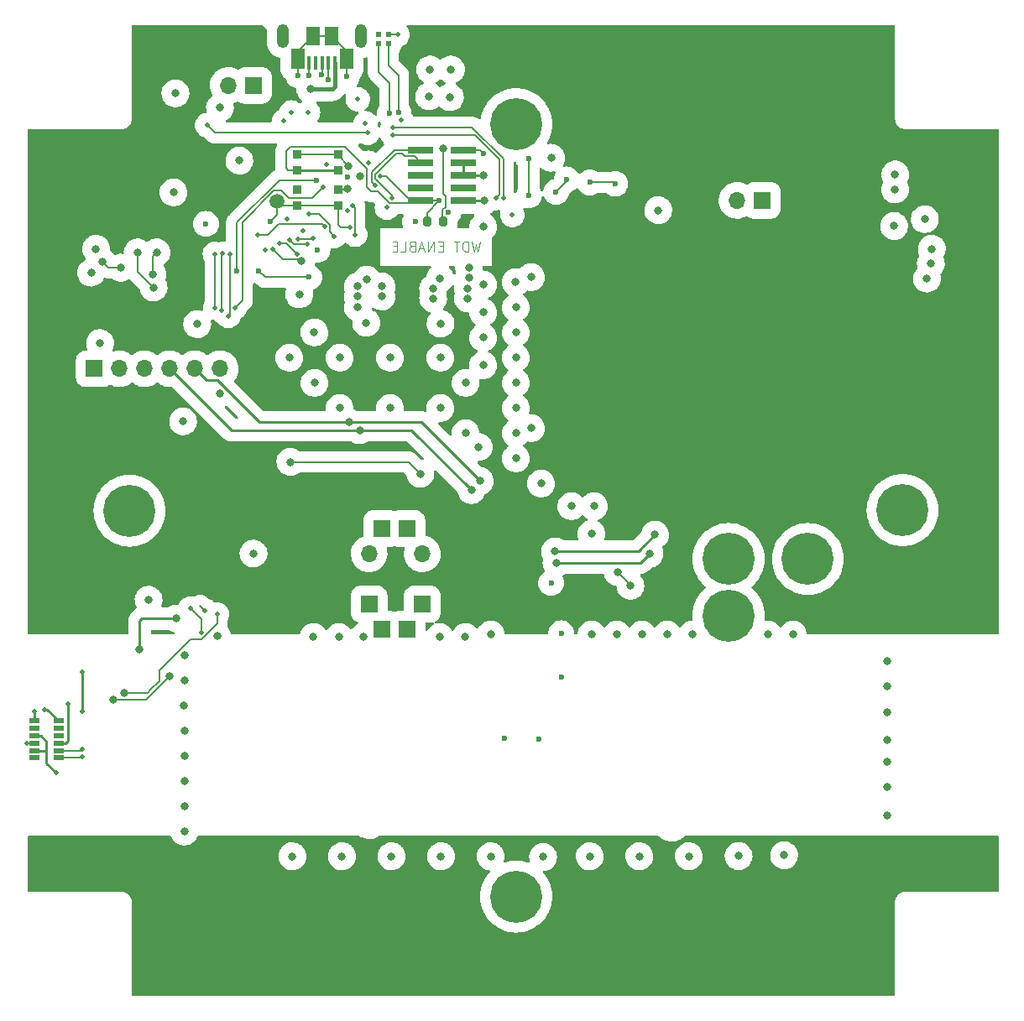
<source format=gbr>
%TF.GenerationSoftware,KiCad,Pcbnew,(6.0.7)*%
%TF.CreationDate,2023-03-27T22:24:21-07:00*%
%TF.ProjectId,FC_Board_v1,46435f42-6f61-4726-945f-76312e6b6963,rev?*%
%TF.SameCoordinates,Original*%
%TF.FileFunction,Copper,L4,Bot*%
%TF.FilePolarity,Positive*%
%FSLAX46Y46*%
G04 Gerber Fmt 4.6, Leading zero omitted, Abs format (unit mm)*
G04 Created by KiCad (PCBNEW (6.0.7)) date 2023-03-27 22:24:21*
%MOMM*%
%LPD*%
G01*
G04 APERTURE LIST*
G04 Aperture macros list*
%AMRoundRect*
0 Rectangle with rounded corners*
0 $1 Rounding radius*
0 $2 $3 $4 $5 $6 $7 $8 $9 X,Y pos of 4 corners*
0 Add a 4 corners polygon primitive as box body*
4,1,4,$2,$3,$4,$5,$6,$7,$8,$9,$2,$3,0*
0 Add four circle primitives for the rounded corners*
1,1,$1+$1,$2,$3*
1,1,$1+$1,$4,$5*
1,1,$1+$1,$6,$7*
1,1,$1+$1,$8,$9*
0 Add four rect primitives between the rounded corners*
20,1,$1+$1,$2,$3,$4,$5,0*
20,1,$1+$1,$4,$5,$6,$7,0*
20,1,$1+$1,$6,$7,$8,$9,0*
20,1,$1+$1,$8,$9,$2,$3,0*%
G04 Aperture macros list end*
%ADD10C,0.125000*%
%TA.AperFunction,NonConductor*%
%ADD11C,0.125000*%
%TD*%
%TA.AperFunction,ComponentPad*%
%ADD12C,5.250000*%
%TD*%
%TA.AperFunction,ComponentPad*%
%ADD13R,1.700000X1.700000*%
%TD*%
%TA.AperFunction,ComponentPad*%
%ADD14O,1.700000X1.700000*%
%TD*%
%TA.AperFunction,SMDPad,CuDef*%
%ADD15R,0.900000X0.900000*%
%TD*%
%TA.AperFunction,SMDPad,CuDef*%
%ADD16R,0.450000X1.380000*%
%TD*%
%TA.AperFunction,ComponentPad*%
%ADD17O,1.208000X2.416000*%
%TD*%
%TA.AperFunction,SMDPad,CuDef*%
%ADD18R,1.475000X2.100000*%
%TD*%
%TA.AperFunction,SMDPad,CuDef*%
%ADD19R,1.375000X1.900000*%
%TD*%
%TA.AperFunction,SMDPad,CuDef*%
%ADD20RoundRect,0.750000X0.000000X0.000000X0.000000X0.000000X0.000000X0.000000X0.000000X0.000000X0*%
%TD*%
%TA.AperFunction,SMDPad,CuDef*%
%ADD21R,0.500000X0.500000*%
%TD*%
%TA.AperFunction,SMDPad,CuDef*%
%ADD22RoundRect,0.200000X-0.200000X-0.275000X0.200000X-0.275000X0.200000X0.275000X-0.200000X0.275000X0*%
%TD*%
%TA.AperFunction,SMDPad,CuDef*%
%ADD23R,2.600000X0.760000*%
%TD*%
%TA.AperFunction,SMDPad,CuDef*%
%ADD24R,1.000000X0.500000*%
%TD*%
%TA.AperFunction,ViaPad*%
%ADD25C,0.800000*%
%TD*%
%TA.AperFunction,ViaPad*%
%ADD26C,0.600000*%
%TD*%
%TA.AperFunction,ViaPad*%
%ADD27C,0.460000*%
%TD*%
%TA.AperFunction,Conductor*%
%ADD28C,0.250000*%
%TD*%
%TA.AperFunction,Conductor*%
%ADD29C,0.152400*%
%TD*%
%TA.AperFunction,Conductor*%
%ADD30C,0.254000*%
%TD*%
%TA.AperFunction,Conductor*%
%ADD31C,0.293370*%
%TD*%
%TA.AperFunction,Conductor*%
%ADD32C,0.381000*%
%TD*%
G04 APERTURE END LIST*
D10*
D11*
X162198180Y-85071780D02*
X161960085Y-86071780D01*
X161769609Y-85357495D01*
X161579133Y-86071780D01*
X161341038Y-85071780D01*
X160960085Y-86071780D02*
X160960085Y-85071780D01*
X160721990Y-85071780D01*
X160579133Y-85119400D01*
X160483895Y-85214638D01*
X160436276Y-85309876D01*
X160388657Y-85500352D01*
X160388657Y-85643209D01*
X160436276Y-85833685D01*
X160483895Y-85928923D01*
X160579133Y-86024161D01*
X160721990Y-86071780D01*
X160960085Y-86071780D01*
X160102942Y-85071780D02*
X159531514Y-85071780D01*
X159817228Y-86071780D02*
X159817228Y-85071780D01*
X158436276Y-85547971D02*
X158102942Y-85547971D01*
X157960085Y-86071780D02*
X158436276Y-86071780D01*
X158436276Y-85071780D01*
X157960085Y-85071780D01*
X157531514Y-86071780D02*
X157531514Y-85071780D01*
X156960085Y-86071780D01*
X156960085Y-85071780D01*
X156531514Y-85786066D02*
X156055323Y-85786066D01*
X156626752Y-86071780D02*
X156293419Y-85071780D01*
X155960085Y-86071780D01*
X155293419Y-85547971D02*
X155150561Y-85595590D01*
X155102942Y-85643209D01*
X155055323Y-85738447D01*
X155055323Y-85881304D01*
X155102942Y-85976542D01*
X155150561Y-86024161D01*
X155245800Y-86071780D01*
X155626752Y-86071780D01*
X155626752Y-85071780D01*
X155293419Y-85071780D01*
X155198180Y-85119400D01*
X155150561Y-85167019D01*
X155102942Y-85262257D01*
X155102942Y-85357495D01*
X155150561Y-85452733D01*
X155198180Y-85500352D01*
X155293419Y-85547971D01*
X155626752Y-85547971D01*
X154150561Y-86071780D02*
X154626752Y-86071780D01*
X154626752Y-85071780D01*
X153817228Y-85547971D02*
X153483895Y-85547971D01*
X153341038Y-86071780D02*
X153817228Y-86071780D01*
X153817228Y-85071780D01*
X153341038Y-85071780D01*
D12*
%TO.P,,1,In*%
%TO.N,GND*%
X195245800Y-117119400D03*
%TD*%
D13*
%TO.P,J_Burn,1*%
%TO.N,N/C*%
X154795800Y-124214400D03*
X150985800Y-121674400D03*
X152255800Y-124214400D03*
X156355800Y-121674400D03*
D14*
%TO.P,J_Burn,2*%
X150985800Y-116594400D03*
D13*
X152255800Y-114054400D03*
X154795800Y-114054400D03*
D14*
X156355800Y-116594400D03*
%TD*%
D13*
%TO.P,J6,1,Pin_1*%
%TO.N,/BATT_NEG*%
X190645800Y-80919400D03*
D14*
%TO.P,J6,2,Pin_2*%
%TO.N,/BATT_POS*%
X188105800Y-80919400D03*
%TD*%
D12*
%TO.P,J2,1,VTref*%
%TO.N,3.3V*%
X165820800Y-151194400D03*
%TD*%
%TO.P,J5,1,Pin_1*%
%TO.N,VBUS*%
X165820800Y-73244400D03*
%TD*%
%TO.P,,1,In*%
%TO.N,GND*%
X187245800Y-117119400D03*
%TD*%
D13*
%TO.P,J3,1,Pin_1*%
%TO.N,GND*%
X123266200Y-97917000D03*
D14*
%TO.P,J3,2,Pin_2*%
%TO.N,TX*%
X125806200Y-97917000D03*
%TO.P,J3,3,Pin_3*%
%TO.N,RX*%
X128346200Y-97917000D03*
%TO.P,J3,4,Pin_4*%
%TO.N,SDA1*%
X130886200Y-97917000D03*
%TO.P,J3,5,Pin_5*%
%TO.N,SCL1*%
X133426200Y-97917000D03*
%TO.P,J3,6,Pin_6*%
%TO.N,3.3V*%
X135966200Y-97917000D03*
%TD*%
D12*
%TO.P,,1,In*%
%TO.N,GND*%
X187245800Y-122819400D03*
%TD*%
D13*
%TO.P,J5,1,Pin_1*%
%TO.N,VBUS*%
X139320800Y-69319400D03*
D14*
%TO.P,J5,2,Pin_2*%
%TO.N,VUR*%
X136780800Y-69319400D03*
%TD*%
D15*
%TO.P,SW2,A,P*%
%TO.N,/~{RESET}*%
X147846000Y-77889000D03*
%TO.P,SW2,A',P1*%
X143746000Y-77889000D03*
%TO.P,SW2,B,S*%
%TO.N,GND*%
X147846000Y-76289000D03*
%TO.P,SW2,B',S1*%
X143746000Y-76289000D03*
%TD*%
D16*
%TO.P,X1,1*%
%TO.N,N/C*%
X147535800Y-67026900D03*
%TO.P,X1,2*%
X146885800Y-67026900D03*
%TO.P,X1,3*%
X146235800Y-67026900D03*
%TO.P,X1,4*%
X145585800Y-67026900D03*
%TO.P,X1,5*%
X144935800Y-67026900D03*
D17*
%TO.P,X1,SH1*%
X142285800Y-64366900D03*
D18*
%TO.P,X1,SH2*%
X143773300Y-66666900D03*
D19*
%TO.P,X1,SH3*%
X145298300Y-64366900D03*
%TO.P,X1,SH4*%
X147173300Y-64366900D03*
D18*
%TO.P,X1,SH5*%
X148698300Y-66666900D03*
D17*
%TO.P,X1,SH6*%
X150185800Y-64366900D03*
%TD*%
D20*
%TO.P,TP1,P$1,P$1*%
%TO.N,/USBBOOT*%
X141732000Y-81026000D03*
%TD*%
D21*
%TO.P,LED1,1,DI*%
%TO.N,NEOPIX*%
X152950800Y-65118400D03*
%TO.P,LED1,2,VDD*%
%TO.N,NEO_PWR*%
X151950800Y-65118400D03*
%TO.P,LED1,3,DO*%
%TO.N,unconnected-(LED1-Pad3)*%
X151950800Y-64218400D03*
%TO.P,LED1,4,GND*%
%TO.N,GND*%
X152950800Y-64218400D03*
%TD*%
D22*
%TO.P,R2,1*%
%TO.N,/~{RESET}*%
X156832800Y-83083400D03*
%TO.P,R2,2*%
%TO.N,Net-(R2-Pad2)*%
X158482800Y-83083400D03*
%TD*%
D23*
%TO.P,J2,1,VTref*%
%TO.N,3.3V*%
X160466250Y-75838623D03*
%TO.P,J2,2,SWDIO/TMS*%
%TO.N,SWDIO*%
X156166250Y-75838623D03*
%TO.P,J2,3,GND*%
%TO.N,GND*%
X160466250Y-77108623D03*
%TO.P,J2,4,SWDCLK/TCK*%
%TO.N,SWCLK*%
X156166250Y-77108623D03*
%TO.P,J2,5,GND*%
%TO.N,GND*%
X160466250Y-78378623D03*
%TO.P,J2,6,SWO/TDO*%
%TO.N,unconnected-(J2-Pad6)*%
X156166250Y-78378623D03*
%TO.P,J2,7,KEY*%
%TO.N,unconnected-(J2-Pad7)*%
X160466250Y-79648623D03*
%TO.P,J2,8,NC/TDI*%
%TO.N,unconnected-(J2-Pad8)*%
X156166250Y-79648623D03*
%TO.P,J2,9,GNDDetect*%
%TO.N,GND*%
X160466250Y-80918623D03*
%TO.P,J2,10,~{RESET}*%
%TO.N,/~{RESET}*%
X156166250Y-80918623D03*
%TD*%
D24*
%TO.P,U5,1,GPIO1*%
%TO.N,/GPIO*%
X119645800Y-133444400D03*
%TO.P,U5,2,NC*%
%TO.N,unconnected-(U5-Pad2)*%
X119645800Y-134194400D03*
%TO.P,U5,3,NC*%
%TO.N,unconnected-(U5-Pad3)*%
X119645800Y-134944400D03*
%TO.P,U5,4,GPIO0*%
%TO.N,/XSHUT_2.8V*%
X119645800Y-135694400D03*
%TO.P,U5,5,SCL*%
%TO.N,/SCL_3V*%
X119645800Y-136444400D03*
%TO.P,U5,6,SDA*%
%TO.N,/SDA_3V*%
X119645800Y-137194400D03*
%TO.P,U5,7,NC*%
%TO.N,unconnected-(U5-Pad7)*%
X117245800Y-137194400D03*
%TO.P,U5,8,AVDD_VCSEL*%
%TO.N,2.8V*%
X117245800Y-136444400D03*
%TO.P,U5,9,AVSS_VCSEL*%
%TO.N,GND*%
X117245800Y-135694400D03*
%TO.P,U5,10,AVDD*%
%TO.N,2.8V*%
X117245800Y-134944400D03*
%TO.P,U5,11,NC*%
%TO.N,unconnected-(U5-Pad11)*%
X117245800Y-134194400D03*
%TO.P,U5,12,AVSS*%
%TO.N,GND*%
X117245800Y-133444400D03*
%TD*%
D15*
%TO.P,SW1,A,P*%
%TO.N,/USBBOOT*%
X147846000Y-81445000D03*
%TO.P,SW1,A',P1*%
X143746000Y-81445000D03*
%TO.P,SW1,B,S*%
%TO.N,GND*%
X147846000Y-79845000D03*
%TO.P,SW1,B',S1*%
X143746000Y-79845000D03*
%TD*%
D12*
%TO.P,J3,1,Pin_1*%
%TO.N,GND*%
X126820800Y-112244400D03*
%TD*%
%TO.P,J4,1,DAT2*%
%TO.N,unconnected-(J4-Pad1)*%
X204795800Y-112194400D03*
%TD*%
D25*
%TO.N,SCL1*%
X162145800Y-109244400D03*
X169745800Y-116344400D03*
X179820800Y-114669400D03*
%TO.N,SDA1*%
X179270800Y-116594400D03*
X169895800Y-117494400D03*
X161295800Y-110169400D03*
%TO.N,GND*%
X139320800Y-116569400D03*
%TO.N,3.3V*%
X132220800Y-103219400D03*
X128745800Y-121219400D03*
%TO.N,GND*%
X188256525Y-147097383D03*
D26*
X169341800Y-119532400D03*
D25*
X133645800Y-93419400D03*
D27*
X154254200Y-72847200D03*
D25*
X165785800Y-96799400D03*
X191185800Y-124739400D03*
X165785800Y-91719400D03*
D26*
X155625800Y-83083400D03*
X170357800Y-129057400D03*
D25*
X142925800Y-96799400D03*
X203245800Y-127419400D03*
D27*
X144297400Y-83997800D03*
D25*
X162483800Y-78384400D03*
X153085800Y-96799400D03*
D26*
X170357800Y-124612400D03*
D25*
X153085800Y-101879400D03*
D27*
X142392400Y-72923400D03*
D25*
X165785800Y-94259400D03*
D27*
X143129000Y-72059800D03*
D25*
X183245800Y-147119400D03*
D26*
X148815628Y-78567413D03*
D25*
X123845800Y-95319400D03*
X181025800Y-124739400D03*
X167309800Y-88671400D03*
D26*
X164632006Y-135192754D03*
D25*
X158081700Y-125006600D03*
X203245800Y-137579400D03*
X178245800Y-147119400D03*
X171373800Y-111785400D03*
X165785800Y-106959400D03*
D26*
X148745800Y-68419400D03*
D25*
X173659800Y-111785400D03*
X162483800Y-97561400D03*
X178485800Y-124739400D03*
X148005800Y-101879400D03*
X163245800Y-147119400D03*
X203223056Y-135402477D03*
X132345800Y-129387531D03*
X162483800Y-94767400D03*
X173245800Y-147119400D03*
X158245800Y-147119400D03*
X162610800Y-80924400D03*
X183565800Y-124739400D03*
X168325800Y-109499400D03*
D26*
X168071800Y-135280400D03*
D25*
X165785800Y-104419400D03*
X135645800Y-124919400D03*
X203245799Y-132582244D03*
X132345800Y-134467531D03*
X173405800Y-124739400D03*
X162483800Y-83591400D03*
X158165800Y-101879400D03*
D27*
X143731501Y-79825101D03*
D25*
X203245800Y-140119400D03*
D27*
X117245800Y-132519400D03*
D25*
X158195800Y-93369400D03*
X158165800Y-96799400D03*
X148767800Y-79781400D03*
X160705800Y-104419400D03*
X145465800Y-99339400D03*
X175945800Y-124739400D03*
X160705800Y-99339400D03*
X162483800Y-89433400D03*
X132345800Y-137007531D03*
X193725800Y-124739400D03*
X143245800Y-147119400D03*
X145461639Y-94255239D03*
X165785800Y-101879400D03*
X147921700Y-125006600D03*
D27*
X153847800Y-64211200D03*
D25*
X160701357Y-124999293D03*
X203245800Y-129959400D03*
X167309800Y-103911400D03*
X132328823Y-131919400D03*
X150395800Y-124969400D03*
X132345800Y-126847531D03*
X150037800Y-78511400D03*
X145372030Y-124999293D03*
X150695800Y-93269400D03*
X132345800Y-139547531D03*
X168537643Y-147188359D03*
X137893628Y-76916413D03*
X158140400Y-88798400D03*
X148895502Y-77444600D03*
D26*
X143845800Y-68319400D03*
D27*
X149834600Y-70713600D03*
D25*
X123445800Y-85819400D03*
X192845800Y-147019400D03*
D27*
X116445800Y-135719400D03*
D25*
X132345800Y-142087531D03*
X150749000Y-88925400D03*
D26*
X144945800Y-68319400D03*
D25*
X162483800Y-92227400D03*
X165785800Y-99339400D03*
X148245800Y-147119400D03*
X163249095Y-124732093D03*
X148005800Y-96799400D03*
X173405800Y-114579400D03*
X153245800Y-147119400D03*
X203268543Y-142976165D03*
X165769001Y-89175895D03*
X132345800Y-144627531D03*
D27*
%TO.N,3.3V*%
X146710400Y-77332500D03*
D25*
X180145800Y-81919400D03*
D27*
X148818600Y-81991200D03*
D25*
X122945800Y-88219400D03*
X162045800Y-105819400D03*
D27*
X150622000Y-73152000D03*
D25*
X131245800Y-80119400D03*
D26*
X158978600Y-82143600D03*
X145770600Y-85928200D03*
D27*
X152781000Y-81661000D03*
D25*
X157045800Y-70419400D03*
X131445800Y-70119400D03*
X135940800Y-71551800D03*
X159245800Y-67719400D03*
X143945800Y-90419400D03*
D27*
X144830800Y-72059800D03*
D26*
X162545800Y-76219400D03*
X134529996Y-83300963D03*
D25*
X135940800Y-100406200D03*
D27*
X150901400Y-77139800D03*
D25*
X159145800Y-70519400D03*
X157145800Y-67719400D03*
D27*
X165430200Y-82397600D03*
%TO.N,TX*%
X135458200Y-91750700D03*
X135432800Y-86339300D03*
%TO.N,RX*%
X136144000Y-92075000D03*
X136220200Y-86309200D03*
%TO.N,SDA1*%
X136956800Y-86339300D03*
X142748313Y-82804313D03*
X140481347Y-85942512D03*
D25*
X150045800Y-104119400D03*
D27*
X134445800Y-122319400D03*
X136790721Y-92587203D03*
%TO.N,SCL1*%
X134045800Y-124519400D03*
D25*
X148945800Y-103328900D03*
D27*
X132945800Y-122119400D03*
X137439400Y-91750700D03*
X146329400Y-79629000D03*
D25*
%TO.N,SPI1_MISO*%
X129245800Y-89719400D03*
X127645800Y-86169300D03*
%TO.N,SPI1_SCK*%
X124045800Y-87119400D03*
D27*
X145328084Y-84749084D03*
D25*
X125945800Y-87719400D03*
D27*
X143812816Y-84834016D03*
%TO.N,SPI1_MOSI*%
X143000016Y-84931648D03*
X144731184Y-85345984D03*
%TO.N,/USBBOOT*%
X149036160Y-83661771D03*
D26*
X141020800Y-83080113D03*
D27*
%TO.N,SWCLK*%
X153325610Y-80707939D03*
%TO.N,SWDIO*%
X151586053Y-79419492D03*
D26*
%TO.N,/~{RESET}*%
X158064200Y-80975200D03*
D27*
X152146000Y-78486000D03*
D26*
%TO.N,SPI0_MISO*%
X170945800Y-78819400D03*
X169845800Y-80077700D03*
X175813866Y-79251334D03*
X173245800Y-79119400D03*
%TO.N,NEOPIX*%
X153949400Y-72085200D03*
D27*
%TO.N,RF1_IO0*%
X153360642Y-73560510D03*
D25*
X177345800Y-119819400D03*
D27*
X164515800Y-80721200D03*
D25*
X176045800Y-118419400D03*
D26*
%TO.N,RF1_RST*%
X167081200Y-76728124D03*
X167106600Y-80433300D03*
D27*
%TO.N,RF1_IO4*%
X163802354Y-80694895D03*
X153390600Y-74345800D03*
D25*
%TO.N,ENAB_RF*%
X207045800Y-82819400D03*
X160945800Y-89819400D03*
%TO.N,VBUS_RESET*%
X204045800Y-79819400D03*
X161045800Y-88718903D03*
D27*
X149352000Y-81483200D03*
X149580600Y-84404200D03*
D25*
%TO.N,Net-(R2-Pad2)*%
X158419800Y-75717400D03*
X169345800Y-76628124D03*
D26*
%TO.N,Net-(R5-Pad1)*%
X146145800Y-68219400D03*
%TO.N,Net-(R6-Pad1)*%
X146845800Y-68719400D03*
%TO.N,NEO_PWR*%
X153059718Y-72160718D03*
D25*
%TO.N,BURN_RELAY_A*%
X204050800Y-78314400D03*
X161045800Y-87719400D03*
D27*
%TO.N,I2C_RESET*%
X144930340Y-82319341D03*
D25*
X160945800Y-90818903D03*
X203945800Y-83519400D03*
D27*
X147461190Y-84545390D03*
D26*
%TO.N,ENABLE_BURN*%
X145694400Y-78892400D03*
X144945800Y-88684782D03*
X139811634Y-88021034D03*
D25*
X207250800Y-88814400D03*
D26*
X137625700Y-88036400D03*
D25*
X149845800Y-91719400D03*
%TO.N,SCL0*%
X157445800Y-89819400D03*
X207750800Y-85814400D03*
X152245800Y-89619400D03*
X149845800Y-89619400D03*
D27*
X143715184Y-86361984D03*
X141929247Y-85287247D03*
D25*
%TO.N,SDA0*%
X207650800Y-87314400D03*
X144160984Y-87061510D03*
D27*
X141293614Y-85845414D03*
D25*
X157445800Y-90818903D03*
X152245800Y-90619400D03*
X149845800Y-90618903D03*
%TO.N,SPI1_CS0*%
X129145800Y-88395100D03*
D27*
X146496484Y-83580684D03*
D25*
X129545800Y-86169300D03*
D27*
X139750800Y-84429600D03*
D25*
%TO.N,2.8V*%
X131545800Y-123119400D03*
X127845800Y-126243900D03*
D27*
X119445800Y-138719400D03*
%TO.N,/XSHUT_2.8V*%
X122045800Y-132519400D03*
X120645800Y-131719400D03*
X122045800Y-128519400D03*
%TO.N,/XSHUT*%
X150845800Y-74119400D03*
X134645800Y-73319400D03*
D25*
%TO.N,VBUS*%
X145045800Y-69719400D03*
%TO.N,/SCL_3V*%
X125145800Y-131319400D03*
X130845800Y-128919400D03*
D27*
X122045800Y-136319400D03*
%TO.N,/SDA_3V*%
X135645800Y-122713700D03*
D25*
X126245800Y-130619400D03*
D27*
X122045800Y-137119400D03*
%TO.N,/GPIO*%
X118245800Y-132319400D03*
D25*
%TO.N,/BOOT_3V*%
X156147680Y-108516579D03*
X143045800Y-107319400D03*
%TD*%
D28*
%TO.N,SCL1*%
X169745800Y-116344400D02*
X178145800Y-116344400D01*
X178145800Y-116344400D02*
X179820800Y-114669400D01*
X156230300Y-103328900D02*
X162145800Y-109244400D01*
X148945800Y-103328900D02*
X156230300Y-103328900D01*
%TO.N,SDA1*%
X178370800Y-117494400D02*
X179270800Y-116594400D01*
X169895800Y-117494400D02*
X178370800Y-117494400D01*
X155245800Y-104119400D02*
X161295800Y-110169400D01*
X150045800Y-104119400D02*
X155245800Y-104119400D01*
D29*
%TO.N,GND*%
X116470800Y-135694400D02*
X116445800Y-135719400D01*
D30*
X162478023Y-78378623D02*
X162483800Y-78384400D01*
D29*
X147846000Y-76395098D02*
X148895502Y-77444600D01*
X145298300Y-64366900D02*
X147173300Y-64366900D01*
X143773300Y-65891900D02*
X143773300Y-66666900D01*
X117245800Y-135694400D02*
X116470800Y-135694400D01*
X143746000Y-76289000D02*
X147846000Y-76289000D01*
X152950800Y-64218400D02*
X153840600Y-64218400D01*
X147846000Y-76289000D02*
X147846000Y-76395098D01*
D30*
X160466250Y-80918623D02*
X162605023Y-80918623D01*
X160466250Y-78378623D02*
X162478023Y-78378623D01*
D29*
X147173300Y-64366900D02*
X148698300Y-65891900D01*
X148704200Y-79845000D02*
X148767800Y-79781400D01*
X153840600Y-64218400D02*
X153847800Y-64211200D01*
D30*
X117245800Y-133444400D02*
X117245800Y-132519400D01*
D29*
X147846000Y-79845000D02*
X148704200Y-79845000D01*
X148708300Y-68381900D02*
X148745800Y-68419400D01*
X144945800Y-66916900D02*
X144945800Y-68319400D01*
X145298300Y-64366900D02*
X143773300Y-65891900D01*
X148698300Y-65891900D02*
X148698300Y-66666900D01*
X143783300Y-66556900D02*
X143783300Y-68256900D01*
D30*
X160466250Y-77108623D02*
X160466250Y-78378623D01*
X162605023Y-80918623D02*
X162610800Y-80924400D01*
D29*
X143783300Y-68256900D02*
X143845800Y-68319400D01*
X148708300Y-66556900D02*
X148708300Y-68381900D01*
%TO.N,3.3V*%
X162545800Y-76219400D02*
X162165023Y-75838623D01*
X162165023Y-75838623D02*
X160466250Y-75838623D01*
%TO.N,TX*%
X135458200Y-86364700D02*
X135432800Y-86339300D01*
X135458200Y-91750700D02*
X135458200Y-86364700D01*
%TO.N,RX*%
X136144000Y-92075000D02*
X136144000Y-86385400D01*
X136144000Y-86385400D02*
X136220200Y-86309200D01*
D28*
%TO.N,SDA1*%
X150045800Y-104119400D02*
X137088600Y-104119400D01*
D29*
X136933200Y-92444724D02*
X136790721Y-92587203D01*
X136956800Y-86339300D02*
X136933200Y-86362900D01*
D28*
X137088600Y-104119400D02*
X130886200Y-97917000D01*
D29*
X134445800Y-122319400D02*
X133939600Y-121813200D01*
X136933200Y-86362900D02*
X136933200Y-92444724D01*
D28*
%TO.N,SCL1*%
X148945800Y-103328900D02*
X139888805Y-103328900D01*
D29*
X142876066Y-80718800D02*
X142116466Y-79959200D01*
X141347534Y-79959200D02*
X138201400Y-83105334D01*
X146329400Y-79629000D02*
X145239600Y-80718800D01*
X145239600Y-80718800D02*
X142876066Y-80718800D01*
X142116466Y-79959200D02*
X141347534Y-79959200D01*
D28*
X134601200Y-99092000D02*
X133426200Y-97917000D01*
X135651905Y-99092000D02*
X134601200Y-99092000D01*
D29*
X132945800Y-122119400D02*
X134045800Y-123219400D01*
D28*
X139888805Y-103328900D02*
X135651905Y-99092000D01*
D29*
X138201400Y-83105334D02*
X138201400Y-90988700D01*
X134045800Y-123219400D02*
X134045800Y-124519400D01*
X138201400Y-90988700D02*
X137439400Y-91750700D01*
%TO.N,SPI1_MISO*%
X127645800Y-88119400D02*
X129245800Y-89719400D01*
X127645800Y-86169300D02*
X127645800Y-88119400D01*
%TO.N,SPI1_SCK*%
X124645800Y-87719400D02*
X125945800Y-87719400D01*
X124045800Y-87119400D02*
X124645800Y-87719400D01*
X143818584Y-84839784D02*
X145237384Y-84839784D01*
X145237384Y-84839784D02*
X145328084Y-84749084D01*
X143812816Y-84834016D02*
X143818584Y-84839784D01*
%TO.N,SPI1_MOSI*%
X143000016Y-84931648D02*
X143414352Y-85345984D01*
X143414352Y-85345984D02*
X144731184Y-85345984D01*
%TO.N,/USBBOOT*%
X141732000Y-82368913D02*
X141732000Y-81026000D01*
X148126971Y-83661771D02*
X149036160Y-83661771D01*
X142151000Y-81445000D02*
X141732000Y-81026000D01*
X147846000Y-81445000D02*
X143746000Y-81445000D01*
X147846000Y-81445000D02*
X147846000Y-83380800D01*
X147846000Y-83380800D02*
X148126971Y-83661771D01*
X143746000Y-81445000D02*
X142151000Y-81445000D01*
X141020800Y-83080113D02*
X141732000Y-82368913D01*
%TO.N,SWCLK*%
X153325610Y-80402210D02*
X151640289Y-78716889D01*
X151640289Y-78716889D02*
X151640289Y-78276527D01*
X153691416Y-76225400D02*
X154320627Y-76225400D01*
X154590050Y-76494823D02*
X155552450Y-76494823D01*
X154320627Y-76225400D02*
X154590050Y-76494823D01*
X153325610Y-80707939D02*
X153325610Y-80402210D01*
X155552450Y-76494823D02*
X156166250Y-77108623D01*
X151640289Y-78276527D02*
X153691416Y-76225400D01*
%TO.N,SWDIO*%
X151586053Y-79419492D02*
X151288369Y-79121808D01*
X151288369Y-78073631D02*
X153523377Y-75838623D01*
X151288369Y-79121808D02*
X151288369Y-78073631D01*
X153523377Y-75838623D02*
X156166250Y-75838623D01*
%TO.N,/~{RESET}*%
X158007623Y-80918623D02*
X156166250Y-80918623D01*
X151176816Y-80010000D02*
X150714000Y-79547184D01*
X158064200Y-80975200D02*
X158007623Y-80918623D01*
X151845184Y-80010000D02*
X151176816Y-80010000D01*
X143068400Y-75514200D02*
X142621000Y-75961600D01*
X148523600Y-75514200D02*
X143068400Y-75514200D01*
X150714000Y-77704600D02*
X148523600Y-75514200D01*
X142621000Y-77673200D02*
X142836800Y-77889000D01*
X153048834Y-81213650D02*
X151845184Y-80010000D01*
X156166250Y-80918623D02*
X155871223Y-81213650D01*
X142621000Y-75961600D02*
X142621000Y-77673200D01*
X152146000Y-78486000D02*
X152718000Y-78486000D01*
X142836800Y-77889000D02*
X143746000Y-77889000D01*
X156832800Y-83083400D02*
X156832800Y-82206600D01*
X156832800Y-82206600D02*
X158064200Y-80975200D01*
X155150623Y-80918623D02*
X156166250Y-80918623D01*
X152718000Y-78486000D02*
X155150623Y-80918623D01*
X150714000Y-79547184D02*
X150714000Y-77704600D01*
D30*
X143746001Y-77889000D02*
X147845999Y-77889000D01*
D29*
X155871223Y-81213650D02*
X153048834Y-81213650D01*
%TO.N,SPI0_MISO*%
X175813866Y-79251334D02*
X175681932Y-79119400D01*
X170945800Y-78977700D02*
X169845800Y-80077700D01*
X175681932Y-79119400D02*
X173245800Y-79119400D01*
X170945800Y-78819400D02*
X170945800Y-78977700D01*
%TO.N,NEOPIX*%
X153949400Y-68342110D02*
X152933400Y-67326110D01*
X152933400Y-65135800D02*
X152950800Y-65118400D01*
X152933400Y-67326110D02*
X152933400Y-65135800D01*
X153949400Y-72085200D02*
X153949400Y-68342110D01*
%TO.N,RF1_IO0*%
X161356568Y-73558400D02*
X164515800Y-76717632D01*
X160348090Y-73560510D02*
X160350200Y-73558400D01*
X177345800Y-119719400D02*
X177345800Y-119819400D01*
X164515800Y-76717632D02*
X164515800Y-80721200D01*
X160350200Y-73558400D02*
X161356568Y-73558400D01*
X176045800Y-118419400D02*
X177345800Y-119719400D01*
X153360642Y-73560510D02*
X160348090Y-73560510D01*
%TO.N,RF1_RST*%
X167106600Y-78951700D02*
X167081200Y-78926300D01*
X167106600Y-80433300D02*
X167106600Y-78951700D01*
X167081200Y-78926300D02*
X167081200Y-76728124D01*
%TO.N,RF1_IO4*%
X153390600Y-74345800D02*
X161645600Y-74345800D01*
X164112600Y-80384649D02*
X163802354Y-80694895D01*
X161645600Y-74345800D02*
X164112600Y-76812800D01*
X164112600Y-80238600D02*
X164112600Y-80384649D01*
X164112600Y-76812800D02*
X164112600Y-80238600D01*
%TO.N,VBUS_RESET*%
X149542360Y-81673560D02*
X149352000Y-81483200D01*
X149580600Y-84404200D02*
X149542360Y-84365960D01*
X161045800Y-88718903D02*
X161046297Y-88718903D01*
X149542360Y-84365960D02*
X149542360Y-81673560D01*
%TO.N,Net-(R2-Pad2)*%
X158419800Y-75717400D02*
X158419800Y-80289400D01*
X158673800Y-80543400D02*
X158673800Y-81633530D01*
X158673800Y-81633530D02*
X158402400Y-81904930D01*
X158402400Y-81904930D02*
X158402400Y-83003000D01*
X158402400Y-83003000D02*
X158482800Y-83083400D01*
X158419800Y-80289400D02*
X158673800Y-80543400D01*
%TO.N,Net-(R5-Pad1)*%
X146245800Y-66916900D02*
X146245800Y-68119400D01*
X146245800Y-68119400D02*
X146145800Y-68219400D01*
%TO.N,Net-(R6-Pad1)*%
X146845800Y-68719400D02*
X146895800Y-68669400D01*
X146895800Y-68669400D02*
X146895800Y-66916900D01*
%TO.N,NEO_PWR*%
X153059718Y-72160718D02*
X153060400Y-72160036D01*
X151940407Y-67993407D02*
X151940407Y-65128793D01*
X151940407Y-65128793D02*
X151950800Y-65118400D01*
X153060400Y-69113400D02*
X151940407Y-67993407D01*
X153060400Y-72160036D02*
X153060400Y-69113400D01*
%TO.N,I2C_RESET*%
X147002684Y-83371009D02*
X145951016Y-82319341D01*
X203901386Y-83519400D02*
X203945800Y-83519400D01*
X147002684Y-84086884D02*
X147002684Y-83371009D01*
X145951016Y-82319341D02*
X144930340Y-82319341D01*
X147461190Y-84545390D02*
X147002684Y-84086884D01*
%TO.N,ENABLE_BURN*%
X141915966Y-78892400D02*
X137625700Y-83182666D01*
X145694400Y-78892400D02*
X141915966Y-78892400D01*
X140475382Y-88684782D02*
X139811634Y-88021034D01*
X144945800Y-88684782D02*
X140475382Y-88684782D01*
X137625700Y-83182666D02*
X137625700Y-88036400D01*
%TO.N,SCL0*%
X142640447Y-85287247D02*
X143715184Y-86361984D01*
X141929247Y-85287247D02*
X142640447Y-85287247D01*
%TO.N,SDA0*%
X144178538Y-86978822D02*
X144067900Y-86868184D01*
X142316384Y-86868184D02*
X141293614Y-85845414D01*
X144178538Y-86978822D02*
X144178538Y-87043956D01*
X144067900Y-86868184D02*
X142316384Y-86868184D01*
X149845800Y-90618903D02*
X149846297Y-90619400D01*
X144178538Y-87043956D02*
X144160984Y-87061510D01*
%TO.N,SPI1_CS0*%
X141847777Y-83325302D02*
X140743479Y-84429600D01*
X129545800Y-86169300D02*
X129145800Y-86569300D01*
X140743479Y-84429600D02*
X139750800Y-84429600D01*
X146241102Y-83325302D02*
X141847777Y-83325302D01*
X146496484Y-83580684D02*
X146241102Y-83325302D01*
X129145800Y-86569300D02*
X129145800Y-88395100D01*
D30*
%TO.N,2.8V*%
X118445800Y-136519400D02*
X118445800Y-135519400D01*
X119445800Y-138719400D02*
X118445800Y-137719400D01*
D31*
X127845800Y-123319400D02*
X128045800Y-123119400D01*
D30*
X117245800Y-136444400D02*
X118370800Y-136444400D01*
X118445800Y-135519400D02*
X117870800Y-134944400D01*
X117870800Y-134944400D02*
X117245800Y-134944400D01*
X118445800Y-137719400D02*
X118445800Y-136519400D01*
D31*
X128045800Y-123119400D02*
X131545800Y-123119400D01*
X127845800Y-126243900D02*
X127845800Y-123319400D01*
D30*
X118370800Y-136444400D02*
X118445800Y-136519400D01*
%TO.N,/XSHUT_2.8V*%
X122045800Y-132519400D02*
X122045800Y-128519400D01*
X120399800Y-135694400D02*
X120645800Y-135448400D01*
X119645800Y-135694400D02*
X120399800Y-135694400D01*
X120645800Y-135448400D02*
X120645800Y-131719400D01*
D29*
%TO.N,/XSHUT*%
X134645800Y-73319400D02*
X135445800Y-74119400D01*
X135445800Y-74119400D02*
X150845800Y-74119400D01*
D32*
%TO.N,VBUS*%
X147535800Y-67026900D02*
X147535800Y-69429400D01*
X147535800Y-69429400D02*
X147245800Y-69719400D01*
X145445800Y-69719400D02*
X145045800Y-69719400D01*
X147245800Y-69719400D02*
X145445800Y-69719400D01*
D29*
%TO.N,/SCL_3V*%
X128445800Y-131319400D02*
X125145800Y-131319400D01*
X121920800Y-136444400D02*
X119645800Y-136444400D01*
X130845800Y-128919400D02*
X128445800Y-131319400D01*
X122045800Y-136319400D02*
X121920800Y-136444400D01*
%TO.N,/SDA_3V*%
X128945800Y-130319400D02*
X128645800Y-130619400D01*
X129845800Y-129419400D02*
X128945800Y-130319400D01*
X129845800Y-128336968D02*
X129845800Y-129419400D01*
X135645800Y-123635275D02*
X134052891Y-125228184D01*
X134052891Y-125228184D02*
X132954584Y-125228184D01*
X132954584Y-125228184D02*
X132463368Y-125719400D01*
X121970800Y-137194400D02*
X122045800Y-137119400D01*
X135645800Y-122713700D02*
X135645800Y-123635275D01*
X128645800Y-130619400D02*
X126245800Y-130619400D01*
X132463368Y-125719400D02*
X129845800Y-128336968D01*
X135645800Y-122809225D02*
X135645800Y-122713700D01*
X119645800Y-137194400D02*
X121970800Y-137194400D01*
D30*
%TO.N,/GPIO*%
X118520800Y-132319400D02*
X119645800Y-133444400D01*
X118245800Y-132319400D02*
X118520800Y-132319400D01*
D29*
%TO.N,/BOOT_3V*%
X156147680Y-108516579D02*
X154950501Y-107319400D01*
X154950501Y-107319400D02*
X143045800Y-107319400D01*
%TD*%
%TA.AperFunction,NonConductor*%
G36*
X150823569Y-66523157D02*
G01*
X150859794Y-66584216D01*
X150863707Y-66615372D01*
X150863707Y-67891837D01*
X150862826Y-67902277D01*
X150863159Y-67902301D01*
X150862720Y-67908275D01*
X150861714Y-67914193D01*
X150862170Y-67935103D01*
X150863677Y-68004175D01*
X150863707Y-68006923D01*
X150863707Y-68044745D01*
X150864377Y-68051760D01*
X150864917Y-68060984D01*
X150866195Y-68119598D01*
X150867457Y-68125459D01*
X150867457Y-68125460D01*
X150872998Y-68151195D01*
X150875252Y-68165750D01*
X150878322Y-68197932D01*
X150880009Y-68203681D01*
X150880009Y-68203683D01*
X150894829Y-68254201D01*
X150897101Y-68263149D01*
X150909438Y-68320450D01*
X150914073Y-68331342D01*
X150922095Y-68350196D01*
X150927054Y-68364044D01*
X150936159Y-68395078D01*
X150938906Y-68400413D01*
X150938907Y-68400414D01*
X150963001Y-68447198D01*
X150966924Y-68455553D01*
X150989880Y-68509502D01*
X150993231Y-68514479D01*
X151007937Y-68536323D01*
X151015433Y-68548998D01*
X151030231Y-68577730D01*
X151066444Y-68623832D01*
X151071867Y-68631282D01*
X151104620Y-68679931D01*
X151108251Y-68683934D01*
X151128110Y-68703793D01*
X151138101Y-68715055D01*
X151153438Y-68734581D01*
X151153442Y-68734586D01*
X151157144Y-68739298D01*
X151161674Y-68743229D01*
X151161675Y-68743230D01*
X151202711Y-68778839D01*
X151209227Y-68784910D01*
X151946796Y-69522480D01*
X151980821Y-69584792D01*
X151983700Y-69611575D01*
X151983700Y-71390351D01*
X151960915Y-71462619D01*
X151929150Y-71507984D01*
X151926829Y-71512962D01*
X151926827Y-71512965D01*
X151866353Y-71642652D01*
X151832979Y-71714222D01*
X151831557Y-71719530D01*
X151831556Y-71719532D01*
X151775534Y-71928612D01*
X151774083Y-71934026D01*
X151754250Y-72160718D01*
X151756312Y-72184281D01*
X151760832Y-72235950D01*
X151746843Y-72305555D01*
X151697443Y-72356548D01*
X151628318Y-72372738D01*
X151561412Y-72348986D01*
X151546216Y-72336027D01*
X151415971Y-72205782D01*
X151385265Y-72184281D01*
X151244104Y-72085438D01*
X151244098Y-72085434D01*
X151239600Y-72082285D01*
X151044463Y-71991292D01*
X151039159Y-71989871D01*
X151039154Y-71989869D01*
X150885883Y-71948800D01*
X150836490Y-71935565D01*
X150688262Y-71922597D01*
X150646462Y-71918940D01*
X150580343Y-71893077D01*
X150538704Y-71835573D01*
X150534763Y-71764686D01*
X150569772Y-71702921D01*
X150585167Y-71690210D01*
X150628571Y-71659818D01*
X150780818Y-71507571D01*
X150783977Y-71503060D01*
X150901162Y-71335704D01*
X150901166Y-71335698D01*
X150904315Y-71331200D01*
X150995308Y-71136063D01*
X150997804Y-71126750D01*
X151049612Y-70933400D01*
X151051035Y-70928090D01*
X151069800Y-70713600D01*
X151051035Y-70499110D01*
X151014469Y-70362645D01*
X150996731Y-70296446D01*
X150996729Y-70296441D01*
X150995308Y-70291137D01*
X150904315Y-70096000D01*
X150901166Y-70091502D01*
X150901162Y-70091496D01*
X150783977Y-69924140D01*
X150783975Y-69924138D01*
X150780818Y-69919629D01*
X150628571Y-69767382D01*
X150624060Y-69764223D01*
X150456704Y-69647038D01*
X150456698Y-69647034D01*
X150452200Y-69643885D01*
X150257063Y-69552892D01*
X150251759Y-69551471D01*
X150251754Y-69551469D01*
X150109485Y-69513348D01*
X150049090Y-69497165D01*
X149834600Y-69478400D01*
X149829566Y-69478840D01*
X149761576Y-69458877D01*
X149715083Y-69405221D01*
X149704979Y-69334947D01*
X149734473Y-69270367D01*
X149740602Y-69263784D01*
X149745847Y-69258539D01*
X149876368Y-69072134D01*
X149884793Y-69054068D01*
X149970216Y-68870878D01*
X149970217Y-68870876D01*
X149972539Y-68865896D01*
X149980122Y-68837598D01*
X150006461Y-68739298D01*
X150031435Y-68646092D01*
X150038469Y-68565688D01*
X150064332Y-68499571D01*
X150084355Y-68479027D01*
X150141965Y-68432042D01*
X150141969Y-68432038D01*
X150146909Y-68428009D01*
X150211974Y-68348231D01*
X150271341Y-68275440D01*
X150271342Y-68275439D01*
X150275373Y-68270496D01*
X150369541Y-68090370D01*
X150425566Y-67894987D01*
X150432166Y-67821038D01*
X150436051Y-67777509D01*
X150436051Y-67777503D01*
X150436300Y-67774716D01*
X150436300Y-66660183D01*
X150456302Y-66592062D01*
X150509958Y-66545569D01*
X150532885Y-66537664D01*
X150563787Y-66530245D01*
X150683151Y-66501588D01*
X150689493Y-66498961D01*
X150690219Y-66498883D01*
X150692432Y-66498164D01*
X150692583Y-66498629D01*
X150760083Y-66491375D01*
X150823569Y-66523157D01*
G37*
%TD.AperFunction*%
%TA.AperFunction,NonConductor*%
G36*
X148639811Y-70185373D02*
G01*
X148672268Y-70248516D01*
X148670224Y-70304826D01*
X148618165Y-70499110D01*
X148599400Y-70713600D01*
X148618165Y-70928090D01*
X148619588Y-70933400D01*
X148671397Y-71126750D01*
X148673892Y-71136063D01*
X148764885Y-71331200D01*
X148768034Y-71335698D01*
X148768038Y-71335704D01*
X148885223Y-71503060D01*
X148888382Y-71507571D01*
X149040629Y-71659818D01*
X149045138Y-71662975D01*
X149045140Y-71662977D01*
X149212496Y-71780162D01*
X149212502Y-71780166D01*
X149217000Y-71783315D01*
X149412137Y-71874308D01*
X149417441Y-71875729D01*
X149417446Y-71875731D01*
X149551512Y-71911654D01*
X149620110Y-71930035D01*
X149728367Y-71939506D01*
X149810138Y-71946660D01*
X149876257Y-71972523D01*
X149917896Y-72030027D01*
X149921837Y-72100914D01*
X149886828Y-72162679D01*
X149871433Y-72175390D01*
X149828029Y-72205782D01*
X149675782Y-72358029D01*
X149672625Y-72362538D01*
X149672623Y-72362540D01*
X149555438Y-72529896D01*
X149555434Y-72529902D01*
X149552285Y-72534400D01*
X149461292Y-72729537D01*
X149459871Y-72734841D01*
X149459869Y-72734846D01*
X149421715Y-72877237D01*
X149405565Y-72937510D01*
X149405387Y-72939540D01*
X149374336Y-73002192D01*
X149313422Y-73038662D01*
X149281777Y-73042700D01*
X145886772Y-73042700D01*
X145818651Y-73022698D01*
X145772158Y-72969042D01*
X145762054Y-72898768D01*
X145783559Y-72844429D01*
X145784825Y-72842622D01*
X145841856Y-72761173D01*
X145897362Y-72681904D01*
X145897366Y-72681898D01*
X145900515Y-72677400D01*
X145991508Y-72482263D01*
X145995571Y-72467103D01*
X146045812Y-72279600D01*
X146047235Y-72274290D01*
X146066000Y-72059800D01*
X146047235Y-71845310D01*
X146015751Y-71727813D01*
X145992931Y-71642646D01*
X145992929Y-71642641D01*
X145991508Y-71637337D01*
X145900515Y-71442200D01*
X145897366Y-71437702D01*
X145897362Y-71437696D01*
X145780177Y-71270340D01*
X145780175Y-71270338D01*
X145777018Y-71265829D01*
X145670109Y-71158920D01*
X145636083Y-71096608D01*
X145641148Y-71025793D01*
X145683695Y-70968957D01*
X145703759Y-70956681D01*
X145765374Y-70926496D01*
X145765665Y-70927088D01*
X145826253Y-70910400D01*
X147201402Y-70910400D01*
X147209644Y-70910670D01*
X147277111Y-70915092D01*
X147368728Y-70904248D01*
X147371996Y-70903906D01*
X147463772Y-70895473D01*
X147469343Y-70893902D01*
X147488716Y-70890048D01*
X147494484Y-70889365D01*
X147499998Y-70887653D01*
X147500002Y-70887652D01*
X147582574Y-70862012D01*
X147585725Y-70861078D01*
X147674445Y-70836057D01*
X147679645Y-70833493D01*
X147697986Y-70826176D01*
X147698010Y-70826169D01*
X147698021Y-70826164D01*
X147703529Y-70824454D01*
X147785132Y-70781521D01*
X147788063Y-70780027D01*
X147833902Y-70757422D01*
X147870762Y-70739245D01*
X147875385Y-70735793D01*
X147875398Y-70735785D01*
X147875411Y-70735775D01*
X147892123Y-70725230D01*
X147892124Y-70725230D01*
X147897243Y-70722536D01*
X147908578Y-70713600D01*
X147969642Y-70665462D01*
X147972257Y-70663455D01*
X148041517Y-70611735D01*
X148046148Y-70608277D01*
X148104337Y-70545329D01*
X148107766Y-70541763D01*
X148346561Y-70302968D01*
X148352578Y-70297331D01*
X148399081Y-70256549D01*
X148403422Y-70252742D01*
X148449567Y-70194208D01*
X148507449Y-70153095D01*
X148578369Y-70149801D01*
X148639811Y-70185373D01*
G37*
%TD.AperFunction*%
%TA.AperFunction,NonConductor*%
G36*
X152052794Y-72995217D02*
G01*
X152067989Y-73008175D01*
X152148056Y-73088242D01*
X152182082Y-73150554D01*
X152180667Y-73209949D01*
X152145632Y-73340699D01*
X152145630Y-73340708D01*
X152144207Y-73346020D01*
X152143728Y-73351496D01*
X152136863Y-73429963D01*
X152110999Y-73496081D01*
X152053496Y-73537720D01*
X151982609Y-73541661D01*
X151920844Y-73506652D01*
X151908129Y-73491252D01*
X151862778Y-73426484D01*
X151840090Y-73359210D01*
X151840470Y-73343232D01*
X151856721Y-73157475D01*
X151857200Y-73152000D01*
X151856134Y-73139816D01*
X151853373Y-73108250D01*
X151867363Y-73038645D01*
X151916763Y-72987654D01*
X151985889Y-72971464D01*
X152052794Y-72995217D01*
G37*
%TD.AperFunction*%
%TA.AperFunction,NonConductor*%
G36*
X152146698Y-74581796D02*
G01*
X152192764Y-74635818D01*
X152199446Y-74654639D01*
X152228468Y-74762951D01*
X152228470Y-74762958D01*
X152229892Y-74768263D01*
X152320885Y-74963400D01*
X152324034Y-74967898D01*
X152324038Y-74967904D01*
X152440720Y-75134541D01*
X152444382Y-75139771D01*
X152482869Y-75178258D01*
X152516895Y-75240570D01*
X152511830Y-75311385D01*
X152482869Y-75356448D01*
X151740937Y-76098380D01*
X151678625Y-76132406D01*
X151607810Y-76127341D01*
X151579574Y-76112500D01*
X151519000Y-76070085D01*
X151323863Y-75979092D01*
X151318559Y-75977671D01*
X151318554Y-75977669D01*
X151137767Y-75929227D01*
X151115890Y-75923365D01*
X150901400Y-75904600D01*
X150686910Y-75923365D01*
X150681596Y-75924789D01*
X150681590Y-75924790D01*
X150574631Y-75953450D01*
X150503655Y-75951761D01*
X150452924Y-75920840D01*
X149943279Y-75411195D01*
X149909254Y-75348883D01*
X149914318Y-75278068D01*
X149956865Y-75221232D01*
X150023385Y-75196421D01*
X150032374Y-75196100D01*
X150215246Y-75196100D01*
X150268496Y-75207905D01*
X150423337Y-75280108D01*
X150631310Y-75335835D01*
X150845800Y-75354600D01*
X151060290Y-75335835D01*
X151120685Y-75319652D01*
X151262954Y-75281531D01*
X151262959Y-75281529D01*
X151268263Y-75280108D01*
X151463400Y-75189115D01*
X151467898Y-75185966D01*
X151467904Y-75185962D01*
X151635260Y-75068777D01*
X151635262Y-75068775D01*
X151639771Y-75065618D01*
X151792018Y-74913371D01*
X151808845Y-74889340D01*
X151912362Y-74741504D01*
X151912366Y-74741498D01*
X151915515Y-74737000D01*
X151963544Y-74633999D01*
X152010461Y-74580715D01*
X152078738Y-74561254D01*
X152146698Y-74581796D01*
G37*
%TD.AperFunction*%
%TA.AperFunction,NonConductor*%
G36*
X168364385Y-77633685D02*
G01*
X168535772Y-77775973D01*
X168539753Y-77779278D01*
X168738590Y-77895469D01*
X168953734Y-77977625D01*
X168958800Y-77978656D01*
X168958801Y-77978656D01*
X169028195Y-77992774D01*
X169179407Y-78023538D01*
X169309152Y-78028296D01*
X169404385Y-78031788D01*
X169404389Y-78031788D01*
X169409549Y-78031977D01*
X169414669Y-78031321D01*
X169414671Y-78031321D01*
X169503717Y-78019914D01*
X169637978Y-78002715D01*
X169658065Y-77996689D01*
X169663784Y-77994973D01*
X169734780Y-77994557D01*
X169794730Y-78032590D01*
X169824601Y-78096996D01*
X169814186Y-78168909D01*
X169743913Y-78319610D01*
X169719061Y-78372904D01*
X169717639Y-78378212D01*
X169717638Y-78378214D01*
X169709577Y-78408300D01*
X169660165Y-78592708D01*
X169659686Y-78598187D01*
X169650980Y-78697695D01*
X169625117Y-78763813D01*
X169567613Y-78805452D01*
X169558070Y-78808420D01*
X169404614Y-78849538D01*
X169404612Y-78849539D01*
X169399304Y-78850961D01*
X169394324Y-78853283D01*
X169394322Y-78853284D01*
X169198047Y-78944809D01*
X169198044Y-78944811D01*
X169193066Y-78947132D01*
X169006661Y-79077653D01*
X168845753Y-79238561D01*
X168715232Y-79424966D01*
X168712911Y-79429944D01*
X168712909Y-79429947D01*
X168672873Y-79515804D01*
X168619061Y-79631204D01*
X168617639Y-79636512D01*
X168617638Y-79636514D01*
X168590934Y-79736177D01*
X168560165Y-79851008D01*
X168559685Y-79856492D01*
X168559684Y-79856499D01*
X168555310Y-79906486D01*
X168529447Y-79972604D01*
X168471943Y-80014243D01*
X168401056Y-80018183D01*
X168339292Y-79983173D01*
X168315595Y-79948753D01*
X168314691Y-79946813D01*
X168267537Y-79845693D01*
X168239491Y-79785547D01*
X168239489Y-79785544D01*
X168237168Y-79780566D01*
X168206085Y-79736175D01*
X168183300Y-79663907D01*
X168183300Y-79053270D01*
X168184181Y-79042830D01*
X168183848Y-79042806D01*
X168184287Y-79036832D01*
X168185293Y-79030914D01*
X168183330Y-78940932D01*
X168183300Y-78938184D01*
X168183300Y-78900362D01*
X168182629Y-78893335D01*
X168182090Y-78884119D01*
X168180943Y-78831503D01*
X168180943Y-78831500D01*
X168180812Y-78825509D01*
X168174428Y-78795856D01*
X168174009Y-78793912D01*
X168171755Y-78779357D01*
X168169254Y-78753141D01*
X168168685Y-78747175D01*
X168162994Y-78727777D01*
X168157900Y-78692313D01*
X168157900Y-77730629D01*
X168177902Y-77662508D01*
X168231558Y-77616015D01*
X168301832Y-77605911D01*
X168364385Y-77633685D01*
G37*
%TD.AperFunction*%
%TA.AperFunction,NonConductor*%
G36*
X165801012Y-77058810D02*
G01*
X165840207Y-77121423D01*
X165846229Y-77143896D01*
X165854461Y-77174620D01*
X165856783Y-77179600D01*
X165856784Y-77179602D01*
X165934969Y-77347268D01*
X165950632Y-77380858D01*
X165981715Y-77425249D01*
X166004500Y-77497517D01*
X166004500Y-78824730D01*
X166003619Y-78835170D01*
X166003952Y-78835194D01*
X166003513Y-78841168D01*
X166002507Y-78847086D01*
X166002638Y-78853087D01*
X166004470Y-78937068D01*
X166004500Y-78939816D01*
X166004500Y-78977638D01*
X166005170Y-78984653D01*
X166005710Y-78993881D01*
X166006387Y-79024913D01*
X166006988Y-79052491D01*
X166008250Y-79058352D01*
X166008250Y-79058353D01*
X166013791Y-79084088D01*
X166016045Y-79098643D01*
X166019115Y-79130825D01*
X166024806Y-79150223D01*
X166029900Y-79185687D01*
X166029900Y-79663907D01*
X166007115Y-79736175D01*
X165976032Y-79780566D01*
X165973711Y-79785544D01*
X165973709Y-79785547D01*
X165882184Y-79981822D01*
X165879861Y-79986804D01*
X165878439Y-79992112D01*
X165878438Y-79992114D01*
X165842170Y-80127468D01*
X165805218Y-80188091D01*
X165741357Y-80219112D01*
X165670863Y-80210684D01*
X165616116Y-80165481D01*
X165606262Y-80148093D01*
X165604299Y-80143882D01*
X165592500Y-80090646D01*
X165592500Y-77154034D01*
X165612502Y-77085913D01*
X165666158Y-77039420D01*
X165736432Y-77029316D01*
X165801012Y-77058810D01*
G37*
%TD.AperFunction*%
%TA.AperFunction,NonConductor*%
G36*
X161562744Y-82319125D02*
G01*
X161609237Y-82372781D01*
X161619341Y-82443055D01*
X161589847Y-82507635D01*
X161570276Y-82525883D01*
X161554925Y-82537409D01*
X161554919Y-82537415D01*
X161550784Y-82540519D01*
X161391677Y-82707016D01*
X161388763Y-82711288D01*
X161388762Y-82711289D01*
X161351672Y-82765661D01*
X161261899Y-82897263D01*
X161259723Y-82901952D01*
X161259719Y-82901958D01*
X161167115Y-83101457D01*
X161164936Y-83106152D01*
X161130785Y-83229298D01*
X161104911Y-83322597D01*
X161103392Y-83328073D01*
X161102843Y-83333210D01*
X161079954Y-83547383D01*
X161078919Y-83557065D01*
X161079216Y-83562218D01*
X161079216Y-83562222D01*
X161080639Y-83586897D01*
X161064591Y-83656056D01*
X161013701Y-83705561D01*
X160954848Y-83720150D01*
X159990414Y-83720150D01*
X159922293Y-83700148D01*
X159875800Y-83646492D01*
X159865696Y-83576218D01*
X159867868Y-83564853D01*
X159876117Y-83530360D01*
X159876531Y-83524586D01*
X159883139Y-83432400D01*
X159883139Y-83432392D01*
X159883300Y-83430150D01*
X159883300Y-83130276D01*
X159903302Y-83062155D01*
X159920205Y-83041181D01*
X159978647Y-82982739D01*
X160109168Y-82796334D01*
X160121495Y-82769900D01*
X160203016Y-82595078D01*
X160203017Y-82595076D01*
X160205339Y-82590096D01*
X160214456Y-82556073D01*
X160258281Y-82392512D01*
X160295233Y-82331889D01*
X160359093Y-82300868D01*
X160379988Y-82299123D01*
X161494623Y-82299123D01*
X161562744Y-82319125D01*
G37*
%TD.AperFunction*%
%TA.AperFunction,NonConductor*%
G36*
X159586641Y-87538652D02*
G01*
X159633134Y-87592308D01*
X159643807Y-87658039D01*
X159641467Y-87679931D01*
X159641467Y-87679939D01*
X159640919Y-87685065D01*
X159641216Y-87690217D01*
X159641216Y-87690221D01*
X159648057Y-87808853D01*
X159654176Y-87914980D01*
X159655313Y-87920026D01*
X159655314Y-87920032D01*
X159687238Y-88061689D01*
X159704806Y-88139642D01*
X159716487Y-88168410D01*
X159717310Y-88170436D01*
X159724406Y-88241077D01*
X159721986Y-88251503D01*
X159711928Y-88287774D01*
X159703306Y-88318862D01*
X159665827Y-88379159D01*
X159601698Y-88409622D01*
X159531279Y-88400578D01*
X159476929Y-88354899D01*
X159466339Y-88335431D01*
X159465780Y-88334144D01*
X159426491Y-88243785D01*
X159380956Y-88139061D01*
X159380954Y-88139058D01*
X159378896Y-88134324D01*
X159283420Y-87986740D01*
X159256615Y-87945306D01*
X159256613Y-87945303D01*
X159253805Y-87940963D01*
X159234760Y-87920032D01*
X159102290Y-87774451D01*
X159102289Y-87774450D01*
X159098812Y-87770629D01*
X159094761Y-87767430D01*
X159094757Y-87767426D01*
X159064501Y-87743532D01*
X159023438Y-87685615D01*
X159020206Y-87614692D01*
X159055831Y-87553281D01*
X159119002Y-87520878D01*
X159142593Y-87518650D01*
X159518520Y-87518650D01*
X159586641Y-87538652D01*
G37*
%TD.AperFunction*%
%TA.AperFunction,NonConductor*%
G36*
X157452608Y-123521135D02*
G01*
X157508138Y-123565373D01*
X157530937Y-123632609D01*
X157513765Y-123701498D01*
X157463224Y-123749576D01*
X157346886Y-123810138D01*
X157332849Y-123817445D01*
X157148684Y-123955719D01*
X156989577Y-124122216D01*
X156876388Y-124288145D01*
X156821477Y-124333147D01*
X156750952Y-124341318D01*
X156687205Y-124310064D01*
X156650475Y-124249307D01*
X156646300Y-124217140D01*
X156646300Y-123650900D01*
X156666302Y-123582779D01*
X156719958Y-123536286D01*
X156772300Y-123524900D01*
X157263616Y-123524900D01*
X157266403Y-123524651D01*
X157266409Y-123524651D01*
X157377909Y-123514700D01*
X157377914Y-123514699D01*
X157383887Y-123514166D01*
X157383963Y-123514144D01*
X157452608Y-123521135D01*
G37*
%TD.AperFunction*%
%TA.AperFunction,NonConductor*%
G36*
X130762415Y-124283796D02*
G01*
X130938590Y-124386745D01*
X130943415Y-124388587D01*
X130943416Y-124388588D01*
X131017762Y-124416978D01*
X131153734Y-124468901D01*
X131158800Y-124469932D01*
X131158801Y-124469932D01*
X131257091Y-124489929D01*
X131319857Y-124523111D01*
X131354719Y-124584959D01*
X131350610Y-124655836D01*
X131308834Y-124713241D01*
X131242654Y-124738946D01*
X131231971Y-124739400D01*
X129118985Y-124739400D01*
X129050864Y-124719398D01*
X129004371Y-124665742D01*
X128992985Y-124613400D01*
X128992985Y-124392585D01*
X129012987Y-124324464D01*
X129066643Y-124277971D01*
X129118985Y-124266585D01*
X130698846Y-124266585D01*
X130762415Y-124283796D01*
G37*
%TD.AperFunction*%
%TA.AperFunction,NonConductor*%
G36*
X158238078Y-68712178D02*
G01*
X158274325Y-68733213D01*
X158439753Y-68870554D01*
X158635159Y-68984740D01*
X158638590Y-68986745D01*
X158638176Y-68987453D01*
X158687690Y-69031984D01*
X158706431Y-69100463D01*
X158685174Y-69168203D01*
X158630669Y-69213697D01*
X158619596Y-69217901D01*
X158606145Y-69222297D01*
X158606139Y-69222300D01*
X158601224Y-69223906D01*
X158396949Y-69330245D01*
X158392814Y-69333349D01*
X158392807Y-69333354D01*
X158222121Y-69461508D01*
X158155636Y-69486414D01*
X158086240Y-69471422D01*
X158053275Y-69445548D01*
X158007690Y-69395451D01*
X158007689Y-69395450D01*
X158004212Y-69391629D01*
X158000161Y-69388430D01*
X158000157Y-69388426D01*
X157827535Y-69252097D01*
X157827530Y-69252093D01*
X157823481Y-69248896D01*
X157818966Y-69246403D01*
X157818953Y-69246395D01*
X157745652Y-69205931D01*
X157695682Y-69155499D01*
X157680910Y-69086056D01*
X157706026Y-69019651D01*
X157751113Y-68982472D01*
X157772216Y-68972134D01*
X157865374Y-68926496D01*
X158052862Y-68792763D01*
X158104901Y-68740905D01*
X158167271Y-68706990D01*
X158238078Y-68712178D01*
G37*
%TD.AperFunction*%
%TA.AperFunction,NonConductor*%
G36*
X136661909Y-101694565D02*
G01*
X136671105Y-101702898D01*
X137747012Y-102778805D01*
X137781038Y-102841117D01*
X137775973Y-102911932D01*
X137733426Y-102968768D01*
X137666906Y-102993579D01*
X137657917Y-102993900D01*
X137606988Y-102993900D01*
X137538867Y-102973898D01*
X137517893Y-102956995D01*
X136458732Y-101897834D01*
X136424706Y-101835522D01*
X136429771Y-101764707D01*
X136472318Y-101707871D01*
X136492383Y-101695594D01*
X136526582Y-101678840D01*
X136596552Y-101666835D01*
X136661909Y-101694565D01*
G37*
%TD.AperFunction*%
%TA.AperFunction,NonConductor*%
G36*
X140143824Y-63217701D02*
G01*
X140144349Y-63217703D01*
X140170172Y-63217819D01*
X140238203Y-63238126D01*
X140258703Y-63254723D01*
X140616894Y-63612914D01*
X140619348Y-63615437D01*
X140646849Y-63644519D01*
X140679121Y-63707757D01*
X140681300Y-63731091D01*
X140681300Y-65033936D01*
X140696154Y-65222675D01*
X140697308Y-65227482D01*
X140697309Y-65227488D01*
X140709379Y-65277762D01*
X140755112Y-65468251D01*
X140851760Y-65701580D01*
X140983719Y-65916917D01*
X141147739Y-66108961D01*
X141339783Y-66272981D01*
X141555120Y-66404940D01*
X141559690Y-66406833D01*
X141559694Y-66406835D01*
X141783876Y-66499694D01*
X141788449Y-66501588D01*
X141907813Y-66530245D01*
X141938715Y-66537664D01*
X142000284Y-66573017D01*
X142032966Y-66636043D01*
X142035300Y-66660183D01*
X142035300Y-67774716D01*
X142035549Y-67777503D01*
X142035549Y-67777509D01*
X142039434Y-67821038D01*
X142046034Y-67894987D01*
X142102059Y-68090370D01*
X142196227Y-68270496D01*
X142200258Y-68275439D01*
X142200259Y-68275440D01*
X142259626Y-68348231D01*
X142324691Y-68428009D01*
X142329631Y-68432038D01*
X142477257Y-68552439D01*
X142477261Y-68552442D01*
X142482204Y-68556473D01*
X142512650Y-68572390D01*
X142527084Y-68579936D01*
X142578185Y-68629223D01*
X142590413Y-68658985D01*
X142617635Y-68760578D01*
X142617639Y-68760589D01*
X142619061Y-68765896D01*
X142621383Y-68770876D01*
X142621384Y-68770878D01*
X142705889Y-68952097D01*
X142715232Y-68972134D01*
X142845753Y-69158539D01*
X143006661Y-69319447D01*
X143193066Y-69449968D01*
X143198044Y-69452289D01*
X143198047Y-69452291D01*
X143384614Y-69539289D01*
X143399304Y-69546139D01*
X143404612Y-69547561D01*
X143404614Y-69547562D01*
X143548635Y-69586152D01*
X143609258Y-69623104D01*
X143640279Y-69686964D01*
X143641815Y-69700606D01*
X143645483Y-69764223D01*
X143654176Y-69914980D01*
X143655313Y-69920026D01*
X143655314Y-69920032D01*
X143672837Y-69997786D01*
X143704806Y-70139642D01*
X143706748Y-70144424D01*
X143706749Y-70144428D01*
X143772147Y-70305484D01*
X143791449Y-70353018D01*
X143814247Y-70390221D01*
X143907113Y-70541763D01*
X143911779Y-70549378D01*
X144062563Y-70723448D01*
X144066538Y-70726748D01*
X144066541Y-70726751D01*
X144178680Y-70819851D01*
X144218315Y-70878754D01*
X144219813Y-70949735D01*
X144182698Y-71010257D01*
X144170466Y-71020008D01*
X144052171Y-71102839D01*
X143984897Y-71125527D01*
X143916036Y-71108242D01*
X143907629Y-71102839D01*
X143775408Y-71010257D01*
X143746600Y-70990085D01*
X143551463Y-70899092D01*
X143546159Y-70897671D01*
X143546154Y-70897669D01*
X143358485Y-70847383D01*
X143343490Y-70843365D01*
X143129000Y-70824600D01*
X142914510Y-70843365D01*
X142899515Y-70847383D01*
X142711846Y-70897669D01*
X142711841Y-70897671D01*
X142706537Y-70899092D01*
X142511400Y-70990085D01*
X142506902Y-70993234D01*
X142506896Y-70993238D01*
X142342655Y-71108242D01*
X142335029Y-71113582D01*
X142182782Y-71265829D01*
X142179625Y-71270338D01*
X142179623Y-71270340D01*
X142062438Y-71437696D01*
X142062434Y-71437702D01*
X142059285Y-71442200D01*
X142056961Y-71447184D01*
X142006610Y-71555164D01*
X141968292Y-71637337D01*
X141958692Y-71673164D01*
X141944879Y-71724715D01*
X141907927Y-71785338D01*
X141876421Y-71806299D01*
X141774800Y-71853685D01*
X141770302Y-71856834D01*
X141770296Y-71856838D01*
X141603223Y-71973825D01*
X141598429Y-71977182D01*
X141446182Y-72129429D01*
X141443025Y-72133938D01*
X141443023Y-72133940D01*
X141325838Y-72301296D01*
X141325834Y-72301302D01*
X141322685Y-72305800D01*
X141231692Y-72500937D01*
X141230271Y-72506241D01*
X141230269Y-72506246D01*
X141210569Y-72579767D01*
X141175965Y-72708910D01*
X141157200Y-72923400D01*
X141155749Y-72923273D01*
X141137677Y-72984821D01*
X141084021Y-73031314D01*
X141031679Y-73042700D01*
X136624658Y-73042700D01*
X136556537Y-73022698D01*
X136510044Y-72969042D01*
X136499940Y-72898768D01*
X136529434Y-72834188D01*
X136569226Y-72803549D01*
X136600027Y-72788460D01*
X136660374Y-72758896D01*
X136847862Y-72625163D01*
X137010990Y-72462603D01*
X137038200Y-72424737D01*
X137142359Y-72279783D01*
X137145377Y-72275583D01*
X137156619Y-72252838D01*
X137217611Y-72129429D01*
X137247415Y-72069125D01*
X137275350Y-71977182D01*
X137312859Y-71853727D01*
X137312860Y-71853721D01*
X137314363Y-71848775D01*
X137330587Y-71725537D01*
X137343985Y-71623771D01*
X137343985Y-71623765D01*
X137344422Y-71620449D01*
X137344504Y-71617096D01*
X137346018Y-71555164D01*
X137346018Y-71555160D01*
X137346100Y-71551800D01*
X137327230Y-71322278D01*
X137325605Y-71315807D01*
X137301504Y-71219857D01*
X137304308Y-71148916D01*
X137345021Y-71090753D01*
X137385712Y-71069028D01*
X137463755Y-71044346D01*
X137467766Y-71042420D01*
X137467771Y-71042418D01*
X137695967Y-70932840D01*
X137695969Y-70932839D01*
X137696205Y-70932725D01*
X137696207Y-70932725D01*
X137699988Y-70930909D01*
X137700384Y-70931734D01*
X137765224Y-70916363D01*
X137832194Y-70939934D01*
X137838189Y-70944530D01*
X137917204Y-71008973D01*
X138097330Y-71103141D01*
X138292713Y-71159166D01*
X138324345Y-71161989D01*
X138410191Y-71169651D01*
X138410197Y-71169651D01*
X138412984Y-71169900D01*
X140228616Y-71169900D01*
X140231403Y-71169651D01*
X140231409Y-71169651D01*
X140317255Y-71161989D01*
X140348887Y-71159166D01*
X140544270Y-71103141D01*
X140691815Y-71026006D01*
X140718742Y-71011929D01*
X140718743Y-71011928D01*
X140724396Y-71008973D01*
X140788523Y-70956673D01*
X140876969Y-70884538D01*
X140881909Y-70880509D01*
X140912351Y-70843183D01*
X141006341Y-70727940D01*
X141006342Y-70727939D01*
X141010373Y-70722996D01*
X141018148Y-70708125D01*
X141053048Y-70641366D01*
X141104541Y-70542870D01*
X141160566Y-70347487D01*
X141166040Y-70286152D01*
X141171051Y-70230009D01*
X141171051Y-70230003D01*
X141171300Y-70227216D01*
X141171300Y-68411584D01*
X141160566Y-68291313D01*
X141104541Y-68095930D01*
X141010373Y-67915804D01*
X140987155Y-67887335D01*
X140885938Y-67763231D01*
X140881909Y-67758291D01*
X140840754Y-67724726D01*
X140729340Y-67633859D01*
X140729339Y-67633858D01*
X140724396Y-67629827D01*
X140717809Y-67626383D01*
X140652589Y-67592287D01*
X140544270Y-67535659D01*
X140348887Y-67479634D01*
X140317255Y-67476811D01*
X140231409Y-67469149D01*
X140231403Y-67469149D01*
X140228616Y-67468900D01*
X138412984Y-67468900D01*
X138410197Y-67469149D01*
X138410191Y-67469149D01*
X138324345Y-67476811D01*
X138292713Y-67479634D01*
X138097330Y-67535659D01*
X137917204Y-67629827D01*
X137834629Y-67697173D01*
X137769200Y-67724726D01*
X137693432Y-67709464D01*
X137570717Y-67640740D01*
X137566572Y-67639136D01*
X137566569Y-67639135D01*
X137431647Y-67586938D01*
X137326312Y-67546187D01*
X137321991Y-67545185D01*
X137321983Y-67545183D01*
X137105643Y-67495039D01*
X137071021Y-67487014D01*
X136809941Y-67464402D01*
X136805506Y-67464646D01*
X136805502Y-67464646D01*
X136552721Y-67478557D01*
X136552714Y-67478558D01*
X136548278Y-67478802D01*
X136291256Y-67529927D01*
X136287046Y-67531405D01*
X136287044Y-67531406D01*
X136232348Y-67550614D01*
X136044001Y-67616757D01*
X136040050Y-67618810D01*
X136040044Y-67618812D01*
X135962004Y-67659351D01*
X135811447Y-67737559D01*
X135807832Y-67740142D01*
X135807826Y-67740146D01*
X135601855Y-67887335D01*
X135601851Y-67887338D01*
X135598234Y-67889923D01*
X135539253Y-67946188D01*
X135428585Y-68051760D01*
X135408616Y-68070809D01*
X135405860Y-68074305D01*
X135255654Y-68264842D01*
X135246378Y-68276608D01*
X135244146Y-68280450D01*
X135244143Y-68280455D01*
X135147291Y-68447198D01*
X135114755Y-68503213D01*
X135113090Y-68507325D01*
X135113087Y-68507330D01*
X135041868Y-68683161D01*
X135016374Y-68746103D01*
X134953199Y-69000432D01*
X134926488Y-69261126D01*
X134926663Y-69265577D01*
X134935763Y-69497165D01*
X134936777Y-69522982D01*
X134942664Y-69555217D01*
X134982124Y-69771279D01*
X134983858Y-69780776D01*
X135066794Y-70029365D01*
X135068786Y-70033352D01*
X135068787Y-70033354D01*
X135175071Y-70246062D01*
X135187626Y-70315939D01*
X135160410Y-70381512D01*
X135138011Y-70403141D01*
X135011925Y-70497809D01*
X135011919Y-70497815D01*
X135007784Y-70500919D01*
X134848677Y-70667416D01*
X134845763Y-70671688D01*
X134845762Y-70671689D01*
X134802039Y-70735785D01*
X134718899Y-70857663D01*
X134716723Y-70862352D01*
X134716719Y-70862358D01*
X134631620Y-71045689D01*
X134621936Y-71066552D01*
X134596320Y-71158920D01*
X134564638Y-71273164D01*
X134560392Y-71288473D01*
X134559843Y-71293610D01*
X134536560Y-71511468D01*
X134535919Y-71517465D01*
X134536216Y-71522617D01*
X134536216Y-71522621D01*
X134542049Y-71623771D01*
X134549176Y-71747380D01*
X134550313Y-71752426D01*
X134550314Y-71752432D01*
X134593784Y-71945322D01*
X134589248Y-72016174D01*
X134547126Y-72073325D01*
X134481848Y-72098544D01*
X134431310Y-72102965D01*
X134370915Y-72119148D01*
X134228646Y-72157269D01*
X134228641Y-72157271D01*
X134223337Y-72158692D01*
X134028200Y-72249685D01*
X134023702Y-72252834D01*
X134023696Y-72252838D01*
X133867027Y-72362540D01*
X133851829Y-72373182D01*
X133699582Y-72525429D01*
X133696425Y-72529938D01*
X133696423Y-72529940D01*
X133579238Y-72697296D01*
X133579234Y-72697302D01*
X133576085Y-72701800D01*
X133485092Y-72896937D01*
X133483671Y-72902241D01*
X133483669Y-72902246D01*
X133447610Y-73036820D01*
X133429365Y-73104910D01*
X133410600Y-73319400D01*
X133429365Y-73533890D01*
X133430788Y-73539200D01*
X133479589Y-73721325D01*
X133485092Y-73741863D01*
X133576085Y-73937000D01*
X133579234Y-73941498D01*
X133579238Y-73941504D01*
X133696423Y-74108860D01*
X133699582Y-74113371D01*
X133851829Y-74265618D01*
X133856338Y-74268775D01*
X133856340Y-74268777D01*
X134023696Y-74385962D01*
X134023702Y-74385966D01*
X134028200Y-74389115D01*
X134223337Y-74480108D01*
X134263902Y-74490978D01*
X134273356Y-74493511D01*
X134329839Y-74526122D01*
X134612631Y-74808914D01*
X134619393Y-74816922D01*
X134619645Y-74816705D01*
X134623570Y-74821252D01*
X134627036Y-74826138D01*
X134631366Y-74830283D01*
X134692073Y-74888398D01*
X134694037Y-74890320D01*
X134720760Y-74917043D01*
X134723067Y-74918948D01*
X134723069Y-74918950D01*
X134726189Y-74921526D01*
X134733074Y-74927648D01*
X134775448Y-74968213D01*
X134780484Y-74971465D01*
X134780487Y-74971467D01*
X134802602Y-74985746D01*
X134814486Y-74994444D01*
X134834780Y-75011203D01*
X134834786Y-75011207D01*
X134839414Y-75015029D01*
X134844683Y-75017908D01*
X134844685Y-75017909D01*
X134890863Y-75043138D01*
X134898800Y-75047859D01*
X134948049Y-75079659D01*
X134978032Y-75091742D01*
X134991339Y-75098033D01*
X135011820Y-75109222D01*
X135019714Y-75113535D01*
X135025422Y-75115362D01*
X135025424Y-75115363D01*
X135075541Y-75131405D01*
X135084229Y-75134541D01*
X135138610Y-75156458D01*
X135144500Y-75157608D01*
X135144499Y-75157608D01*
X135170347Y-75162656D01*
X135184605Y-75166317D01*
X135195505Y-75169806D01*
X135209675Y-75174342D01*
X135209678Y-75174343D01*
X135215387Y-75176170D01*
X135254523Y-75180872D01*
X135273585Y-75183162D01*
X135282703Y-75184598D01*
X135335804Y-75194967D01*
X135335806Y-75194967D01*
X135340255Y-75195836D01*
X135345653Y-75196100D01*
X135373746Y-75196100D01*
X135388774Y-75196999D01*
X135413427Y-75199961D01*
X135413431Y-75199961D01*
X135419374Y-75200675D01*
X135425350Y-75200252D01*
X135425353Y-75200252D01*
X135479543Y-75196415D01*
X135488442Y-75196100D01*
X141599884Y-75196100D01*
X141668005Y-75216102D01*
X141714498Y-75269758D01*
X141724602Y-75340032D01*
X141710458Y-75382510D01*
X141697263Y-75406662D01*
X141692541Y-75414599D01*
X141660741Y-75463849D01*
X141658500Y-75469410D01*
X141648659Y-75493829D01*
X141642367Y-75507139D01*
X141636823Y-75517287D01*
X141626865Y-75535514D01*
X141625038Y-75541222D01*
X141625037Y-75541224D01*
X141608995Y-75591341D01*
X141605859Y-75600028D01*
X141583942Y-75654410D01*
X141582792Y-75660299D01*
X141577744Y-75686147D01*
X141574082Y-75700409D01*
X141566253Y-75724868D01*
X141564230Y-75731187D01*
X141562077Y-75749110D01*
X141557238Y-75789385D01*
X141555802Y-75798503D01*
X141545433Y-75851604D01*
X141544564Y-75856055D01*
X141544300Y-75861453D01*
X141544300Y-75889546D01*
X141543401Y-75904574D01*
X141540973Y-75924788D01*
X141539725Y-75935174D01*
X141540148Y-75941150D01*
X141540148Y-75941153D01*
X141543985Y-75995343D01*
X141544300Y-76004242D01*
X141544300Y-77571630D01*
X141543419Y-77582070D01*
X141543752Y-77582094D01*
X141543313Y-77588068D01*
X141542307Y-77593986D01*
X141542438Y-77599987D01*
X141544270Y-77683968D01*
X141544300Y-77686716D01*
X141544300Y-77724538D01*
X141544970Y-77731553D01*
X141545510Y-77740777D01*
X141546407Y-77781888D01*
X141546625Y-77791903D01*
X141528113Y-77860443D01*
X141478341Y-77906669D01*
X141462171Y-77914996D01*
X141453820Y-77918917D01*
X141399871Y-77941873D01*
X141394894Y-77945224D01*
X141373050Y-77959930D01*
X141360375Y-77967426D01*
X141331643Y-77982224D01*
X141285541Y-78018437D01*
X141278091Y-78023860D01*
X141273549Y-78026918D01*
X141229442Y-78056613D01*
X141225438Y-78060244D01*
X141205575Y-78080107D01*
X141194314Y-78090097D01*
X141170075Y-78109137D01*
X141166143Y-78113668D01*
X141166140Y-78113671D01*
X141130540Y-78154697D01*
X141124470Y-78161212D01*
X136936186Y-82349497D01*
X136928178Y-82356259D01*
X136928395Y-82356511D01*
X136923848Y-82360436D01*
X136918962Y-82363902D01*
X136914817Y-82368232D01*
X136856702Y-82428939D01*
X136854780Y-82430903D01*
X136828057Y-82457626D01*
X136826152Y-82459933D01*
X136826150Y-82459935D01*
X136823574Y-82463055D01*
X136817452Y-82469940D01*
X136776887Y-82512314D01*
X136773635Y-82517350D01*
X136773633Y-82517353D01*
X136759354Y-82539468D01*
X136750656Y-82551352D01*
X136733897Y-82571646D01*
X136733893Y-82571652D01*
X136730071Y-82576280D01*
X136727192Y-82581549D01*
X136727191Y-82581551D01*
X136701962Y-82627729D01*
X136697241Y-82635665D01*
X136665441Y-82684915D01*
X136657387Y-82704901D01*
X136653359Y-82714895D01*
X136647067Y-82728205D01*
X136639372Y-82742290D01*
X136631565Y-82756580D01*
X136629738Y-82762288D01*
X136629737Y-82762290D01*
X136613695Y-82812407D01*
X136610559Y-82821094D01*
X136608879Y-82825263D01*
X136588642Y-82875476D01*
X136587492Y-82881365D01*
X136582444Y-82907213D01*
X136578783Y-82921471D01*
X136568930Y-82952253D01*
X136565810Y-82978227D01*
X136561938Y-83010451D01*
X136560502Y-83019569D01*
X136551334Y-83066520D01*
X136549264Y-83077121D01*
X136549000Y-83082519D01*
X136549000Y-83110612D01*
X136548101Y-83125640D01*
X136545952Y-83143532D01*
X136544425Y-83156240D01*
X136544848Y-83162216D01*
X136544848Y-83162219D01*
X136548685Y-83216409D01*
X136549000Y-83225308D01*
X136549000Y-84965261D01*
X136528998Y-85033382D01*
X136475342Y-85079875D01*
X136412020Y-85090782D01*
X136220200Y-85074000D01*
X136005710Y-85092765D01*
X136000404Y-85094187D01*
X136000397Y-85094188D01*
X135802944Y-85147096D01*
X135737722Y-85147096D01*
X135704009Y-85138063D01*
X135647290Y-85122865D01*
X135432800Y-85104100D01*
X135218310Y-85122865D01*
X135209361Y-85125263D01*
X135015646Y-85177169D01*
X135015641Y-85177171D01*
X135010337Y-85178592D01*
X134815200Y-85269585D01*
X134810702Y-85272734D01*
X134810696Y-85272738D01*
X134683531Y-85361781D01*
X134638829Y-85393082D01*
X134486582Y-85545329D01*
X134483425Y-85549838D01*
X134483423Y-85549840D01*
X134366238Y-85717196D01*
X134366234Y-85717202D01*
X134363085Y-85721700D01*
X134272092Y-85916837D01*
X134270671Y-85922141D01*
X134270669Y-85922146D01*
X134232548Y-86064415D01*
X134216365Y-86124810D01*
X134197600Y-86339300D01*
X134216365Y-86553790D01*
X134232548Y-86614185D01*
X134267910Y-86746155D01*
X134272092Y-86761763D01*
X134363085Y-86956900D01*
X134364834Y-86959398D01*
X134381500Y-87021598D01*
X134381500Y-91120146D01*
X134369695Y-91173396D01*
X134297492Y-91328237D01*
X134241765Y-91536210D01*
X134223000Y-91750700D01*
X134223479Y-91756175D01*
X134240894Y-91955239D01*
X134226904Y-92024844D01*
X134177505Y-92075836D01*
X134108379Y-92092026D01*
X134073315Y-92084993D01*
X134041504Y-92073729D01*
X134009653Y-92062449D01*
X134009649Y-92062448D01*
X134004778Y-92060723D01*
X133999685Y-92059816D01*
X133999682Y-92059815D01*
X133903507Y-92042684D01*
X133778050Y-92020337D01*
X133691602Y-92019281D01*
X133552941Y-92017586D01*
X133552939Y-92017586D01*
X133547771Y-92017523D01*
X133320125Y-92052358D01*
X133101224Y-92123906D01*
X132896949Y-92230245D01*
X132712784Y-92368519D01*
X132553677Y-92535016D01*
X132423899Y-92725263D01*
X132421723Y-92729952D01*
X132421719Y-92729958D01*
X132329115Y-92929457D01*
X132326936Y-92934152D01*
X132265392Y-93156073D01*
X132264843Y-93161210D01*
X132241615Y-93378554D01*
X132240919Y-93385065D01*
X132241216Y-93390217D01*
X132241216Y-93390221D01*
X132249473Y-93533421D01*
X132254176Y-93614980D01*
X132255313Y-93620026D01*
X132255314Y-93620032D01*
X132276358Y-93713409D01*
X132304806Y-93839642D01*
X132306748Y-93844424D01*
X132306749Y-93844428D01*
X132389505Y-94048231D01*
X132391449Y-94053018D01*
X132416062Y-94093183D01*
X132500040Y-94230221D01*
X132511779Y-94249378D01*
X132662563Y-94423448D01*
X132839753Y-94570554D01*
X133038590Y-94686745D01*
X133253734Y-94768901D01*
X133258800Y-94769932D01*
X133258801Y-94769932D01*
X133294550Y-94777205D01*
X133479407Y-94814814D01*
X133609152Y-94819572D01*
X133704385Y-94823064D01*
X133704389Y-94823064D01*
X133709549Y-94823253D01*
X133714669Y-94822597D01*
X133714671Y-94822597D01*
X133784072Y-94813707D01*
X133937978Y-94793991D01*
X133942926Y-94792506D01*
X133942933Y-94792505D01*
X134153611Y-94729298D01*
X134153610Y-94729298D01*
X134158561Y-94727813D01*
X134365374Y-94626496D01*
X134552862Y-94492763D01*
X134715990Y-94330203D01*
X134756773Y-94273448D01*
X134794529Y-94220904D01*
X144056758Y-94220904D01*
X144057055Y-94226056D01*
X144057055Y-94226060D01*
X144063574Y-94339119D01*
X144070015Y-94450819D01*
X144071152Y-94455865D01*
X144071153Y-94455871D01*
X144098338Y-94576496D01*
X144120645Y-94675481D01*
X144122587Y-94680263D01*
X144122588Y-94680267D01*
X144198218Y-94866520D01*
X144207288Y-94888857D01*
X144327618Y-95085217D01*
X144478402Y-95259287D01*
X144655592Y-95406393D01*
X144854429Y-95522584D01*
X144859254Y-95524426D01*
X144859255Y-95524427D01*
X144906552Y-95542488D01*
X145069573Y-95604740D01*
X145074639Y-95605771D01*
X145074640Y-95605771D01*
X145151102Y-95621327D01*
X145295246Y-95650653D01*
X145424991Y-95655411D01*
X145520224Y-95658903D01*
X145520228Y-95658903D01*
X145525388Y-95659092D01*
X145530508Y-95658436D01*
X145530510Y-95658436D01*
X145599911Y-95649546D01*
X145753817Y-95629830D01*
X145758765Y-95628345D01*
X145758772Y-95628344D01*
X145969450Y-95565137D01*
X145969449Y-95565137D01*
X145974400Y-95563652D01*
X146181213Y-95462335D01*
X146368701Y-95328602D01*
X146531829Y-95166042D01*
X146586918Y-95089378D01*
X146663198Y-94983222D01*
X146666216Y-94979022D01*
X146674145Y-94962980D01*
X146757664Y-94793991D01*
X146768254Y-94772564D01*
X146801304Y-94663784D01*
X146833698Y-94557166D01*
X146833699Y-94557160D01*
X146835202Y-94552214D01*
X146848683Y-94449811D01*
X146864824Y-94327210D01*
X146864824Y-94327204D01*
X146865261Y-94323888D01*
X146865343Y-94320535D01*
X146866857Y-94258603D01*
X146866857Y-94258599D01*
X146866939Y-94255239D01*
X146848069Y-94025717D01*
X146791965Y-93802359D01*
X146710491Y-93614980D01*
X146702195Y-93595900D01*
X146702193Y-93595897D01*
X146700135Y-93591163D01*
X146618503Y-93464980D01*
X146577854Y-93402145D01*
X146577852Y-93402142D01*
X146575044Y-93397802D01*
X146570302Y-93392590D01*
X146423529Y-93231290D01*
X146423528Y-93231289D01*
X146420051Y-93227468D01*
X146416000Y-93224269D01*
X146415996Y-93224265D01*
X146243374Y-93087936D01*
X146243369Y-93087932D01*
X146239320Y-93084735D01*
X146234804Y-93082242D01*
X146234801Y-93082240D01*
X146042228Y-92975934D01*
X146042224Y-92975932D01*
X146037704Y-92973437D01*
X146032835Y-92971713D01*
X146032831Y-92971711D01*
X145825492Y-92898288D01*
X145825488Y-92898287D01*
X145820617Y-92896562D01*
X145815524Y-92895655D01*
X145815521Y-92895654D01*
X145674607Y-92870554D01*
X145593889Y-92856176D01*
X145507441Y-92855120D01*
X145368780Y-92853425D01*
X145368778Y-92853425D01*
X145363610Y-92853362D01*
X145135964Y-92888197D01*
X144917063Y-92959745D01*
X144712788Y-93066084D01*
X144528623Y-93204358D01*
X144369516Y-93370855D01*
X144366602Y-93375127D01*
X144366601Y-93375128D01*
X144323679Y-93438049D01*
X144239738Y-93561102D01*
X144237562Y-93565791D01*
X144237558Y-93565797D01*
X144144954Y-93765296D01*
X144142775Y-93769991D01*
X144081231Y-93991912D01*
X144080682Y-93997049D01*
X144059059Y-94199378D01*
X144056758Y-94220904D01*
X134794529Y-94220904D01*
X134847359Y-94147383D01*
X134850377Y-94143183D01*
X134855238Y-94133349D01*
X134925140Y-93991912D01*
X134952415Y-93936725D01*
X134987149Y-93822403D01*
X135017859Y-93721327D01*
X135017860Y-93721321D01*
X135019363Y-93716375D01*
X135035203Y-93596053D01*
X135048985Y-93491371D01*
X135048985Y-93491365D01*
X135049422Y-93488049D01*
X135051100Y-93419400D01*
X135032230Y-93189878D01*
X135030969Y-93184856D01*
X135009198Y-93098182D01*
X135012002Y-93027241D01*
X135052715Y-92969078D01*
X135118411Y-92942159D01*
X135164014Y-92945781D01*
X135238389Y-92965710D01*
X135238397Y-92965711D01*
X135243710Y-92967135D01*
X135255267Y-92968146D01*
X135321385Y-92994008D01*
X135333383Y-93004572D01*
X135350029Y-93021218D01*
X135354538Y-93024375D01*
X135354540Y-93024377D01*
X135521896Y-93141562D01*
X135521902Y-93141566D01*
X135526400Y-93144715D01*
X135623253Y-93189878D01*
X135721537Y-93235708D01*
X135720395Y-93238158D01*
X135772172Y-93277876D01*
X135836259Y-93369400D01*
X135844503Y-93381174D01*
X135996750Y-93533421D01*
X136001259Y-93536578D01*
X136001261Y-93536580D01*
X136168617Y-93653765D01*
X136168623Y-93653769D01*
X136173121Y-93656918D01*
X136368258Y-93747911D01*
X136373562Y-93749332D01*
X136373567Y-93749334D01*
X136484819Y-93779144D01*
X136576231Y-93803638D01*
X136790721Y-93822403D01*
X137005211Y-93803638D01*
X137096623Y-93779144D01*
X137207875Y-93749334D01*
X137207880Y-93749332D01*
X137213184Y-93747911D01*
X137408321Y-93656918D01*
X137412819Y-93653769D01*
X137412825Y-93653765D01*
X137580181Y-93536580D01*
X137580183Y-93536578D01*
X137584692Y-93533421D01*
X137736939Y-93381174D01*
X137741088Y-93375249D01*
X137857283Y-93209307D01*
X137857287Y-93209301D01*
X137860436Y-93204803D01*
X137951429Y-93009666D01*
X137952851Y-93004361D01*
X137952853Y-93004354D01*
X137979099Y-92906402D01*
X138016051Y-92845779D01*
X138047560Y-92824817D01*
X138048786Y-92824245D01*
X138057000Y-92820415D01*
X138061498Y-92817266D01*
X138061504Y-92817262D01*
X138228860Y-92700077D01*
X138228862Y-92700075D01*
X138233371Y-92696918D01*
X138385618Y-92544671D01*
X138392379Y-92535016D01*
X138505962Y-92372804D01*
X138505966Y-92372798D01*
X138509115Y-92368300D01*
X138541257Y-92299371D01*
X138597782Y-92178152D01*
X138597783Y-92178148D01*
X138600108Y-92173163D01*
X138613510Y-92123146D01*
X138646122Y-92066661D01*
X138890922Y-91821862D01*
X138898924Y-91815105D01*
X138898706Y-91814853D01*
X138903243Y-91810936D01*
X138908138Y-91807464D01*
X138970377Y-91742449D01*
X138972298Y-91740486D01*
X138999044Y-91713740D01*
X139003539Y-91708297D01*
X139009672Y-91701402D01*
X139046060Y-91663391D01*
X139046063Y-91663387D01*
X139050213Y-91659052D01*
X139067757Y-91631881D01*
X139076445Y-91620012D01*
X139093206Y-91599716D01*
X139093208Y-91599713D01*
X139097029Y-91595086D01*
X139125138Y-91543637D01*
X139129859Y-91535701D01*
X139158404Y-91491492D01*
X139161659Y-91486451D01*
X139173742Y-91456468D01*
X139180033Y-91443161D01*
X139192657Y-91420055D01*
X139192660Y-91420049D01*
X139195535Y-91414786D01*
X139197364Y-91409074D01*
X139197366Y-91409068D01*
X139213408Y-91358951D01*
X139216536Y-91350285D01*
X139238458Y-91295890D01*
X139244652Y-91264171D01*
X139248315Y-91249905D01*
X139256341Y-91224831D01*
X139256342Y-91224827D01*
X139258171Y-91219113D01*
X139265163Y-91160902D01*
X139266600Y-91151779D01*
X139276966Y-91098701D01*
X139276966Y-91098698D01*
X139277836Y-91094245D01*
X139278100Y-91088847D01*
X139278100Y-91060755D01*
X139278999Y-91045727D01*
X139281961Y-91021073D01*
X139281961Y-91021069D01*
X139282675Y-91015126D01*
X139278415Y-90954957D01*
X139278100Y-90946058D01*
X139278100Y-89388658D01*
X139298102Y-89320537D01*
X139351758Y-89274044D01*
X139422032Y-89263940D01*
X139436711Y-89266951D01*
X139453808Y-89271532D01*
X139538185Y-89294140D01*
X139594668Y-89326752D01*
X139642217Y-89374301D01*
X139648976Y-89382306D01*
X139649229Y-89382088D01*
X139653146Y-89386625D01*
X139656618Y-89391520D01*
X139715636Y-89448018D01*
X139721632Y-89453758D01*
X139723596Y-89455680D01*
X139750341Y-89482425D01*
X139755784Y-89486920D01*
X139762679Y-89493053D01*
X139800695Y-89529446D01*
X139800700Y-89529450D01*
X139805030Y-89533595D01*
X139832187Y-89551130D01*
X139844067Y-89559825D01*
X139868995Y-89580410D01*
X139920449Y-89608522D01*
X139928384Y-89613243D01*
X139972586Y-89641784D01*
X139972590Y-89641786D01*
X139977631Y-89645041D01*
X140006228Y-89656566D01*
X140007610Y-89657123D01*
X140020923Y-89663416D01*
X140044034Y-89676043D01*
X140044037Y-89676044D01*
X140049295Y-89678917D01*
X140105145Y-89696794D01*
X140113801Y-89699919D01*
X140168192Y-89721840D01*
X140199938Y-89728039D01*
X140214184Y-89731698D01*
X140244969Y-89741552D01*
X140269707Y-89744524D01*
X140303167Y-89748544D01*
X140312285Y-89749980D01*
X140365386Y-89760349D01*
X140365388Y-89760349D01*
X140369837Y-89761218D01*
X140375235Y-89761482D01*
X140403328Y-89761482D01*
X140418356Y-89762381D01*
X140443009Y-89765343D01*
X140443013Y-89765343D01*
X140448956Y-89766057D01*
X140454931Y-89765634D01*
X140454934Y-89765634D01*
X140509120Y-89761797D01*
X140518019Y-89761482D01*
X142510301Y-89761482D01*
X142578422Y-89781484D01*
X142624915Y-89835140D01*
X142635019Y-89905414D01*
X142628728Y-89930292D01*
X142626936Y-89934152D01*
X142625554Y-89939135D01*
X142625553Y-89939138D01*
X142582539Y-90094241D01*
X142565392Y-90156073D01*
X142564843Y-90161210D01*
X142542418Y-90371041D01*
X142540919Y-90385065D01*
X142541216Y-90390217D01*
X142541216Y-90390221D01*
X142547049Y-90491371D01*
X142554176Y-90614980D01*
X142555313Y-90620026D01*
X142555314Y-90620032D01*
X142582759Y-90741813D01*
X142604806Y-90839642D01*
X142606748Y-90844424D01*
X142606749Y-90844428D01*
X142677853Y-91019535D01*
X142691449Y-91053018D01*
X142765217Y-91173396D01*
X142796737Y-91224831D01*
X142811779Y-91249378D01*
X142962563Y-91423448D01*
X143139753Y-91570554D01*
X143338590Y-91686745D01*
X143343415Y-91688587D01*
X143343416Y-91688588D01*
X143385706Y-91704737D01*
X143553734Y-91768901D01*
X143558800Y-91769932D01*
X143558801Y-91769932D01*
X143605988Y-91779532D01*
X143779407Y-91814814D01*
X143909152Y-91819572D01*
X144004385Y-91823064D01*
X144004389Y-91823064D01*
X144009549Y-91823253D01*
X144014669Y-91822597D01*
X144014671Y-91822597D01*
X144132803Y-91807464D01*
X144237978Y-91793991D01*
X144242926Y-91792506D01*
X144242933Y-91792505D01*
X144430682Y-91736177D01*
X144458561Y-91727813D01*
X144545820Y-91685065D01*
X148440919Y-91685065D01*
X148441216Y-91690217D01*
X148441216Y-91690221D01*
X148448876Y-91823064D01*
X148454176Y-91914980D01*
X148455313Y-91920026D01*
X148455314Y-91920032D01*
X148477905Y-92020274D01*
X148504806Y-92139642D01*
X148506748Y-92144424D01*
X148506749Y-92144428D01*
X148560976Y-92277972D01*
X148591449Y-92353018D01*
X148625226Y-92408137D01*
X148708895Y-92544671D01*
X148711779Y-92549378D01*
X148862563Y-92723448D01*
X149039753Y-92870554D01*
X149189635Y-92958138D01*
X149238590Y-92986745D01*
X149237928Y-92987877D01*
X149286152Y-93031248D01*
X149304893Y-93099726D01*
X149304202Y-93110780D01*
X149301628Y-93134859D01*
X149291629Y-93228426D01*
X149290919Y-93235065D01*
X149291216Y-93240217D01*
X149291216Y-93240221D01*
X149294497Y-93297119D01*
X149304176Y-93464980D01*
X149305313Y-93470026D01*
X149305314Y-93470032D01*
X149328142Y-93571327D01*
X149354806Y-93689642D01*
X149356748Y-93694424D01*
X149356749Y-93694428D01*
X149439505Y-93898231D01*
X149441449Y-93903018D01*
X149561779Y-94099378D01*
X149712563Y-94273448D01*
X149889753Y-94420554D01*
X150088590Y-94536745D01*
X150093415Y-94538587D01*
X150093416Y-94538588D01*
X150167762Y-94566978D01*
X150303734Y-94618901D01*
X150308800Y-94619932D01*
X150308801Y-94619932D01*
X150378627Y-94634138D01*
X150529407Y-94664814D01*
X150659152Y-94669572D01*
X150754385Y-94673064D01*
X150754389Y-94673064D01*
X150759549Y-94673253D01*
X150764669Y-94672597D01*
X150764671Y-94672597D01*
X150862530Y-94660061D01*
X150987978Y-94643991D01*
X150992926Y-94642506D01*
X150992933Y-94642505D01*
X151203611Y-94579298D01*
X151203610Y-94579298D01*
X151208561Y-94577813D01*
X151415374Y-94476496D01*
X151602862Y-94342763D01*
X151765990Y-94180203D01*
X151789574Y-94147383D01*
X151897359Y-93997383D01*
X151900377Y-93993183D01*
X151903469Y-93986928D01*
X151984782Y-93822403D01*
X152002415Y-93786725D01*
X152024690Y-93713409D01*
X152067859Y-93571327D01*
X152067860Y-93571321D01*
X152069363Y-93566375D01*
X152086257Y-93438049D01*
X152098985Y-93341371D01*
X152098985Y-93341365D01*
X152099422Y-93338049D01*
X152100260Y-93303761D01*
X152101018Y-93272764D01*
X152101018Y-93272760D01*
X152101100Y-93269400D01*
X152082230Y-93039878D01*
X152026126Y-92816520D01*
X151934296Y-92605324D01*
X151819601Y-92428032D01*
X151812015Y-92416306D01*
X151812013Y-92416303D01*
X151809205Y-92411963D01*
X151769475Y-92368300D01*
X151657690Y-92245451D01*
X151657689Y-92245450D01*
X151654212Y-92241629D01*
X151650161Y-92238430D01*
X151650157Y-92238426D01*
X151477535Y-92102097D01*
X151477530Y-92102093D01*
X151473481Y-92098896D01*
X151468963Y-92096402D01*
X151468957Y-92096398D01*
X151301699Y-92004067D01*
X151251728Y-91953634D01*
X151237670Y-91877312D01*
X151240556Y-91855397D01*
X151269278Y-91790472D01*
X151328544Y-91751380D01*
X151399535Y-91750536D01*
X151437027Y-91768291D01*
X151439753Y-91770554D01*
X151638590Y-91886745D01*
X151643415Y-91888587D01*
X151643416Y-91888588D01*
X151704935Y-91912080D01*
X151853734Y-91968901D01*
X151858800Y-91969932D01*
X151858801Y-91969932D01*
X151945634Y-91987598D01*
X152079407Y-92014814D01*
X152209152Y-92019572D01*
X152304385Y-92023064D01*
X152304389Y-92023064D01*
X152309549Y-92023253D01*
X152314669Y-92022597D01*
X152314671Y-92022597D01*
X152393889Y-92012449D01*
X152537978Y-91993991D01*
X152542926Y-91992506D01*
X152542933Y-91992505D01*
X152753611Y-91929298D01*
X152753610Y-91929298D01*
X152758561Y-91927813D01*
X152965374Y-91826496D01*
X153152862Y-91692763D01*
X153315990Y-91530203D01*
X153450377Y-91343183D01*
X153453815Y-91336228D01*
X153540465Y-91160903D01*
X153552415Y-91136725D01*
X153575697Y-91060097D01*
X153617859Y-90921327D01*
X153617860Y-90921321D01*
X153619363Y-90916375D01*
X153635242Y-90795761D01*
X153648985Y-90691371D01*
X153648985Y-90691365D01*
X153649422Y-90688049D01*
X153650529Y-90642768D01*
X153651018Y-90622764D01*
X153651018Y-90622760D01*
X153651100Y-90619400D01*
X153632230Y-90389878D01*
X153581397Y-90187505D01*
X153577385Y-90171532D01*
X153577385Y-90171531D01*
X153576126Y-90166520D01*
X153574066Y-90161781D01*
X153572398Y-90156883D01*
X153574271Y-90156245D01*
X153566503Y-90094241D01*
X153570316Y-90077805D01*
X153571092Y-90075253D01*
X153605425Y-89962249D01*
X153617859Y-89921326D01*
X153617860Y-89921323D01*
X153619363Y-89916375D01*
X153636650Y-89785065D01*
X153648985Y-89691371D01*
X153648985Y-89691365D01*
X153649422Y-89688049D01*
X153649645Y-89678917D01*
X153651018Y-89622764D01*
X153651018Y-89622760D01*
X153651100Y-89619400D01*
X153632230Y-89389878D01*
X153576126Y-89166520D01*
X153508061Y-89009980D01*
X153486356Y-88960061D01*
X153486354Y-88960058D01*
X153484296Y-88955324D01*
X153400409Y-88825654D01*
X153362015Y-88766306D01*
X153362013Y-88766303D01*
X153359205Y-88761963D01*
X153355433Y-88757817D01*
X153207690Y-88595451D01*
X153207689Y-88595450D01*
X153204212Y-88591629D01*
X153200161Y-88588430D01*
X153200157Y-88588426D01*
X153027535Y-88452097D01*
X153027530Y-88452093D01*
X153023481Y-88448896D01*
X153018965Y-88446403D01*
X153018962Y-88446401D01*
X152826389Y-88340095D01*
X152826385Y-88340093D01*
X152821865Y-88337598D01*
X152816996Y-88335874D01*
X152816992Y-88335872D01*
X152609653Y-88262449D01*
X152609649Y-88262448D01*
X152604778Y-88260723D01*
X152599685Y-88259816D01*
X152599682Y-88259815D01*
X152478816Y-88238286D01*
X152378050Y-88220337D01*
X152291602Y-88219281D01*
X152152941Y-88217586D01*
X152152939Y-88217586D01*
X152147771Y-88217523D01*
X152097582Y-88225203D01*
X152056724Y-88231455D01*
X151986361Y-88221987D01*
X151931873Y-88175345D01*
X151862405Y-88067963D01*
X151841774Y-88045289D01*
X151710890Y-87901451D01*
X151710889Y-87901450D01*
X151707412Y-87897629D01*
X151703361Y-87894430D01*
X151703357Y-87894426D01*
X151530735Y-87758097D01*
X151530730Y-87758093D01*
X151526681Y-87754896D01*
X151522165Y-87752403D01*
X151522162Y-87752401D01*
X151329589Y-87646095D01*
X151329585Y-87646093D01*
X151325065Y-87643598D01*
X151320196Y-87641874D01*
X151320192Y-87641872D01*
X151112853Y-87568449D01*
X151112849Y-87568448D01*
X151107978Y-87566723D01*
X151102885Y-87565816D01*
X151102882Y-87565815D01*
X151006707Y-87548684D01*
X150881250Y-87526337D01*
X150793361Y-87525263D01*
X150656141Y-87523586D01*
X150656139Y-87523586D01*
X150650971Y-87523523D01*
X150423325Y-87558358D01*
X150204424Y-87629906D01*
X150156267Y-87654975D01*
X150013189Y-87729457D01*
X150000149Y-87736245D01*
X149815984Y-87874519D01*
X149656877Y-88041016D01*
X149539025Y-88213781D01*
X149534753Y-88220043D01*
X149479842Y-88265046D01*
X149469817Y-88268801D01*
X149301224Y-88323906D01*
X149096949Y-88430245D01*
X148912784Y-88568519D01*
X148753677Y-88735016D01*
X148750763Y-88739288D01*
X148750762Y-88739289D01*
X148691848Y-88825654D01*
X148623899Y-88925263D01*
X148621723Y-88929952D01*
X148621719Y-88929958D01*
X148532083Y-89123064D01*
X148526936Y-89134152D01*
X148495426Y-89247773D01*
X148482568Y-89294140D01*
X148465392Y-89356073D01*
X148464843Y-89361210D01*
X148441825Y-89576592D01*
X148440919Y-89585065D01*
X148441216Y-89590217D01*
X148441216Y-89590221D01*
X148448859Y-89722764D01*
X148454176Y-89814980D01*
X148455313Y-89820026D01*
X148455314Y-89820032D01*
X148478142Y-89921326D01*
X148504806Y-90039642D01*
X148507651Y-90046648D01*
X148517310Y-90070436D01*
X148524406Y-90141077D01*
X148521985Y-90151508D01*
X148519060Y-90162056D01*
X148482490Y-90293924D01*
X148465392Y-90355576D01*
X148464843Y-90360713D01*
X148444169Y-90554161D01*
X148440919Y-90584568D01*
X148441216Y-90589720D01*
X148441216Y-90589724D01*
X148448927Y-90723448D01*
X148454176Y-90814483D01*
X148455313Y-90819529D01*
X148455314Y-90819535D01*
X148482770Y-90941366D01*
X148504806Y-91039145D01*
X148506750Y-91043932D01*
X148506751Y-91043936D01*
X148536756Y-91117831D01*
X148543852Y-91188472D01*
X148534302Y-91218280D01*
X148529119Y-91229446D01*
X148529115Y-91229457D01*
X148526936Y-91234152D01*
X148501463Y-91326006D01*
X148467705Y-91447734D01*
X148465392Y-91456073D01*
X148464843Y-91461210D01*
X148451099Y-91589816D01*
X148440919Y-91685065D01*
X144545820Y-91685065D01*
X144665374Y-91626496D01*
X144852862Y-91492763D01*
X145015990Y-91330203D01*
X145074069Y-91249378D01*
X145147359Y-91147383D01*
X145150377Y-91143183D01*
X145160321Y-91123064D01*
X145206336Y-91029958D01*
X145252415Y-90936725D01*
X145268374Y-90884199D01*
X145317859Y-90721327D01*
X145317860Y-90721321D01*
X145319363Y-90716375D01*
X145336715Y-90584568D01*
X145348985Y-90491371D01*
X145348985Y-90491365D01*
X145349422Y-90488049D01*
X145350519Y-90443183D01*
X145351018Y-90422764D01*
X145351018Y-90422760D01*
X145351100Y-90419400D01*
X145332230Y-90189878D01*
X145300725Y-90064452D01*
X145303529Y-89993513D01*
X145344242Y-89935349D01*
X145382281Y-89916115D01*
X145381812Y-89914827D01*
X145386987Y-89912944D01*
X145392296Y-89911521D01*
X145397278Y-89909198D01*
X145593553Y-89817673D01*
X145593556Y-89817671D01*
X145598534Y-89815350D01*
X145784939Y-89684829D01*
X145945847Y-89523921D01*
X146076368Y-89337516D01*
X146079069Y-89331725D01*
X146170216Y-89136260D01*
X146170217Y-89136258D01*
X146172539Y-89131278D01*
X146176951Y-89114814D01*
X146230011Y-88916789D01*
X146230011Y-88916787D01*
X146231435Y-88911474D01*
X146251268Y-88684782D01*
X146231435Y-88458090D01*
X146229829Y-88452097D01*
X146173962Y-88243596D01*
X146173961Y-88243594D01*
X146172539Y-88238286D01*
X146169264Y-88231263D01*
X146078691Y-88037029D01*
X146078689Y-88037026D01*
X146076368Y-88032048D01*
X145945847Y-87845643D01*
X145784939Y-87684735D01*
X145598534Y-87554214D01*
X145593557Y-87551893D01*
X145593548Y-87551888D01*
X145589492Y-87549997D01*
X145536207Y-87503080D01*
X145516747Y-87434802D01*
X145522185Y-87399173D01*
X145533044Y-87363433D01*
X145533045Y-87363429D01*
X145534547Y-87358485D01*
X145537736Y-87334261D01*
X145566457Y-87269334D01*
X145625722Y-87230241D01*
X145673640Y-87225185D01*
X145765125Y-87233189D01*
X145770600Y-87233668D01*
X145997292Y-87213835D01*
X146002605Y-87212411D01*
X146002607Y-87212411D01*
X146211786Y-87156362D01*
X146211788Y-87156361D01*
X146217096Y-87154939D01*
X146222078Y-87152616D01*
X146418353Y-87061091D01*
X146418356Y-87061089D01*
X146423334Y-87058768D01*
X146609739Y-86928247D01*
X146770647Y-86767339D01*
X146901168Y-86580934D01*
X146911350Y-86559100D01*
X146995016Y-86379678D01*
X146995017Y-86379676D01*
X146997339Y-86374696D01*
X147003325Y-86352358D01*
X147054811Y-86160207D01*
X147054811Y-86160205D01*
X147056235Y-86154892D01*
X147076068Y-85928200D01*
X147072750Y-85890274D01*
X147086739Y-85820670D01*
X147136139Y-85769677D01*
X147205265Y-85753487D01*
X147230879Y-85757586D01*
X147246700Y-85761825D01*
X147461190Y-85780590D01*
X147675680Y-85761825D01*
X147736075Y-85745642D01*
X147878344Y-85707521D01*
X147878349Y-85707519D01*
X147883653Y-85706098D01*
X148078790Y-85615105D01*
X148083288Y-85611956D01*
X148083294Y-85611952D01*
X148250650Y-85494767D01*
X148250652Y-85494765D01*
X148255161Y-85491608D01*
X148407408Y-85339361D01*
X148410566Y-85334851D01*
X148410571Y-85334845D01*
X148472903Y-85245825D01*
X148528360Y-85201496D01*
X148598979Y-85194187D01*
X148665211Y-85229000D01*
X148786629Y-85350418D01*
X148791138Y-85353575D01*
X148791140Y-85353577D01*
X148958496Y-85470762D01*
X148958502Y-85470766D01*
X148963000Y-85473915D01*
X149158137Y-85564908D01*
X149163441Y-85566329D01*
X149163446Y-85566331D01*
X149305715Y-85604452D01*
X149366110Y-85620635D01*
X149580600Y-85639400D01*
X149795090Y-85620635D01*
X149855485Y-85604452D01*
X149997754Y-85566331D01*
X149997759Y-85566329D01*
X150003063Y-85564908D01*
X150198200Y-85473915D01*
X150202698Y-85470766D01*
X150202704Y-85470762D01*
X150370060Y-85353577D01*
X150370062Y-85353575D01*
X150374571Y-85350418D01*
X150526818Y-85198171D01*
X150529977Y-85193660D01*
X150647162Y-85026304D01*
X150647166Y-85026298D01*
X150650315Y-85021800D01*
X150741308Y-84826663D01*
X150745144Y-84812349D01*
X150790281Y-84643896D01*
X150797035Y-84618690D01*
X150815800Y-84404200D01*
X150797035Y-84189710D01*
X150754715Y-84031771D01*
X150742731Y-83987046D01*
X150742729Y-83987041D01*
X150741308Y-83981737D01*
X150666508Y-83821327D01*
X150652643Y-83791592D01*
X150652642Y-83791590D01*
X150650315Y-83786600D01*
X150641846Y-83774505D01*
X150619060Y-83702236D01*
X150619060Y-81775131D01*
X150619941Y-81764691D01*
X150619608Y-81764667D01*
X150620047Y-81758693D01*
X150621053Y-81752775D01*
X150619090Y-81662792D01*
X150619060Y-81660044D01*
X150619060Y-81622222D01*
X150618389Y-81615195D01*
X150617850Y-81605979D01*
X150616703Y-81553367D01*
X150616703Y-81553365D01*
X150616572Y-81547369D01*
X150614469Y-81537598D01*
X150609767Y-81515760D01*
X150607515Y-81501209D01*
X150605015Y-81475013D01*
X150604445Y-81469035D01*
X150602007Y-81460723D01*
X150587943Y-81412786D01*
X150585669Y-81403836D01*
X150578207Y-81369175D01*
X150575866Y-81353647D01*
X150573612Y-81327885D01*
X150568435Y-81268710D01*
X150567012Y-81263399D01*
X150567010Y-81263388D01*
X150530728Y-81127986D01*
X150532417Y-81057010D01*
X150572210Y-80998214D01*
X150637474Y-80970265D01*
X150699532Y-80978508D01*
X150709043Y-80982341D01*
X150722355Y-80988633D01*
X150745461Y-81001257D01*
X150745467Y-81001260D01*
X150750730Y-81004135D01*
X150756442Y-81005964D01*
X150756448Y-81005966D01*
X150795908Y-81018597D01*
X150806569Y-81022010D01*
X150815231Y-81025136D01*
X150869626Y-81047058D01*
X150875510Y-81048207D01*
X150901345Y-81053252D01*
X150915611Y-81056915D01*
X150940685Y-81064941D01*
X150940689Y-81064942D01*
X150946403Y-81066771D01*
X150952354Y-81067486D01*
X150952355Y-81067486D01*
X151004613Y-81073763D01*
X151013737Y-81075200D01*
X151066815Y-81085566D01*
X151066818Y-81085566D01*
X151071271Y-81086436D01*
X151076669Y-81086700D01*
X151104761Y-81086700D01*
X151119789Y-81087599D01*
X151144443Y-81090561D01*
X151144447Y-81090561D01*
X151150390Y-81091275D01*
X151156366Y-81090852D01*
X151156369Y-81090852D01*
X151210559Y-81087015D01*
X151219458Y-81086700D01*
X151347011Y-81086700D01*
X151415132Y-81106702D01*
X151436106Y-81123605D01*
X151554217Y-81241716D01*
X151588243Y-81304028D01*
X151586829Y-81363421D01*
X151564565Y-81446510D01*
X151545800Y-81661000D01*
X151564565Y-81875490D01*
X151574297Y-81911809D01*
X151618439Y-82076547D01*
X151620292Y-82083463D01*
X151711285Y-82278600D01*
X151714434Y-82283098D01*
X151714438Y-82283104D01*
X151826438Y-82443055D01*
X151834782Y-82454971D01*
X151987029Y-82607218D01*
X151991538Y-82610375D01*
X151991540Y-82610377D01*
X152158896Y-82727562D01*
X152158902Y-82727566D01*
X152163400Y-82730715D01*
X152358537Y-82821708D01*
X152363841Y-82823129D01*
X152363846Y-82823131D01*
X152467802Y-82850986D01*
X152566510Y-82877435D01*
X152781000Y-82896200D01*
X152995490Y-82877435D01*
X153094198Y-82850986D01*
X153198154Y-82823131D01*
X153198159Y-82823129D01*
X153203463Y-82821708D01*
X153398600Y-82730715D01*
X153403098Y-82727566D01*
X153403104Y-82727562D01*
X153570460Y-82610377D01*
X153570462Y-82610375D01*
X153574971Y-82607218D01*
X153727218Y-82454971D01*
X153736745Y-82441366D01*
X153796161Y-82356511D01*
X153804866Y-82344079D01*
X153860323Y-82299751D01*
X153908079Y-82290350D01*
X154362882Y-82290350D01*
X154431003Y-82310352D01*
X154477496Y-82364008D01*
X154487600Y-82434282D01*
X154477078Y-82469598D01*
X154438955Y-82551352D01*
X154412086Y-82608973D01*
X154399061Y-82636904D01*
X154397639Y-82642212D01*
X154397638Y-82642214D01*
X154347267Y-82830203D01*
X154340165Y-82856708D01*
X154320332Y-83083400D01*
X154340165Y-83310092D01*
X154341589Y-83315405D01*
X154341589Y-83315407D01*
X154396249Y-83519400D01*
X154399061Y-83529896D01*
X154401382Y-83534873D01*
X154401384Y-83534879D01*
X154404193Y-83540902D01*
X154414853Y-83611094D01*
X154385872Y-83675906D01*
X154326451Y-83714761D01*
X154289997Y-83720150D01*
X152087562Y-83720150D01*
X152087562Y-87518650D01*
X157134539Y-87518650D01*
X157202660Y-87538652D01*
X157249153Y-87592308D01*
X157259257Y-87662582D01*
X157229763Y-87727162D01*
X157215188Y-87740751D01*
X157215389Y-87740978D01*
X157211518Y-87744415D01*
X157207384Y-87747519D01*
X157048277Y-87914016D01*
X157045363Y-87918288D01*
X157045362Y-87918289D01*
X156987586Y-88002986D01*
X156918499Y-88104263D01*
X156916323Y-88108952D01*
X156916319Y-88108958D01*
X156833316Y-88287774D01*
X156821536Y-88313152D01*
X156759992Y-88535073D01*
X156759442Y-88540220D01*
X156758613Y-88544565D01*
X156726199Y-88607730D01*
X156701986Y-88627573D01*
X156701529Y-88627861D01*
X156696949Y-88630245D01*
X156692824Y-88633342D01*
X156692821Y-88633344D01*
X156609852Y-88695639D01*
X156512784Y-88768519D01*
X156353677Y-88935016D01*
X156350763Y-88939288D01*
X156350762Y-88939289D01*
X156275664Y-89049378D01*
X156223899Y-89125263D01*
X156221723Y-89129952D01*
X156221719Y-89129958D01*
X156133256Y-89320537D01*
X156126936Y-89334152D01*
X156110051Y-89395039D01*
X156069189Y-89542383D01*
X156065392Y-89556073D01*
X156064843Y-89561210D01*
X156042996Y-89765634D01*
X156040919Y-89785065D01*
X156041216Y-89790217D01*
X156041216Y-89790221D01*
X156051326Y-89965554D01*
X156054176Y-90014980D01*
X156055313Y-90020026D01*
X156055314Y-90020032D01*
X156085973Y-90156073D01*
X156104806Y-90239642D01*
X156116487Y-90268410D01*
X156117310Y-90270436D01*
X156124406Y-90341077D01*
X156121984Y-90351512D01*
X156067245Y-90548896D01*
X156065392Y-90555576D01*
X156064843Y-90560713D01*
X156043427Y-90761103D01*
X156040919Y-90784568D01*
X156041216Y-90789720D01*
X156041216Y-90789724D01*
X156048929Y-90923492D01*
X156054176Y-91014483D01*
X156055313Y-91019529D01*
X156055314Y-91019535D01*
X156085117Y-91151779D01*
X156104806Y-91239145D01*
X156106748Y-91243927D01*
X156106749Y-91243931D01*
X156180984Y-91426750D01*
X156191449Y-91452521D01*
X156311779Y-91648881D01*
X156462563Y-91822951D01*
X156639753Y-91970057D01*
X156838590Y-92086248D01*
X156843415Y-92088090D01*
X156843416Y-92088091D01*
X156880094Y-92102097D01*
X157053734Y-92168404D01*
X157058800Y-92169435D01*
X157058801Y-92169435D01*
X157125191Y-92182942D01*
X157187957Y-92216124D01*
X157222819Y-92277972D01*
X157218710Y-92348849D01*
X157191165Y-92393464D01*
X157107249Y-92481278D01*
X157103677Y-92485016D01*
X156973899Y-92675263D01*
X156971723Y-92679952D01*
X156971719Y-92679958D01*
X156889951Y-92856113D01*
X156876936Y-92884152D01*
X156853384Y-92969078D01*
X156820156Y-93088896D01*
X156815392Y-93106073D01*
X156814843Y-93111210D01*
X156794265Y-93303761D01*
X156790919Y-93335065D01*
X156791216Y-93340217D01*
X156791216Y-93340221D01*
X156801034Y-93510488D01*
X156804176Y-93564980D01*
X156805313Y-93570026D01*
X156805314Y-93570032D01*
X156837139Y-93711246D01*
X156854806Y-93789642D01*
X156856748Y-93794424D01*
X156856749Y-93794428D01*
X156935572Y-93988544D01*
X156941449Y-94003018D01*
X157019414Y-94130245D01*
X157050029Y-94180203D01*
X157061779Y-94199378D01*
X157212563Y-94373448D01*
X157389753Y-94520554D01*
X157588590Y-94636745D01*
X157803734Y-94718901D01*
X157808800Y-94719932D01*
X157808801Y-94719932D01*
X157873353Y-94733065D01*
X158029407Y-94764814D01*
X158159152Y-94769572D01*
X158254385Y-94773064D01*
X158254389Y-94773064D01*
X158259549Y-94773253D01*
X158264669Y-94772597D01*
X158264671Y-94772597D01*
X158334072Y-94763707D01*
X158487978Y-94743991D01*
X158492926Y-94742506D01*
X158492933Y-94742505D01*
X158700381Y-94680267D01*
X158708561Y-94677813D01*
X158915374Y-94576496D01*
X159102862Y-94442763D01*
X159265990Y-94280203D01*
X159273652Y-94269541D01*
X159397359Y-94097383D01*
X159400377Y-94093183D01*
X159502415Y-93886725D01*
X159526783Y-93806520D01*
X159567859Y-93671327D01*
X159567860Y-93671321D01*
X159569363Y-93666375D01*
X159583392Y-93559811D01*
X159598985Y-93441371D01*
X159598985Y-93441365D01*
X159599422Y-93438049D01*
X159600591Y-93390221D01*
X159601018Y-93372764D01*
X159601018Y-93372760D01*
X159601100Y-93369400D01*
X159582230Y-93139878D01*
X159526126Y-92916520D01*
X159442966Y-92725263D01*
X159436356Y-92710061D01*
X159436354Y-92710058D01*
X159434296Y-92705324D01*
X159330365Y-92544671D01*
X159312015Y-92516306D01*
X159312013Y-92516303D01*
X159309205Y-92511963D01*
X159288574Y-92489289D01*
X159157690Y-92345451D01*
X159157689Y-92345450D01*
X159154212Y-92341629D01*
X159150161Y-92338430D01*
X159150157Y-92338426D01*
X158977535Y-92202097D01*
X158977530Y-92202093D01*
X158973481Y-92198896D01*
X158968965Y-92196403D01*
X158968962Y-92196401D01*
X158776389Y-92090095D01*
X158776385Y-92090093D01*
X158771865Y-92087598D01*
X158766996Y-92085874D01*
X158766992Y-92085872D01*
X158559653Y-92012449D01*
X158559649Y-92012448D01*
X158554778Y-92010723D01*
X158520926Y-92004693D01*
X158457373Y-91973057D01*
X158421009Y-91912080D01*
X158423384Y-91841123D01*
X158454085Y-91791397D01*
X158512323Y-91733361D01*
X158512327Y-91733356D01*
X158515990Y-91729706D01*
X158529121Y-91711433D01*
X158647359Y-91546886D01*
X158650377Y-91542686D01*
X158656547Y-91530203D01*
X158716415Y-91409068D01*
X158752415Y-91336228D01*
X158776509Y-91256925D01*
X158817859Y-91120830D01*
X158817860Y-91120824D01*
X158819363Y-91115878D01*
X158842055Y-90943511D01*
X158848985Y-90890874D01*
X158848985Y-90890868D01*
X158849422Y-90887552D01*
X158849774Y-90873164D01*
X158851018Y-90822267D01*
X158851018Y-90822263D01*
X158851100Y-90818903D01*
X158832230Y-90589381D01*
X158776126Y-90366023D01*
X158774061Y-90361273D01*
X158772398Y-90356389D01*
X158774327Y-90355732D01*
X158766596Y-90293924D01*
X158770405Y-90277513D01*
X158817859Y-90121327D01*
X158817860Y-90121321D01*
X158819363Y-90116375D01*
X158824113Y-90080292D01*
X158852834Y-90015366D01*
X158875864Y-89994162D01*
X159047462Y-89871763D01*
X159210590Y-89709203D01*
X159225791Y-89688049D01*
X159329868Y-89543210D01*
X159385863Y-89499562D01*
X159456566Y-89493116D01*
X159519531Y-89525919D01*
X159554765Y-89587555D01*
X159557478Y-89630125D01*
X159552263Y-89678917D01*
X159542996Y-89765634D01*
X159540919Y-89785065D01*
X159541216Y-89790217D01*
X159541216Y-89790221D01*
X159551326Y-89965554D01*
X159554176Y-90014980D01*
X159555313Y-90020026D01*
X159555314Y-90020032D01*
X159585973Y-90156073D01*
X159604806Y-90239642D01*
X159616487Y-90268410D01*
X159617310Y-90270436D01*
X159624406Y-90341077D01*
X159621984Y-90351512D01*
X159567245Y-90548896D01*
X159565392Y-90555576D01*
X159564843Y-90560713D01*
X159543427Y-90761103D01*
X159540919Y-90784568D01*
X159541216Y-90789720D01*
X159541216Y-90789724D01*
X159548929Y-90923492D01*
X159554176Y-91014483D01*
X159555313Y-91019529D01*
X159555314Y-91019535D01*
X159585117Y-91151779D01*
X159604806Y-91239145D01*
X159606748Y-91243927D01*
X159606749Y-91243931D01*
X159680984Y-91426750D01*
X159691449Y-91452521D01*
X159811779Y-91648881D01*
X159962563Y-91822951D01*
X160139753Y-91970057D01*
X160338590Y-92086248D01*
X160343415Y-92088090D01*
X160343416Y-92088091D01*
X160380094Y-92102097D01*
X160553734Y-92168404D01*
X160558800Y-92169435D01*
X160558801Y-92169435D01*
X160659497Y-92189921D01*
X160779407Y-92214317D01*
X160901793Y-92218805D01*
X160966208Y-92221167D01*
X161033550Y-92243652D01*
X161078046Y-92298975D01*
X161087381Y-92339828D01*
X161092176Y-92422980D01*
X161093313Y-92428026D01*
X161093314Y-92428032D01*
X161118387Y-92539289D01*
X161142806Y-92647642D01*
X161144748Y-92652424D01*
X161144749Y-92652428D01*
X161226340Y-92853362D01*
X161229449Y-92861018D01*
X161349779Y-93057378D01*
X161500563Y-93231448D01*
X161677753Y-93378554D01*
X161682217Y-93381162D01*
X161682219Y-93381164D01*
X161695740Y-93389065D01*
X161744463Y-93440705D01*
X161757533Y-93510488D01*
X161730800Y-93576259D01*
X161707821Y-93598612D01*
X161554925Y-93713409D01*
X161554919Y-93713415D01*
X161550784Y-93716519D01*
X161391677Y-93883016D01*
X161388763Y-93887288D01*
X161388762Y-93887289D01*
X161317954Y-93991089D01*
X161261899Y-94073263D01*
X161259723Y-94077952D01*
X161259719Y-94077958D01*
X161167115Y-94277457D01*
X161164936Y-94282152D01*
X161138702Y-94376750D01*
X161106529Y-94492763D01*
X161103392Y-94504073D01*
X161102843Y-94509210D01*
X161079724Y-94725537D01*
X161078919Y-94733065D01*
X161079216Y-94738217D01*
X161079216Y-94738221D01*
X161085049Y-94839371D01*
X161092176Y-94962980D01*
X161093313Y-94968026D01*
X161093314Y-94968032D01*
X161114313Y-95061210D01*
X161142806Y-95187642D01*
X161144748Y-95192424D01*
X161144749Y-95192428D01*
X161202951Y-95335761D01*
X161229449Y-95401018D01*
X161349779Y-95597378D01*
X161500563Y-95771448D01*
X161677753Y-95918554D01*
X161876590Y-96034745D01*
X161881413Y-96036587D01*
X161881422Y-96036591D01*
X161906960Y-96046343D01*
X161963463Y-96089330D01*
X161987755Y-96156041D01*
X161972124Y-96225296D01*
X161920191Y-96275814D01*
X161734949Y-96372245D01*
X161550784Y-96510519D01*
X161391677Y-96677016D01*
X161388763Y-96681288D01*
X161388762Y-96681289D01*
X161365284Y-96715706D01*
X161261899Y-96867263D01*
X161259723Y-96871952D01*
X161259719Y-96871958D01*
X161167115Y-97071457D01*
X161164936Y-97076152D01*
X161103392Y-97298073D01*
X161102843Y-97303210D01*
X161079830Y-97518544D01*
X161078919Y-97527065D01*
X161079216Y-97532217D01*
X161079216Y-97532221D01*
X161084664Y-97626696D01*
X161092176Y-97756980D01*
X161093314Y-97762027D01*
X161093314Y-97762031D01*
X161104161Y-97810160D01*
X161099625Y-97881011D01*
X161057504Y-97938163D01*
X160991171Y-97963469D01*
X160959151Y-97961908D01*
X160838050Y-97940337D01*
X160751602Y-97939281D01*
X160612941Y-97937586D01*
X160612939Y-97937586D01*
X160607771Y-97937523D01*
X160380125Y-97972358D01*
X160161224Y-98043906D01*
X159956949Y-98150245D01*
X159772784Y-98288519D01*
X159613677Y-98455016D01*
X159610763Y-98459288D01*
X159610762Y-98459289D01*
X159549222Y-98549503D01*
X159483899Y-98645263D01*
X159481723Y-98649952D01*
X159481719Y-98649958D01*
X159389115Y-98849457D01*
X159386936Y-98854152D01*
X159356128Y-98965243D01*
X159339998Y-99023407D01*
X159325392Y-99076073D01*
X159324843Y-99081210D01*
X159305055Y-99266368D01*
X159300919Y-99305065D01*
X159301216Y-99310217D01*
X159301216Y-99310221D01*
X159305236Y-99379943D01*
X159314176Y-99534980D01*
X159315313Y-99540026D01*
X159315314Y-99540032D01*
X159344710Y-99670468D01*
X159364806Y-99759642D01*
X159366748Y-99764424D01*
X159366749Y-99764428D01*
X159404227Y-99856725D01*
X159451449Y-99973018D01*
X159571779Y-100169378D01*
X159722563Y-100343448D01*
X159899753Y-100490554D01*
X160098590Y-100606745D01*
X160103415Y-100608587D01*
X160103416Y-100608588D01*
X160177762Y-100636978D01*
X160313734Y-100688901D01*
X160318800Y-100689932D01*
X160318801Y-100689932D01*
X160412014Y-100708896D01*
X160539407Y-100734814D01*
X160669152Y-100739572D01*
X160764385Y-100743064D01*
X160764389Y-100743064D01*
X160769549Y-100743253D01*
X160774669Y-100742597D01*
X160774671Y-100742597D01*
X160844072Y-100733707D01*
X160997978Y-100713991D01*
X161002926Y-100712506D01*
X161002933Y-100712505D01*
X161213611Y-100649298D01*
X161213610Y-100649298D01*
X161218561Y-100647813D01*
X161425374Y-100546496D01*
X161612862Y-100412763D01*
X161775990Y-100250203D01*
X161834069Y-100169378D01*
X161907359Y-100067383D01*
X161910377Y-100063183D01*
X162012415Y-99856725D01*
X162038714Y-99770167D01*
X162077859Y-99641327D01*
X162077860Y-99641321D01*
X162079363Y-99636375D01*
X162093564Y-99528509D01*
X162108985Y-99411371D01*
X162108985Y-99411365D01*
X162109422Y-99408049D01*
X162111100Y-99339400D01*
X162092230Y-99109878D01*
X162088329Y-99094348D01*
X162091133Y-99023407D01*
X162131845Y-98965243D01*
X162197540Y-98938324D01*
X162235652Y-98940181D01*
X162317407Y-98956814D01*
X162447152Y-98961572D01*
X162542385Y-98965064D01*
X162542389Y-98965064D01*
X162547549Y-98965253D01*
X162552669Y-98964597D01*
X162552671Y-98964597D01*
X162622072Y-98955707D01*
X162775978Y-98935991D01*
X162780926Y-98934506D01*
X162780933Y-98934505D01*
X162991611Y-98871298D01*
X162991610Y-98871298D01*
X162996561Y-98869813D01*
X163203374Y-98768496D01*
X163390862Y-98634763D01*
X163553990Y-98472203D01*
X163569026Y-98451279D01*
X163685359Y-98289383D01*
X163688377Y-98285183D01*
X163790415Y-98078725D01*
X163813273Y-98003492D01*
X163855859Y-97863327D01*
X163855860Y-97863321D01*
X163857363Y-97858375D01*
X163887422Y-97630049D01*
X163889100Y-97561400D01*
X163870230Y-97331878D01*
X163814126Y-97108520D01*
X163735131Y-96926842D01*
X163724356Y-96902061D01*
X163724354Y-96902058D01*
X163722296Y-96897324D01*
X163597205Y-96703963D01*
X163582565Y-96687873D01*
X163445690Y-96537451D01*
X163445689Y-96537450D01*
X163442212Y-96533629D01*
X163438161Y-96530430D01*
X163438157Y-96530426D01*
X163265535Y-96394097D01*
X163265530Y-96394093D01*
X163261481Y-96390896D01*
X163256965Y-96388403D01*
X163256962Y-96388401D01*
X163064387Y-96282094D01*
X163064384Y-96282093D01*
X163059865Y-96279598D01*
X163054997Y-96277874D01*
X163054189Y-96277511D01*
X163000254Y-96231342D01*
X162979842Y-96163343D01*
X162999434Y-96095103D01*
X163050404Y-96049435D01*
X163203374Y-95974496D01*
X163390862Y-95840763D01*
X163553990Y-95678203D01*
X163567859Y-95658903D01*
X163685359Y-95495383D01*
X163688377Y-95491183D01*
X163697510Y-95472705D01*
X163768474Y-95329119D01*
X163790415Y-95284725D01*
X163821443Y-95182600D01*
X163855859Y-95069327D01*
X163855860Y-95069321D01*
X163857363Y-95064375D01*
X163883411Y-94866520D01*
X163886985Y-94839371D01*
X163886985Y-94839365D01*
X163887422Y-94836049D01*
X163887751Y-94822597D01*
X163889018Y-94770764D01*
X163889018Y-94770760D01*
X163889100Y-94767400D01*
X163870230Y-94537878D01*
X163814126Y-94314520D01*
X163734002Y-94130245D01*
X163724356Y-94108061D01*
X163724354Y-94108058D01*
X163722296Y-94103324D01*
X163614518Y-93936725D01*
X163600015Y-93914306D01*
X163600013Y-93914303D01*
X163597205Y-93909963D01*
X163590886Y-93903018D01*
X163445690Y-93743451D01*
X163445689Y-93743450D01*
X163442212Y-93739629D01*
X163438161Y-93736430D01*
X163438157Y-93736426D01*
X163261481Y-93596896D01*
X163262146Y-93596053D01*
X163219889Y-93545746D01*
X163210864Y-93475325D01*
X163241345Y-93411205D01*
X163262124Y-93392590D01*
X163390862Y-93300763D01*
X163553990Y-93138203D01*
X163573387Y-93111210D01*
X163685359Y-92955383D01*
X163688377Y-92951183D01*
X163697510Y-92932705D01*
X163750831Y-92824817D01*
X163790415Y-92744725D01*
X163821443Y-92642600D01*
X163855859Y-92529327D01*
X163855860Y-92529321D01*
X163857363Y-92524375D01*
X163877389Y-92372259D01*
X163886985Y-92299371D01*
X163886985Y-92299365D01*
X163887422Y-92296049D01*
X163888759Y-92241366D01*
X163889018Y-92230764D01*
X163889018Y-92230760D01*
X163889100Y-92227400D01*
X163870230Y-91997878D01*
X163824129Y-91814342D01*
X163815385Y-91779532D01*
X163815385Y-91779531D01*
X163814126Y-91774520D01*
X163748458Y-91623492D01*
X163724356Y-91568061D01*
X163724354Y-91568058D01*
X163722296Y-91563324D01*
X163629611Y-91420055D01*
X163600015Y-91374306D01*
X163600013Y-91374303D01*
X163597205Y-91369963D01*
X163579280Y-91350263D01*
X163445690Y-91203451D01*
X163445689Y-91203450D01*
X163442212Y-91199629D01*
X163438161Y-91196430D01*
X163438157Y-91196426D01*
X163265535Y-91060097D01*
X163265530Y-91060093D01*
X163261481Y-91056896D01*
X163256965Y-91054403D01*
X163256962Y-91054401D01*
X163064387Y-90948094D01*
X163064384Y-90948093D01*
X163059865Y-90945598D01*
X163054997Y-90943874D01*
X163054189Y-90943511D01*
X163000254Y-90897342D01*
X162979842Y-90829343D01*
X162999434Y-90761103D01*
X163050404Y-90715435D01*
X163203374Y-90640496D01*
X163390862Y-90506763D01*
X163553990Y-90344203D01*
X163561570Y-90333655D01*
X163685359Y-90161383D01*
X163688377Y-90157183D01*
X163697047Y-90139642D01*
X163748961Y-90034600D01*
X163790415Y-89950725D01*
X163808634Y-89890761D01*
X163855859Y-89735327D01*
X163855860Y-89735321D01*
X163857363Y-89730375D01*
X163876493Y-89585065D01*
X163886985Y-89505371D01*
X163886985Y-89505365D01*
X163887422Y-89502049D01*
X163887642Y-89493053D01*
X163889018Y-89436764D01*
X163889018Y-89436760D01*
X163889100Y-89433400D01*
X163870230Y-89203878D01*
X163854577Y-89141560D01*
X164364120Y-89141560D01*
X164364417Y-89146712D01*
X164364417Y-89146716D01*
X164367107Y-89193366D01*
X164377377Y-89371475D01*
X164378514Y-89376521D01*
X164378515Y-89376527D01*
X164401902Y-89480300D01*
X164428007Y-89596137D01*
X164429949Y-89600919D01*
X164429950Y-89600923D01*
X164505934Y-89788049D01*
X164514650Y-89809513D01*
X164634980Y-90005873D01*
X164785764Y-90179943D01*
X164962954Y-90327049D01*
X164993013Y-90344614D01*
X165041735Y-90396252D01*
X165054806Y-90466035D01*
X165028074Y-90531807D01*
X165005094Y-90554161D01*
X164856925Y-90665409D01*
X164856919Y-90665415D01*
X164852784Y-90668519D01*
X164693677Y-90835016D01*
X164690763Y-90839288D01*
X164690762Y-90839289D01*
X164611859Y-90954957D01*
X164563899Y-91025263D01*
X164561723Y-91029952D01*
X164561719Y-91029958D01*
X164469120Y-91229446D01*
X164466936Y-91234152D01*
X164441463Y-91326006D01*
X164407705Y-91447734D01*
X164405392Y-91456073D01*
X164404843Y-91461210D01*
X164391099Y-91589816D01*
X164380919Y-91685065D01*
X164381216Y-91690217D01*
X164381216Y-91690221D01*
X164388876Y-91823064D01*
X164394176Y-91914980D01*
X164395313Y-91920026D01*
X164395314Y-91920032D01*
X164417905Y-92020274D01*
X164444806Y-92139642D01*
X164446748Y-92144424D01*
X164446749Y-92144428D01*
X164500976Y-92277972D01*
X164531449Y-92353018D01*
X164565226Y-92408137D01*
X164648895Y-92544671D01*
X164651779Y-92549378D01*
X164802563Y-92723448D01*
X164979753Y-92870554D01*
X164984217Y-92873162D01*
X164984219Y-92873164D01*
X164997740Y-92881065D01*
X165046463Y-92932705D01*
X165059533Y-93002488D01*
X165032800Y-93068259D01*
X165009821Y-93090612D01*
X164856925Y-93205409D01*
X164856919Y-93205415D01*
X164852784Y-93208519D01*
X164693677Y-93375016D01*
X164563899Y-93565263D01*
X164561723Y-93569952D01*
X164561719Y-93569958D01*
X164469115Y-93769457D01*
X164466936Y-93774152D01*
X164434430Y-93891366D01*
X164417070Y-93953965D01*
X164405392Y-93996073D01*
X164404843Y-94001210D01*
X164384135Y-94194977D01*
X164380919Y-94225065D01*
X164381216Y-94230217D01*
X164381216Y-94230221D01*
X164389475Y-94373448D01*
X164394176Y-94454980D01*
X164395313Y-94460026D01*
X164395314Y-94460032D01*
X164416089Y-94552214D01*
X164444806Y-94679642D01*
X164446748Y-94684424D01*
X164446749Y-94684428D01*
X164529505Y-94888231D01*
X164531449Y-94893018D01*
X164651779Y-95089378D01*
X164802563Y-95263448D01*
X164979753Y-95410554D01*
X164984217Y-95413162D01*
X164984219Y-95413164D01*
X164997740Y-95421065D01*
X165046463Y-95472705D01*
X165059533Y-95542488D01*
X165032800Y-95608259D01*
X165009821Y-95630612D01*
X164856925Y-95745409D01*
X164856919Y-95745415D01*
X164852784Y-95748519D01*
X164693677Y-95915016D01*
X164690763Y-95919288D01*
X164690762Y-95919289D01*
X164613782Y-96032138D01*
X164563899Y-96105263D01*
X164561723Y-96109952D01*
X164561719Y-96109958D01*
X164469115Y-96309457D01*
X164466936Y-96314152D01*
X164425150Y-96464826D01*
X164409110Y-96522668D01*
X164405392Y-96536073D01*
X164404843Y-96541210D01*
X164386577Y-96712126D01*
X164380919Y-96765065D01*
X164381216Y-96770217D01*
X164381216Y-96770221D01*
X164388545Y-96897324D01*
X164394176Y-96994980D01*
X164395313Y-97000026D01*
X164395314Y-97000032D01*
X164417026Y-97096375D01*
X164444806Y-97219642D01*
X164446748Y-97224424D01*
X164446749Y-97224428D01*
X164529505Y-97428231D01*
X164531449Y-97433018D01*
X164651779Y-97629378D01*
X164802563Y-97803448D01*
X164979753Y-97950554D01*
X164984217Y-97953162D01*
X164984219Y-97953164D01*
X164997740Y-97961065D01*
X165046463Y-98012705D01*
X165059533Y-98082488D01*
X165032800Y-98148259D01*
X165009821Y-98170612D01*
X164856925Y-98285409D01*
X164856919Y-98285415D01*
X164852784Y-98288519D01*
X164693677Y-98455016D01*
X164690763Y-98459288D01*
X164690762Y-98459289D01*
X164629222Y-98549503D01*
X164563899Y-98645263D01*
X164561723Y-98649952D01*
X164561719Y-98649958D01*
X164469115Y-98849457D01*
X164466936Y-98854152D01*
X164436128Y-98965243D01*
X164419998Y-99023407D01*
X164405392Y-99076073D01*
X164404843Y-99081210D01*
X164385055Y-99266368D01*
X164380919Y-99305065D01*
X164381216Y-99310217D01*
X164381216Y-99310221D01*
X164385236Y-99379943D01*
X164394176Y-99534980D01*
X164395313Y-99540026D01*
X164395314Y-99540032D01*
X164424710Y-99670468D01*
X164444806Y-99759642D01*
X164446748Y-99764424D01*
X164446749Y-99764428D01*
X164484227Y-99856725D01*
X164531449Y-99973018D01*
X164651779Y-100169378D01*
X164802563Y-100343448D01*
X164979753Y-100490554D01*
X164984217Y-100493162D01*
X164984219Y-100493164D01*
X164997740Y-100501065D01*
X165046463Y-100552705D01*
X165059533Y-100622488D01*
X165032800Y-100688259D01*
X165009821Y-100710612D01*
X164856925Y-100825409D01*
X164856919Y-100825415D01*
X164852784Y-100828519D01*
X164693677Y-100995016D01*
X164563899Y-101185263D01*
X164561723Y-101189952D01*
X164561719Y-101189958D01*
X164549945Y-101215324D01*
X164466936Y-101394152D01*
X164405392Y-101616073D01*
X164404843Y-101621210D01*
X164381939Y-101835522D01*
X164380919Y-101845065D01*
X164381216Y-101850217D01*
X164381216Y-101850221D01*
X164384976Y-101915423D01*
X164394176Y-102074980D01*
X164395313Y-102080026D01*
X164395314Y-102080032D01*
X164416099Y-102172259D01*
X164444806Y-102299642D01*
X164446748Y-102304424D01*
X164446749Y-102304428D01*
X164529505Y-102508231D01*
X164531449Y-102513018D01*
X164651779Y-102709378D01*
X164802563Y-102883448D01*
X164979753Y-103030554D01*
X164984217Y-103033162D01*
X164984219Y-103033164D01*
X164997740Y-103041065D01*
X165046463Y-103092705D01*
X165059533Y-103162488D01*
X165032800Y-103228259D01*
X165009821Y-103250612D01*
X164856925Y-103365409D01*
X164856919Y-103365415D01*
X164852784Y-103368519D01*
X164693677Y-103535016D01*
X164563899Y-103725263D01*
X164561723Y-103729952D01*
X164561719Y-103729958D01*
X164469115Y-103929457D01*
X164466936Y-103934152D01*
X164405392Y-104156073D01*
X164404843Y-104161210D01*
X164382191Y-104373164D01*
X164380919Y-104385065D01*
X164381216Y-104390217D01*
X164381216Y-104390221D01*
X164391731Y-104572570D01*
X164394176Y-104614980D01*
X164395313Y-104620026D01*
X164395314Y-104620032D01*
X164427238Y-104761689D01*
X164444806Y-104839642D01*
X164446748Y-104844424D01*
X164446749Y-104844428D01*
X164523685Y-105033898D01*
X164531449Y-105053018D01*
X164651779Y-105249378D01*
X164802563Y-105423448D01*
X164979753Y-105570554D01*
X164984217Y-105573162D01*
X164984219Y-105573164D01*
X164997740Y-105581065D01*
X165046463Y-105632705D01*
X165059533Y-105702488D01*
X165032800Y-105768259D01*
X165009821Y-105790612D01*
X164856925Y-105905409D01*
X164856919Y-105905415D01*
X164852784Y-105908519D01*
X164693677Y-106075016D01*
X164690763Y-106079288D01*
X164690762Y-106079289D01*
X164665464Y-106116375D01*
X164563899Y-106265263D01*
X164561723Y-106269952D01*
X164561719Y-106269958D01*
X164478587Y-106449051D01*
X164466936Y-106474152D01*
X164405392Y-106696073D01*
X164404843Y-106701210D01*
X164382020Y-106914767D01*
X164380919Y-106925065D01*
X164381216Y-106930217D01*
X164381216Y-106930221D01*
X164388473Y-107056073D01*
X164394176Y-107154980D01*
X164395313Y-107160026D01*
X164395314Y-107160032D01*
X164423492Y-107285065D01*
X164444806Y-107379642D01*
X164446748Y-107384424D01*
X164446749Y-107384428D01*
X164484227Y-107476725D01*
X164531449Y-107593018D01*
X164651779Y-107789378D01*
X164802563Y-107963448D01*
X164979753Y-108110554D01*
X165178590Y-108226745D01*
X165393734Y-108308901D01*
X165398800Y-108309932D01*
X165398801Y-108309932D01*
X165481466Y-108326750D01*
X165619407Y-108354814D01*
X165749152Y-108359572D01*
X165844385Y-108363064D01*
X165844389Y-108363064D01*
X165849549Y-108363253D01*
X165854669Y-108362597D01*
X165854671Y-108362597D01*
X165924072Y-108353707D01*
X166077978Y-108333991D01*
X166082926Y-108332506D01*
X166082933Y-108332505D01*
X166293611Y-108269298D01*
X166293610Y-108269298D01*
X166298561Y-108267813D01*
X166505374Y-108166496D01*
X166692862Y-108032763D01*
X166855990Y-107870203D01*
X166914069Y-107789378D01*
X166987359Y-107687383D01*
X166990377Y-107683183D01*
X167092415Y-107476725D01*
X167124010Y-107372735D01*
X167157859Y-107261327D01*
X167157860Y-107261321D01*
X167159363Y-107256375D01*
X167181577Y-107087641D01*
X167188985Y-107031371D01*
X167188985Y-107031365D01*
X167189422Y-107028049D01*
X167191100Y-106959400D01*
X167172230Y-106729878D01*
X167116126Y-106506520D01*
X167045592Y-106344301D01*
X167026356Y-106300061D01*
X167026354Y-106300058D01*
X167024296Y-106295324D01*
X166931638Y-106152097D01*
X166902015Y-106106306D01*
X166902013Y-106106303D01*
X166899205Y-106101963D01*
X166878574Y-106079289D01*
X166747690Y-105935451D01*
X166747689Y-105935450D01*
X166744212Y-105931629D01*
X166740161Y-105928430D01*
X166740157Y-105928426D01*
X166563481Y-105788896D01*
X166564146Y-105788053D01*
X166521889Y-105737746D01*
X166512864Y-105667325D01*
X166543345Y-105603205D01*
X166564124Y-105584590D01*
X166583802Y-105570554D01*
X166692862Y-105492763D01*
X166855990Y-105330203D01*
X166859004Y-105326009D01*
X166859013Y-105325998D01*
X166859747Y-105324976D01*
X166860149Y-105324662D01*
X166862359Y-105322066D01*
X166862895Y-105322522D01*
X166915741Y-105281328D01*
X166987189Y-105275032D01*
X167138334Y-105305783D01*
X167138347Y-105305785D01*
X167143407Y-105306814D01*
X167273152Y-105311572D01*
X167368385Y-105315064D01*
X167368389Y-105315064D01*
X167373549Y-105315253D01*
X167378669Y-105314597D01*
X167378671Y-105314597D01*
X167448072Y-105305707D01*
X167601978Y-105285991D01*
X167606926Y-105284506D01*
X167606933Y-105284505D01*
X167817611Y-105221298D01*
X167817610Y-105221298D01*
X167822561Y-105219813D01*
X168029374Y-105118496D01*
X168216862Y-104984763D01*
X168379990Y-104822203D01*
X168514377Y-104635183D01*
X168520598Y-104622597D01*
X168589028Y-104484138D01*
X168616415Y-104428725D01*
X168635093Y-104367249D01*
X168681859Y-104213327D01*
X168681860Y-104213321D01*
X168683363Y-104208375D01*
X168713422Y-103980049D01*
X168713869Y-103961781D01*
X168715018Y-103914764D01*
X168715018Y-103914760D01*
X168715100Y-103911400D01*
X168696230Y-103681878D01*
X168640126Y-103458520D01*
X168550549Y-103252505D01*
X168550356Y-103252061D01*
X168550354Y-103252058D01*
X168548296Y-103247324D01*
X168467414Y-103122299D01*
X168426015Y-103058306D01*
X168426013Y-103058303D01*
X168423205Y-103053963D01*
X168404280Y-103033164D01*
X168271690Y-102887451D01*
X168271689Y-102887450D01*
X168268212Y-102883629D01*
X168264161Y-102880430D01*
X168264157Y-102880426D01*
X168091535Y-102744097D01*
X168091530Y-102744093D01*
X168087481Y-102740896D01*
X168082965Y-102738403D01*
X168082962Y-102738401D01*
X167890389Y-102632095D01*
X167890385Y-102632093D01*
X167885865Y-102629598D01*
X167880996Y-102627874D01*
X167880992Y-102627872D01*
X167673653Y-102554449D01*
X167673649Y-102554448D01*
X167668778Y-102552723D01*
X167663685Y-102551816D01*
X167663682Y-102551815D01*
X167567507Y-102534684D01*
X167442050Y-102512337D01*
X167357413Y-102511303D01*
X167226515Y-102509703D01*
X167158644Y-102488870D01*
X167112810Y-102434650D01*
X167103566Y-102364258D01*
X167107495Y-102347090D01*
X167151068Y-102203676D01*
X167157859Y-102181326D01*
X167157860Y-102181323D01*
X167159363Y-102176375D01*
X167189422Y-101948049D01*
X167189616Y-101940095D01*
X167191018Y-101882764D01*
X167191018Y-101882760D01*
X167191100Y-101879400D01*
X167172230Y-101649878D01*
X167116126Y-101426520D01*
X167024296Y-101215324D01*
X166899205Y-101021963D01*
X166878574Y-100999289D01*
X166747690Y-100855451D01*
X166747689Y-100855450D01*
X166744212Y-100851629D01*
X166740161Y-100848430D01*
X166740157Y-100848426D01*
X166563481Y-100708896D01*
X166564146Y-100708053D01*
X166521889Y-100657746D01*
X166512864Y-100587325D01*
X166543345Y-100523205D01*
X166564124Y-100504590D01*
X166583802Y-100490554D01*
X166692862Y-100412763D01*
X166855990Y-100250203D01*
X166914069Y-100169378D01*
X166987359Y-100067383D01*
X166990377Y-100063183D01*
X167092415Y-99856725D01*
X167118714Y-99770167D01*
X167157859Y-99641327D01*
X167157860Y-99641321D01*
X167159363Y-99636375D01*
X167173564Y-99528509D01*
X167188985Y-99411371D01*
X167188985Y-99411365D01*
X167189422Y-99408049D01*
X167191100Y-99339400D01*
X167172230Y-99109878D01*
X167116126Y-98886520D01*
X167024296Y-98675324D01*
X166899205Y-98481963D01*
X166893644Y-98475851D01*
X166747690Y-98315451D01*
X166747689Y-98315450D01*
X166744212Y-98311629D01*
X166740161Y-98308430D01*
X166740157Y-98308426D01*
X166563481Y-98168896D01*
X166564146Y-98168053D01*
X166521889Y-98117746D01*
X166512864Y-98047325D01*
X166543345Y-97983205D01*
X166564124Y-97964590D01*
X166583802Y-97950554D01*
X166692862Y-97872763D01*
X166855990Y-97710203D01*
X166914069Y-97629378D01*
X166987359Y-97527383D01*
X166990377Y-97523183D01*
X167092415Y-97316725D01*
X167143183Y-97149629D01*
X167157859Y-97101327D01*
X167157860Y-97101321D01*
X167159363Y-97096375D01*
X167182670Y-96919337D01*
X167188985Y-96871371D01*
X167188985Y-96871365D01*
X167189422Y-96868049D01*
X167191100Y-96799400D01*
X167172230Y-96569878D01*
X167116126Y-96346520D01*
X167027976Y-96143787D01*
X167026356Y-96140061D01*
X167026354Y-96140058D01*
X167024296Y-96135324D01*
X166924622Y-95981251D01*
X166902015Y-95946306D01*
X166902013Y-95946303D01*
X166899205Y-95941963D01*
X166880280Y-95921164D01*
X166747690Y-95775451D01*
X166747689Y-95775450D01*
X166744212Y-95771629D01*
X166740161Y-95768430D01*
X166740157Y-95768426D01*
X166563481Y-95628896D01*
X166564146Y-95628053D01*
X166521889Y-95577746D01*
X166512864Y-95507325D01*
X166543345Y-95443205D01*
X166564124Y-95424590D01*
X166583802Y-95410554D01*
X166692862Y-95332763D01*
X166855990Y-95170203D01*
X166914069Y-95089378D01*
X166987359Y-94987383D01*
X166990377Y-94983183D01*
X167092415Y-94776725D01*
X167120545Y-94684138D01*
X167157859Y-94561327D01*
X167157860Y-94561321D01*
X167159363Y-94556375D01*
X167183960Y-94369541D01*
X167188985Y-94331371D01*
X167188985Y-94331365D01*
X167189422Y-94328049D01*
X167190422Y-94287144D01*
X167191018Y-94262764D01*
X167191018Y-94262760D01*
X167191100Y-94259400D01*
X167172230Y-94029878D01*
X167116126Y-93806520D01*
X167049707Y-93653765D01*
X167026356Y-93600061D01*
X167026354Y-93600058D01*
X167024296Y-93595324D01*
X166924699Y-93441371D01*
X166902015Y-93406306D01*
X166902013Y-93406303D01*
X166899205Y-93401963D01*
X166891938Y-93393976D01*
X166747690Y-93235451D01*
X166747689Y-93235450D01*
X166744212Y-93231629D01*
X166740161Y-93228430D01*
X166740157Y-93228426D01*
X166563481Y-93088896D01*
X166564146Y-93088053D01*
X166521889Y-93037746D01*
X166512864Y-92967325D01*
X166543345Y-92903205D01*
X166564124Y-92884590D01*
X166569066Y-92881065D01*
X166692862Y-92792763D01*
X166855990Y-92630203D01*
X166870464Y-92610061D01*
X166987359Y-92447383D01*
X166990377Y-92443183D01*
X167003661Y-92416306D01*
X167090121Y-92241366D01*
X167092415Y-92236725D01*
X167125966Y-92126296D01*
X167157859Y-92021327D01*
X167157860Y-92021321D01*
X167159363Y-92016375D01*
X167184061Y-91828773D01*
X167188985Y-91791371D01*
X167188985Y-91791365D01*
X167189422Y-91788049D01*
X167190858Y-91729298D01*
X167191018Y-91722764D01*
X167191018Y-91722760D01*
X167191100Y-91719400D01*
X167172230Y-91489878D01*
X167116126Y-91266520D01*
X167051475Y-91117831D01*
X167026356Y-91060061D01*
X167026354Y-91060058D01*
X167024296Y-91055324D01*
X166922093Y-90897342D01*
X166902015Y-90866306D01*
X166902013Y-90866303D01*
X166899205Y-90861963D01*
X166883250Y-90844428D01*
X166747690Y-90695451D01*
X166747689Y-90695450D01*
X166744212Y-90691629D01*
X166740161Y-90688430D01*
X166740157Y-90688426D01*
X166571939Y-90555576D01*
X166563481Y-90548896D01*
X166558957Y-90546399D01*
X166556325Y-90544650D01*
X166510653Y-90490294D01*
X166501620Y-90419874D01*
X166532092Y-90355750D01*
X166552882Y-90337122D01*
X166671859Y-90252257D01*
X166671862Y-90252255D01*
X166676063Y-90249258D01*
X166839191Y-90086698D01*
X166842206Y-90082502D01*
X166842212Y-90082495D01*
X166842896Y-90081543D01*
X166843271Y-90081251D01*
X166845560Y-90078561D01*
X166846115Y-90079034D01*
X166898892Y-90037898D01*
X166970335Y-90031603D01*
X167044286Y-90046648D01*
X167143407Y-90066814D01*
X167273152Y-90071572D01*
X167368385Y-90075064D01*
X167368389Y-90075064D01*
X167373549Y-90075253D01*
X167378669Y-90074597D01*
X167378671Y-90074597D01*
X167448072Y-90065707D01*
X167601978Y-90045991D01*
X167606926Y-90044506D01*
X167606933Y-90044505D01*
X167817611Y-89981298D01*
X167817610Y-89981298D01*
X167822561Y-89979813D01*
X168029374Y-89878496D01*
X168216862Y-89744763D01*
X168379990Y-89582203D01*
X168389549Y-89568901D01*
X168511359Y-89399383D01*
X168514377Y-89395183D01*
X168519480Y-89384859D01*
X168614121Y-89193366D01*
X168616415Y-89188725D01*
X168633869Y-89131278D01*
X168681859Y-88973327D01*
X168681860Y-88973321D01*
X168683363Y-88968375D01*
X168705925Y-88796999D01*
X168708154Y-88780065D01*
X205845919Y-88780065D01*
X205846216Y-88785217D01*
X205846216Y-88785221D01*
X205856092Y-88956488D01*
X205859176Y-89009980D01*
X205860313Y-89015026D01*
X205860314Y-89015032D01*
X205887672Y-89136428D01*
X205909806Y-89234642D01*
X205911748Y-89239424D01*
X205911749Y-89239428D01*
X205976700Y-89399383D01*
X205996449Y-89448018D01*
X206116779Y-89644378D01*
X206267563Y-89818448D01*
X206444753Y-89965554D01*
X206643590Y-90081745D01*
X206648415Y-90083587D01*
X206648416Y-90083588D01*
X206720842Y-90111245D01*
X206858734Y-90163901D01*
X206863800Y-90164932D01*
X206863801Y-90164932D01*
X206896242Y-90171532D01*
X207084407Y-90209814D01*
X207214152Y-90214572D01*
X207309385Y-90218064D01*
X207309389Y-90218064D01*
X207314549Y-90218253D01*
X207319669Y-90217597D01*
X207319671Y-90217597D01*
X207389072Y-90208707D01*
X207542978Y-90188991D01*
X207547926Y-90187506D01*
X207547933Y-90187505D01*
X207758611Y-90124298D01*
X207758610Y-90124298D01*
X207763561Y-90122813D01*
X207970374Y-90021496D01*
X208157862Y-89887763D01*
X208320990Y-89725203D01*
X208352801Y-89680934D01*
X208452359Y-89542383D01*
X208455377Y-89538183D01*
X208479889Y-89488588D01*
X208529277Y-89388658D01*
X208557415Y-89331725D01*
X208589309Y-89226750D01*
X208622859Y-89116327D01*
X208622860Y-89116321D01*
X208624363Y-89111375D01*
X208640528Y-88988588D01*
X208653985Y-88886371D01*
X208653985Y-88886365D01*
X208654422Y-88883049D01*
X208654856Y-88865291D01*
X208656018Y-88817764D01*
X208656018Y-88817760D01*
X208656100Y-88814400D01*
X208649712Y-88736696D01*
X208637654Y-88590029D01*
X208637653Y-88590023D01*
X208637230Y-88584878D01*
X208599178Y-88433387D01*
X208601982Y-88362448D01*
X208632441Y-88313444D01*
X208720990Y-88225203D01*
X208726464Y-88217586D01*
X208852359Y-88042383D01*
X208855377Y-88038183D01*
X208868288Y-88012061D01*
X208906725Y-87934289D01*
X208957415Y-87831725D01*
X208985481Y-87739349D01*
X209022859Y-87616327D01*
X209022860Y-87616321D01*
X209024363Y-87611375D01*
X209047609Y-87434802D01*
X209053985Y-87386371D01*
X209053985Y-87386365D01*
X209054422Y-87383049D01*
X209054890Y-87363906D01*
X209056018Y-87317764D01*
X209056018Y-87317760D01*
X209056100Y-87314400D01*
X209037230Y-87084878D01*
X208981126Y-86861520D01*
X208912371Y-86703393D01*
X208903551Y-86632946D01*
X208925598Y-86579625D01*
X208952359Y-86542383D01*
X208955377Y-86538183D01*
X208980877Y-86486589D01*
X209046423Y-86353965D01*
X209057415Y-86331725D01*
X209077291Y-86266306D01*
X209122859Y-86116327D01*
X209122860Y-86116321D01*
X209124363Y-86111375D01*
X209146954Y-85939778D01*
X209153985Y-85886371D01*
X209153985Y-85886365D01*
X209154422Y-85883049D01*
X209156100Y-85814400D01*
X209137230Y-85584878D01*
X209081126Y-85361520D01*
X209001587Y-85178592D01*
X208991356Y-85155061D01*
X208991354Y-85155058D01*
X208989296Y-85150324D01*
X208889654Y-84996301D01*
X208867015Y-84961306D01*
X208867013Y-84961303D01*
X208864205Y-84956963D01*
X208843574Y-84934289D01*
X208712690Y-84790451D01*
X208712689Y-84790450D01*
X208709212Y-84786629D01*
X208705161Y-84783430D01*
X208705157Y-84783426D01*
X208532535Y-84647097D01*
X208532530Y-84647093D01*
X208528481Y-84643896D01*
X208523965Y-84641403D01*
X208523962Y-84641401D01*
X208331389Y-84535095D01*
X208331385Y-84535093D01*
X208326865Y-84532598D01*
X208321996Y-84530874D01*
X208321992Y-84530872D01*
X208114653Y-84457449D01*
X208114649Y-84457448D01*
X208109778Y-84455723D01*
X208104685Y-84454816D01*
X208104682Y-84454815D01*
X207986988Y-84433851D01*
X207883050Y-84415337D01*
X207796602Y-84414281D01*
X207657941Y-84412586D01*
X207657939Y-84412586D01*
X207652771Y-84412523D01*
X207425125Y-84447358D01*
X207206224Y-84518906D01*
X207001949Y-84625245D01*
X206817784Y-84763519D01*
X206658677Y-84930016D01*
X206655763Y-84934288D01*
X206655762Y-84934289D01*
X206624481Y-84980145D01*
X206528899Y-85120263D01*
X206526723Y-85124952D01*
X206526719Y-85124958D01*
X206450486Y-85289189D01*
X206431936Y-85329152D01*
X206370392Y-85551073D01*
X206369843Y-85556210D01*
X206348021Y-85760401D01*
X206345919Y-85780065D01*
X206346216Y-85785217D01*
X206346216Y-85785221D01*
X206354776Y-85933675D01*
X206359176Y-86009980D01*
X206360313Y-86015026D01*
X206360314Y-86015032D01*
X206391833Y-86154892D01*
X206409806Y-86234642D01*
X206411748Y-86239424D01*
X206411749Y-86239428D01*
X206489669Y-86431321D01*
X206496765Y-86501962D01*
X206477014Y-86549729D01*
X206428899Y-86620263D01*
X206426723Y-86624952D01*
X206426719Y-86624958D01*
X206334115Y-86824457D01*
X206331936Y-86829152D01*
X206270392Y-87051073D01*
X206269843Y-87056210D01*
X206246745Y-87272337D01*
X206245919Y-87280065D01*
X206246216Y-87285217D01*
X206246216Y-87285221D01*
X206252787Y-87399173D01*
X206259176Y-87509980D01*
X206260313Y-87515026D01*
X206260314Y-87515032D01*
X206301741Y-87698856D01*
X206297205Y-87769708D01*
X206269918Y-87813608D01*
X206206090Y-87880401D01*
X206158677Y-87930016D01*
X206155763Y-87934288D01*
X206155762Y-87934289D01*
X206085507Y-88037279D01*
X206028899Y-88120263D01*
X206026723Y-88124952D01*
X206026719Y-88124958D01*
X205936712Y-88318862D01*
X205931936Y-88329152D01*
X205870392Y-88551073D01*
X205869843Y-88556210D01*
X205846531Y-88774342D01*
X205845919Y-88780065D01*
X168708154Y-88780065D01*
X168712985Y-88743371D01*
X168712985Y-88743365D01*
X168713422Y-88740049D01*
X168715100Y-88671400D01*
X168696230Y-88441878D01*
X168640126Y-88218520D01*
X168576551Y-88072306D01*
X168550356Y-88012061D01*
X168550354Y-88012058D01*
X168548296Y-88007324D01*
X168464800Y-87878259D01*
X168426015Y-87818306D01*
X168426013Y-87818303D01*
X168423205Y-87813963D01*
X168418556Y-87808853D01*
X168271690Y-87647451D01*
X168271689Y-87647450D01*
X168268212Y-87643629D01*
X168264161Y-87640430D01*
X168264157Y-87640426D01*
X168091535Y-87504097D01*
X168091530Y-87504093D01*
X168087481Y-87500896D01*
X168082965Y-87498403D01*
X168082962Y-87498401D01*
X167890389Y-87392095D01*
X167890385Y-87392093D01*
X167885865Y-87389598D01*
X167880996Y-87387874D01*
X167880992Y-87387872D01*
X167673653Y-87314449D01*
X167673649Y-87314448D01*
X167668778Y-87312723D01*
X167663685Y-87311816D01*
X167663682Y-87311815D01*
X167567507Y-87294684D01*
X167442050Y-87272337D01*
X167355602Y-87271281D01*
X167216941Y-87269586D01*
X167216939Y-87269586D01*
X167211771Y-87269523D01*
X166984125Y-87304358D01*
X166765224Y-87375906D01*
X166560949Y-87482245D01*
X166376784Y-87620519D01*
X166373210Y-87624259D01*
X166226642Y-87777634D01*
X166165118Y-87813064D01*
X166113452Y-87814630D01*
X165982873Y-87791371D01*
X165901251Y-87776832D01*
X165814803Y-87775776D01*
X165676142Y-87774081D01*
X165676140Y-87774081D01*
X165670972Y-87774018D01*
X165443326Y-87808853D01*
X165224425Y-87880401D01*
X165020150Y-87986740D01*
X164835985Y-88125014D01*
X164676878Y-88291511D01*
X164673964Y-88295783D01*
X164673963Y-88295784D01*
X164628488Y-88362448D01*
X164547100Y-88481758D01*
X164544924Y-88486447D01*
X164544920Y-88486453D01*
X164452859Y-88684782D01*
X164450137Y-88690647D01*
X164415817Y-88814400D01*
X164390739Y-88904831D01*
X164388593Y-88912568D01*
X164388044Y-88917705D01*
X164364912Y-89134152D01*
X164364120Y-89141560D01*
X163854577Y-89141560D01*
X163814126Y-88980520D01*
X163742636Y-88816102D01*
X163724356Y-88774061D01*
X163724354Y-88774058D01*
X163722296Y-88769324D01*
X163635139Y-88634600D01*
X163600015Y-88580306D01*
X163600013Y-88580303D01*
X163597205Y-88575963D01*
X163590759Y-88568878D01*
X163445690Y-88409451D01*
X163445689Y-88409450D01*
X163442212Y-88405629D01*
X163438161Y-88402430D01*
X163438157Y-88402426D01*
X163265535Y-88266097D01*
X163265530Y-88266093D01*
X163261481Y-88262896D01*
X163256965Y-88260403D01*
X163256962Y-88260401D01*
X163064389Y-88154095D01*
X163064385Y-88154093D01*
X163059865Y-88151598D01*
X163054996Y-88149874D01*
X163054992Y-88149872D01*
X162847653Y-88076449D01*
X162847649Y-88076448D01*
X162842778Y-88074723D01*
X162837685Y-88073816D01*
X162837682Y-88073815D01*
X162741507Y-88056684D01*
X162616050Y-88034337D01*
X162559223Y-88033643D01*
X162491353Y-88012810D01*
X162445519Y-87958591D01*
X162435841Y-87891206D01*
X162438447Y-87871416D01*
X162445923Y-87814630D01*
X162448985Y-87791371D01*
X162448985Y-87791365D01*
X162449422Y-87788049D01*
X162450578Y-87740751D01*
X162451018Y-87722764D01*
X162451018Y-87722760D01*
X162451100Y-87719400D01*
X162445803Y-87654974D01*
X162460156Y-87585444D01*
X162509821Y-87534711D01*
X162571379Y-87518650D01*
X163404038Y-87518650D01*
X163404038Y-84703953D01*
X163424040Y-84635832D01*
X163441098Y-84614702D01*
X163466770Y-84589119D01*
X163553990Y-84502203D01*
X163588653Y-84453965D01*
X163685359Y-84319383D01*
X163688377Y-84315183D01*
X163693821Y-84304169D01*
X163753014Y-84184400D01*
X163790415Y-84108725D01*
X163810880Y-84041366D01*
X163855859Y-83893327D01*
X163855860Y-83893321D01*
X163857363Y-83888375D01*
X163879525Y-83720032D01*
X163886985Y-83663371D01*
X163886985Y-83663365D01*
X163887422Y-83660049D01*
X163889100Y-83591400D01*
X163870230Y-83361878D01*
X163814126Y-83138520D01*
X163752053Y-82995761D01*
X163724356Y-82932061D01*
X163724354Y-82932058D01*
X163722296Y-82927324D01*
X163633600Y-82790221D01*
X163600015Y-82738306D01*
X163600013Y-82738303D01*
X163597205Y-82733963D01*
X163588231Y-82724100D01*
X163445690Y-82567451D01*
X163445689Y-82567450D01*
X163442212Y-82563629D01*
X163438161Y-82560430D01*
X163438157Y-82560426D01*
X163265535Y-82424097D01*
X163265530Y-82424093D01*
X163261481Y-82420896D01*
X163256965Y-82418403D01*
X163256962Y-82418401D01*
X163228019Y-82402424D01*
X163178049Y-82351991D01*
X163163277Y-82282548D01*
X163188393Y-82216143D01*
X163233480Y-82178964D01*
X163244531Y-82173550D01*
X163330374Y-82131496D01*
X163517862Y-81997763D01*
X163524277Y-81991371D01*
X163561723Y-81954055D01*
X163624095Y-81920139D01*
X163661644Y-81917785D01*
X163796879Y-81929616D01*
X163802354Y-81930095D01*
X164016844Y-81911330D01*
X164022157Y-81909906D01*
X164022165Y-81909905D01*
X164077379Y-81895110D01*
X164142604Y-81895110D01*
X164159293Y-81899582D01*
X164219915Y-81936534D01*
X164250936Y-82000395D01*
X164248387Y-82053899D01*
X164215188Y-82177797D01*
X164215187Y-82177804D01*
X164213765Y-82183110D01*
X164195000Y-82397600D01*
X164213765Y-82612090D01*
X164222408Y-82644346D01*
X164267441Y-82812407D01*
X164269492Y-82820063D01*
X164360485Y-83015200D01*
X164363634Y-83019698D01*
X164363638Y-83019704D01*
X164480823Y-83187060D01*
X164483982Y-83191571D01*
X164636229Y-83343818D01*
X164640738Y-83346975D01*
X164640740Y-83346977D01*
X164808096Y-83464162D01*
X164808102Y-83464166D01*
X164812600Y-83467315D01*
X165007737Y-83558308D01*
X165013041Y-83559729D01*
X165013046Y-83559731D01*
X165114431Y-83586897D01*
X165215710Y-83614035D01*
X165430200Y-83632800D01*
X165644690Y-83614035D01*
X165745969Y-83586897D01*
X165847354Y-83559731D01*
X165847359Y-83559729D01*
X165852663Y-83558308D01*
X166009735Y-83485065D01*
X202540919Y-83485065D01*
X202541216Y-83490217D01*
X202541216Y-83490221D01*
X202545142Y-83558308D01*
X202554176Y-83714980D01*
X202555313Y-83720026D01*
X202555314Y-83720032D01*
X202587238Y-83861689D01*
X202604806Y-83939642D01*
X202606748Y-83944424D01*
X202606749Y-83944428D01*
X202671452Y-84103771D01*
X202691449Y-84153018D01*
X202811779Y-84349378D01*
X202962563Y-84523448D01*
X203139753Y-84670554D01*
X203338590Y-84786745D01*
X203343415Y-84788587D01*
X203343416Y-84788588D01*
X203398742Y-84809715D01*
X203553734Y-84868901D01*
X203558800Y-84869932D01*
X203558801Y-84869932D01*
X203657416Y-84889995D01*
X203779407Y-84914814D01*
X203909152Y-84919572D01*
X204004385Y-84923064D01*
X204004389Y-84923064D01*
X204009549Y-84923253D01*
X204014669Y-84922597D01*
X204014671Y-84922597D01*
X204084072Y-84913707D01*
X204237978Y-84893991D01*
X204242926Y-84892506D01*
X204242933Y-84892505D01*
X204453611Y-84829298D01*
X204453610Y-84829298D01*
X204458561Y-84827813D01*
X204665374Y-84726496D01*
X204852862Y-84592763D01*
X205015990Y-84430203D01*
X205023080Y-84420337D01*
X205147359Y-84247383D01*
X205150377Y-84243183D01*
X205160321Y-84223064D01*
X205203553Y-84135590D01*
X205252415Y-84036725D01*
X205270636Y-83976752D01*
X205317859Y-83821327D01*
X205317860Y-83821321D01*
X205319363Y-83816375D01*
X205341728Y-83646492D01*
X205348985Y-83591371D01*
X205348985Y-83591365D01*
X205349422Y-83588049D01*
X205350519Y-83543183D01*
X205351018Y-83522764D01*
X205351018Y-83522760D01*
X205351100Y-83519400D01*
X205332230Y-83289878D01*
X205280145Y-83082519D01*
X205277385Y-83071532D01*
X205277385Y-83071531D01*
X205276126Y-83066520D01*
X205204573Y-82901958D01*
X205186356Y-82860061D01*
X205186354Y-82860058D01*
X205184296Y-82855324D01*
X205138843Y-82785065D01*
X205640919Y-82785065D01*
X205641216Y-82790217D01*
X205641216Y-82790221D01*
X205648898Y-82923448D01*
X205654176Y-83014980D01*
X205655313Y-83020026D01*
X205655314Y-83020032D01*
X205675894Y-83111352D01*
X205704806Y-83239642D01*
X205706748Y-83244424D01*
X205706749Y-83244428D01*
X205781244Y-83427887D01*
X205791449Y-83453018D01*
X205911779Y-83649378D01*
X206062563Y-83823448D01*
X206239753Y-83970554D01*
X206438590Y-84086745D01*
X206443415Y-84088587D01*
X206443416Y-84088588D01*
X206508303Y-84113366D01*
X206653734Y-84168901D01*
X206658800Y-84169932D01*
X206658801Y-84169932D01*
X206729915Y-84184400D01*
X206879407Y-84214814D01*
X207009152Y-84219572D01*
X207104385Y-84223064D01*
X207104389Y-84223064D01*
X207109549Y-84223253D01*
X207114669Y-84222597D01*
X207114671Y-84222597D01*
X207184072Y-84213707D01*
X207337978Y-84193991D01*
X207342926Y-84192506D01*
X207342933Y-84192505D01*
X207553611Y-84129298D01*
X207553610Y-84129298D01*
X207558561Y-84127813D01*
X207765374Y-84026496D01*
X207952862Y-83892763D01*
X208115990Y-83730203D01*
X208164014Y-83663371D01*
X208247359Y-83547383D01*
X208250377Y-83543183D01*
X208254242Y-83535364D01*
X208337433Y-83367039D01*
X208352415Y-83336725D01*
X208376919Y-83256073D01*
X208417859Y-83121327D01*
X208417860Y-83121321D01*
X208419363Y-83116375D01*
X208435242Y-82995761D01*
X208448985Y-82891371D01*
X208448985Y-82891365D01*
X208449422Y-82888049D01*
X208449670Y-82877914D01*
X208451018Y-82822764D01*
X208451018Y-82822760D01*
X208451100Y-82819400D01*
X208432230Y-82589878D01*
X208376126Y-82366520D01*
X208310741Y-82216143D01*
X208286356Y-82160061D01*
X208286354Y-82160058D01*
X208284296Y-82155324D01*
X208194650Y-82016752D01*
X208162015Y-81966306D01*
X208162013Y-81966303D01*
X208159205Y-81961963D01*
X208152010Y-81954055D01*
X208007690Y-81795451D01*
X208007689Y-81795450D01*
X208004212Y-81791629D01*
X208000161Y-81788430D01*
X208000157Y-81788426D01*
X207827535Y-81652097D01*
X207827530Y-81652093D01*
X207823481Y-81648896D01*
X207818965Y-81646403D01*
X207818962Y-81646401D01*
X207626389Y-81540095D01*
X207626385Y-81540093D01*
X207621865Y-81537598D01*
X207616996Y-81535874D01*
X207616992Y-81535872D01*
X207409653Y-81462449D01*
X207409649Y-81462448D01*
X207404778Y-81460723D01*
X207399685Y-81459816D01*
X207399682Y-81459815D01*
X207268823Y-81436506D01*
X207178050Y-81420337D01*
X207091602Y-81419281D01*
X206952941Y-81417586D01*
X206952939Y-81417586D01*
X206947771Y-81417523D01*
X206720125Y-81452358D01*
X206501224Y-81523906D01*
X206496632Y-81526296D01*
X206496633Y-81526296D01*
X206318061Y-81619255D01*
X206296949Y-81630245D01*
X206112784Y-81768519D01*
X205953677Y-81935016D01*
X205950763Y-81939288D01*
X205950762Y-81939289D01*
X205912421Y-81995495D01*
X205823899Y-82125263D01*
X205821723Y-82129952D01*
X205821719Y-82129958D01*
X205729115Y-82329457D01*
X205726936Y-82334152D01*
X205700105Y-82430903D01*
X205668278Y-82545668D01*
X205665392Y-82556073D01*
X205664843Y-82561210D01*
X205642255Y-82772567D01*
X205640919Y-82785065D01*
X205138843Y-82785065D01*
X205093448Y-82714895D01*
X205062015Y-82666306D01*
X205062013Y-82666303D01*
X205059205Y-82661963D01*
X205051241Y-82653210D01*
X204907690Y-82495451D01*
X204907689Y-82495450D01*
X204904212Y-82491629D01*
X204900161Y-82488430D01*
X204900157Y-82488426D01*
X204727535Y-82352097D01*
X204727530Y-82352093D01*
X204723481Y-82348896D01*
X204718965Y-82346403D01*
X204718962Y-82346401D01*
X204526389Y-82240095D01*
X204526385Y-82240093D01*
X204521865Y-82237598D01*
X204516996Y-82235874D01*
X204516992Y-82235872D01*
X204309653Y-82162449D01*
X204309649Y-82162448D01*
X204304778Y-82160723D01*
X204299685Y-82159816D01*
X204299682Y-82159815D01*
X204203507Y-82142684D01*
X204078050Y-82120337D01*
X203991602Y-82119281D01*
X203852941Y-82117586D01*
X203852939Y-82117586D01*
X203847771Y-82117523D01*
X203620125Y-82152358D01*
X203401224Y-82223906D01*
X203396632Y-82226296D01*
X203396633Y-82226296D01*
X203262914Y-82295906D01*
X203196949Y-82330245D01*
X203012784Y-82468519D01*
X202853677Y-82635016D01*
X202850763Y-82639288D01*
X202850762Y-82639289D01*
X202775664Y-82749378D01*
X202723899Y-82825263D01*
X202721723Y-82829952D01*
X202721719Y-82829958D01*
X202633490Y-83020032D01*
X202626936Y-83034152D01*
X202565392Y-83256073D01*
X202564843Y-83261210D01*
X202542568Y-83469639D01*
X202540919Y-83485065D01*
X166009735Y-83485065D01*
X166047800Y-83467315D01*
X166052298Y-83464166D01*
X166052304Y-83464162D01*
X166219660Y-83346977D01*
X166219662Y-83346975D01*
X166224171Y-83343818D01*
X166376418Y-83191571D01*
X166379577Y-83187060D01*
X166496762Y-83019704D01*
X166496766Y-83019698D01*
X166499915Y-83015200D01*
X166590908Y-82820063D01*
X166592960Y-82812407D01*
X166637992Y-82644346D01*
X166646635Y-82612090D01*
X166665400Y-82397600D01*
X166646635Y-82183110D01*
X166618081Y-82076547D01*
X166592331Y-81980446D01*
X166592329Y-81980441D01*
X166590908Y-81975137D01*
X166548907Y-81885065D01*
X178740919Y-81885065D01*
X178741216Y-81890217D01*
X178741216Y-81890221D01*
X178746419Y-81980446D01*
X178754176Y-82114980D01*
X178755313Y-82120026D01*
X178755314Y-82120032D01*
X178776974Y-82216143D01*
X178804806Y-82339642D01*
X178806748Y-82344424D01*
X178806749Y-82344428D01*
X178887892Y-82544259D01*
X178891449Y-82553018D01*
X178937232Y-82627729D01*
X179006415Y-82740624D01*
X179011779Y-82749378D01*
X179162563Y-82923448D01*
X179339753Y-83070554D01*
X179538590Y-83186745D01*
X179753734Y-83268901D01*
X179758800Y-83269932D01*
X179758801Y-83269932D01*
X179832171Y-83284859D01*
X179979407Y-83314814D01*
X180109152Y-83319572D01*
X180204385Y-83323064D01*
X180204389Y-83323064D01*
X180209549Y-83323253D01*
X180214669Y-83322597D01*
X180214671Y-83322597D01*
X180312288Y-83310092D01*
X180437978Y-83293991D01*
X180442926Y-83292506D01*
X180442933Y-83292505D01*
X180653611Y-83229298D01*
X180653610Y-83229298D01*
X180658561Y-83227813D01*
X180865374Y-83126496D01*
X181052862Y-82992763D01*
X181215990Y-82830203D01*
X181221336Y-82822764D01*
X181347359Y-82647383D01*
X181350377Y-82643183D01*
X181353481Y-82636904D01*
X181413055Y-82516363D01*
X181452415Y-82436725D01*
X181484267Y-82331889D01*
X181517859Y-82221327D01*
X181517860Y-82221321D01*
X181519363Y-82216375D01*
X181538077Y-82074224D01*
X181548985Y-81991371D01*
X181548985Y-81991365D01*
X181549422Y-81988049D01*
X181549859Y-81970156D01*
X181551018Y-81922764D01*
X181551018Y-81922760D01*
X181551100Y-81919400D01*
X181532230Y-81689878D01*
X181476126Y-81466520D01*
X181413936Y-81323492D01*
X181386356Y-81260061D01*
X181386354Y-81260058D01*
X181384296Y-81255324D01*
X181299083Y-81123605D01*
X181262015Y-81066306D01*
X181262013Y-81066303D01*
X181259205Y-81061963D01*
X181254699Y-81057010D01*
X181107690Y-80895451D01*
X181107689Y-80895450D01*
X181104212Y-80891629D01*
X181100161Y-80888430D01*
X181100157Y-80888426D01*
X181065589Y-80861126D01*
X186251488Y-80861126D01*
X186252013Y-80874486D01*
X186260515Y-81090852D01*
X186261777Y-81122982D01*
X186308858Y-81380776D01*
X186335883Y-81461781D01*
X186387071Y-81615207D01*
X186391794Y-81629365D01*
X186428960Y-81703746D01*
X186490655Y-81827216D01*
X186508928Y-81863787D01*
X186657924Y-82079367D01*
X186742070Y-82170395D01*
X186790050Y-82222299D01*
X186835810Y-82271802D01*
X186839264Y-82274614D01*
X187035578Y-82434439D01*
X187035582Y-82434442D01*
X187039035Y-82437253D01*
X187042857Y-82439554D01*
X187243625Y-82560426D01*
X187263545Y-82572419D01*
X187349870Y-82608973D01*
X187500762Y-82672868D01*
X187500766Y-82672869D01*
X187504860Y-82674603D01*
X187509152Y-82675741D01*
X187509155Y-82675742D01*
X187564725Y-82690476D01*
X187758165Y-82741766D01*
X187762589Y-82742290D01*
X187762591Y-82742290D01*
X187905180Y-82759166D01*
X188018407Y-82772567D01*
X188280392Y-82766393D01*
X188284786Y-82765662D01*
X188284793Y-82765661D01*
X188534492Y-82724100D01*
X188534496Y-82724099D01*
X188538894Y-82723367D01*
X188702861Y-82671511D01*
X188784509Y-82645689D01*
X188784511Y-82645688D01*
X188788755Y-82644346D01*
X188792766Y-82642420D01*
X188792771Y-82642418D01*
X189020967Y-82532840D01*
X189020969Y-82532839D01*
X189021205Y-82532725D01*
X189021207Y-82532725D01*
X189024988Y-82530909D01*
X189025384Y-82531734D01*
X189090224Y-82516363D01*
X189157194Y-82539934D01*
X189163189Y-82544530D01*
X189242204Y-82608973D01*
X189422330Y-82703141D01*
X189617713Y-82759166D01*
X189649345Y-82761989D01*
X189735191Y-82769651D01*
X189735197Y-82769651D01*
X189737984Y-82769900D01*
X191553616Y-82769900D01*
X191556403Y-82769651D01*
X191556409Y-82769651D01*
X191642255Y-82761989D01*
X191673887Y-82759166D01*
X191869270Y-82703141D01*
X192049396Y-82608973D01*
X192079053Y-82584786D01*
X192201969Y-82484538D01*
X192206909Y-82480509D01*
X192257563Y-82418401D01*
X192331341Y-82327940D01*
X192331342Y-82327939D01*
X192335373Y-82322996D01*
X192429541Y-82142870D01*
X192485566Y-81947487D01*
X192491992Y-81875490D01*
X192496051Y-81830009D01*
X192496051Y-81830003D01*
X192496300Y-81827216D01*
X192496300Y-80011584D01*
X192494563Y-79992114D01*
X192486099Y-79897286D01*
X192485566Y-79891313D01*
X192455100Y-79785065D01*
X202640919Y-79785065D01*
X202641216Y-79790217D01*
X202641216Y-79790221D01*
X202650245Y-79946813D01*
X202654176Y-80014980D01*
X202655313Y-80020026D01*
X202655314Y-80020032D01*
X202676841Y-80115552D01*
X202704806Y-80239642D01*
X202706748Y-80244424D01*
X202706749Y-80244428D01*
X202779824Y-80424389D01*
X202791449Y-80453018D01*
X202911779Y-80649378D01*
X203062563Y-80823448D01*
X203239753Y-80970554D01*
X203438590Y-81086745D01*
X203653734Y-81168901D01*
X203658800Y-81169932D01*
X203658801Y-81169932D01*
X203730790Y-81184578D01*
X203879407Y-81214814D01*
X204009152Y-81219572D01*
X204104385Y-81223064D01*
X204104389Y-81223064D01*
X204109549Y-81223253D01*
X204114669Y-81222597D01*
X204114671Y-81222597D01*
X204184072Y-81213707D01*
X204337978Y-81193991D01*
X204342926Y-81192506D01*
X204342933Y-81192505D01*
X204553611Y-81129298D01*
X204553610Y-81129298D01*
X204558561Y-81127813D01*
X204765374Y-81026496D01*
X204952862Y-80892763D01*
X205115990Y-80730203D01*
X205174069Y-80649378D01*
X205247359Y-80547383D01*
X205250377Y-80543183D01*
X205253212Y-80537448D01*
X205345286Y-80351149D01*
X205352415Y-80336725D01*
X205388218Y-80218886D01*
X205417859Y-80121327D01*
X205417860Y-80121321D01*
X205419363Y-80116375D01*
X205437077Y-79981822D01*
X205448985Y-79891371D01*
X205448985Y-79891365D01*
X205449422Y-79888049D01*
X205450204Y-79856073D01*
X205451018Y-79822764D01*
X205451018Y-79822760D01*
X205451100Y-79819400D01*
X205432230Y-79589878D01*
X205376126Y-79366520D01*
X205284296Y-79155324D01*
X205273960Y-79139347D01*
X205253753Y-79071287D01*
X205266795Y-79015080D01*
X205300377Y-78947132D01*
X205357415Y-78831725D01*
X205380776Y-78754836D01*
X205422859Y-78616327D01*
X205422860Y-78616321D01*
X205424363Y-78611375D01*
X205454422Y-78383049D01*
X205456100Y-78314400D01*
X205437230Y-78084878D01*
X205381126Y-77861520D01*
X205311542Y-77701487D01*
X205291356Y-77655061D01*
X205291354Y-77655058D01*
X205289296Y-77650324D01*
X205164205Y-77456963D01*
X205144442Y-77435243D01*
X205012690Y-77290451D01*
X205012689Y-77290450D01*
X205009212Y-77286629D01*
X205005161Y-77283430D01*
X205005157Y-77283426D01*
X204832535Y-77147097D01*
X204832530Y-77147093D01*
X204828481Y-77143896D01*
X204823965Y-77141403D01*
X204823962Y-77141401D01*
X204631389Y-77035095D01*
X204631385Y-77035093D01*
X204626865Y-77032598D01*
X204621996Y-77030874D01*
X204621992Y-77030872D01*
X204414653Y-76957449D01*
X204414649Y-76957448D01*
X204409778Y-76955723D01*
X204404685Y-76954816D01*
X204404682Y-76954815D01*
X204308507Y-76937684D01*
X204183050Y-76915337D01*
X204096602Y-76914281D01*
X203957941Y-76912586D01*
X203957939Y-76912586D01*
X203952771Y-76912523D01*
X203725125Y-76947358D01*
X203506224Y-77018906D01*
X203301949Y-77125245D01*
X203117784Y-77263519D01*
X202958677Y-77430016D01*
X202955763Y-77434288D01*
X202955762Y-77434289D01*
X202888231Y-77533286D01*
X202828899Y-77620263D01*
X202826723Y-77624952D01*
X202826719Y-77624958D01*
X202734115Y-77824457D01*
X202731936Y-77829152D01*
X202699436Y-77946345D01*
X202678130Y-78023172D01*
X202670392Y-78051073D01*
X202669843Y-78056210D01*
X202647629Y-78264069D01*
X202645919Y-78280065D01*
X202646216Y-78285217D01*
X202646216Y-78285221D01*
X202648199Y-78319610D01*
X202659176Y-78509980D01*
X202660313Y-78515026D01*
X202660314Y-78515032D01*
X202682026Y-78611375D01*
X202709806Y-78734642D01*
X202711748Y-78739424D01*
X202711749Y-78739428D01*
X202770502Y-78884119D01*
X202796449Y-78948018D01*
X202824342Y-78993535D01*
X202842880Y-79062064D01*
X202826512Y-79121432D01*
X202823899Y-79125263D01*
X202804253Y-79167587D01*
X202744102Y-79297172D01*
X202726936Y-79334152D01*
X202701751Y-79424966D01*
X202674992Y-79521458D01*
X202665392Y-79556073D01*
X202664843Y-79561210D01*
X202641820Y-79776639D01*
X202640919Y-79785065D01*
X192455100Y-79785065D01*
X192429541Y-79695930D01*
X192335373Y-79515804D01*
X192312155Y-79487335D01*
X192210938Y-79363231D01*
X192206909Y-79358291D01*
X192147040Y-79309463D01*
X192054340Y-79233859D01*
X192054339Y-79233858D01*
X192049396Y-79229827D01*
X191869270Y-79135659D01*
X191673887Y-79079634D01*
X191642255Y-79076811D01*
X191556409Y-79069149D01*
X191556403Y-79069149D01*
X191553616Y-79068900D01*
X189737984Y-79068900D01*
X189735197Y-79069149D01*
X189735191Y-79069149D01*
X189649345Y-79076811D01*
X189617713Y-79079634D01*
X189422330Y-79135659D01*
X189242204Y-79229827D01*
X189159629Y-79297173D01*
X189094200Y-79324726D01*
X189018432Y-79309464D01*
X188895717Y-79240740D01*
X188891572Y-79239136D01*
X188891569Y-79239135D01*
X188753413Y-79185687D01*
X188651312Y-79146187D01*
X188646991Y-79145185D01*
X188646983Y-79145183D01*
X188446192Y-79098643D01*
X188396021Y-79087014D01*
X188134941Y-79064402D01*
X188130506Y-79064646D01*
X188130502Y-79064646D01*
X187877721Y-79078557D01*
X187877714Y-79078558D01*
X187873278Y-79078802D01*
X187616256Y-79129927D01*
X187612046Y-79131405D01*
X187612044Y-79131406D01*
X187556289Y-79150986D01*
X187369001Y-79216757D01*
X187365050Y-79218810D01*
X187365044Y-79218812D01*
X187273615Y-79266306D01*
X187136447Y-79337559D01*
X187132832Y-79340142D01*
X187132826Y-79340146D01*
X186926855Y-79487335D01*
X186926851Y-79487338D01*
X186923234Y-79489923D01*
X186896104Y-79515804D01*
X186766810Y-79639144D01*
X186733616Y-79670809D01*
X186730860Y-79674305D01*
X186587231Y-79856499D01*
X186571378Y-79876608D01*
X186569146Y-79880450D01*
X186569143Y-79880455D01*
X186444893Y-80094368D01*
X186439755Y-80103213D01*
X186438090Y-80107325D01*
X186438087Y-80107330D01*
X186379372Y-80252291D01*
X186341374Y-80346103D01*
X186278199Y-80600432D01*
X186251488Y-80861126D01*
X181065589Y-80861126D01*
X180927535Y-80752097D01*
X180927530Y-80752093D01*
X180923481Y-80748896D01*
X180918965Y-80746403D01*
X180918962Y-80746401D01*
X180726389Y-80640095D01*
X180726385Y-80640093D01*
X180721865Y-80637598D01*
X180716996Y-80635874D01*
X180716992Y-80635872D01*
X180509653Y-80562449D01*
X180509649Y-80562448D01*
X180504778Y-80560723D01*
X180499685Y-80559816D01*
X180499682Y-80559815D01*
X180403507Y-80542684D01*
X180278050Y-80520337D01*
X180191602Y-80519281D01*
X180052941Y-80517586D01*
X180052939Y-80517586D01*
X180047771Y-80517523D01*
X179820125Y-80552358D01*
X179601224Y-80623906D01*
X179396949Y-80730245D01*
X179212784Y-80868519D01*
X179053677Y-81035016D01*
X179050763Y-81039288D01*
X179050762Y-81039289D01*
X178991928Y-81125537D01*
X178923899Y-81225263D01*
X178921723Y-81229952D01*
X178921719Y-81229958D01*
X178829115Y-81429457D01*
X178826936Y-81434152D01*
X178797164Y-81541506D01*
X178773218Y-81627855D01*
X178765392Y-81656073D01*
X178764843Y-81661210D01*
X178742528Y-81870013D01*
X178740919Y-81885065D01*
X166548907Y-81885065D01*
X166527310Y-81838749D01*
X166516649Y-81768559D01*
X166545629Y-81703746D01*
X166605049Y-81664890D01*
X166674116Y-81663794D01*
X166874593Y-81717511D01*
X166874595Y-81717511D01*
X166879908Y-81718935D01*
X167106600Y-81738768D01*
X167333292Y-81718935D01*
X167338605Y-81717511D01*
X167338607Y-81717511D01*
X167547786Y-81661462D01*
X167547788Y-81661461D01*
X167553096Y-81660039D01*
X167561601Y-81656073D01*
X167754353Y-81566191D01*
X167754356Y-81566189D01*
X167759334Y-81563868D01*
X167945739Y-81433347D01*
X168106647Y-81272439D01*
X168237168Y-81086034D01*
X168239560Y-81080906D01*
X168331016Y-80884778D01*
X168331017Y-80884776D01*
X168333339Y-80879796D01*
X168338962Y-80858813D01*
X168390811Y-80665307D01*
X168390811Y-80665305D01*
X168392235Y-80659992D01*
X168392715Y-80654508D01*
X168392716Y-80654501D01*
X168397090Y-80604514D01*
X168422953Y-80538396D01*
X168480457Y-80496757D01*
X168551344Y-80492817D01*
X168613108Y-80527827D01*
X168636804Y-80562245D01*
X168715232Y-80730434D01*
X168845753Y-80916839D01*
X169006661Y-81077747D01*
X169193066Y-81208268D01*
X169198044Y-81210589D01*
X169198047Y-81210591D01*
X169394322Y-81302116D01*
X169399304Y-81304439D01*
X169404612Y-81305861D01*
X169404614Y-81305862D01*
X169613793Y-81361911D01*
X169613795Y-81361911D01*
X169619108Y-81363335D01*
X169845800Y-81383168D01*
X170072492Y-81363335D01*
X170077805Y-81361911D01*
X170077807Y-81361911D01*
X170286986Y-81305862D01*
X170286988Y-81305861D01*
X170292296Y-81304439D01*
X170297278Y-81302116D01*
X170493553Y-81210591D01*
X170493556Y-81210589D01*
X170498534Y-81208268D01*
X170684939Y-81077747D01*
X170845847Y-80916839D01*
X170976368Y-80730434D01*
X170995583Y-80689229D01*
X171070216Y-80529178D01*
X171070217Y-80529176D01*
X171072539Y-80524196D01*
X171084898Y-80478073D01*
X171096894Y-80433300D01*
X171118907Y-80351148D01*
X171151518Y-80294665D01*
X171391102Y-80055081D01*
X171426947Y-80029981D01*
X171593553Y-79952291D01*
X171593556Y-79952289D01*
X171598534Y-79949968D01*
X171784939Y-79819447D01*
X171897999Y-79706387D01*
X171960311Y-79672361D01*
X172031126Y-79677426D01*
X172087962Y-79719973D01*
X172101287Y-79742229D01*
X172115232Y-79772134D01*
X172245753Y-79958539D01*
X172406661Y-80119447D01*
X172593066Y-80249968D01*
X172598044Y-80252289D01*
X172598047Y-80252291D01*
X172794322Y-80343816D01*
X172799304Y-80346139D01*
X172804612Y-80347561D01*
X172804614Y-80347562D01*
X173013793Y-80403611D01*
X173013795Y-80403611D01*
X173019108Y-80405035D01*
X173245800Y-80424868D01*
X173472492Y-80405035D01*
X173477805Y-80403611D01*
X173477807Y-80403611D01*
X173686986Y-80347562D01*
X173686988Y-80347561D01*
X173692296Y-80346139D01*
X173697278Y-80343816D01*
X173893553Y-80252291D01*
X173893556Y-80252289D01*
X173898534Y-80249968D01*
X173942925Y-80218885D01*
X174015193Y-80196100D01*
X174867256Y-80196100D01*
X174935377Y-80216102D01*
X174956351Y-80233005D01*
X174974727Y-80251381D01*
X175161132Y-80381902D01*
X175166110Y-80384223D01*
X175166113Y-80384225D01*
X175323084Y-80457422D01*
X175367370Y-80478073D01*
X175372678Y-80479495D01*
X175372680Y-80479496D01*
X175581859Y-80535545D01*
X175581861Y-80535545D01*
X175587174Y-80536969D01*
X175813866Y-80556802D01*
X176040558Y-80536969D01*
X176045871Y-80535545D01*
X176045873Y-80535545D01*
X176255052Y-80479496D01*
X176255054Y-80479495D01*
X176260362Y-80478073D01*
X176304648Y-80457422D01*
X176461619Y-80384225D01*
X176461622Y-80384223D01*
X176466600Y-80381902D01*
X176653005Y-80251381D01*
X176813913Y-80090473D01*
X176944434Y-79904068D01*
X176948645Y-79895039D01*
X177038282Y-79702812D01*
X177038283Y-79702810D01*
X177040605Y-79697830D01*
X177046909Y-79674305D01*
X177098077Y-79483341D01*
X177098077Y-79483339D01*
X177099501Y-79478026D01*
X177119334Y-79251334D01*
X177099501Y-79024642D01*
X177088786Y-78984653D01*
X177042028Y-78810148D01*
X177042027Y-78810146D01*
X177040605Y-78804838D01*
X177017289Y-78754836D01*
X176946757Y-78603581D01*
X176946755Y-78603578D01*
X176944434Y-78598600D01*
X176813913Y-78412195D01*
X176653005Y-78251287D01*
X176466600Y-78120766D01*
X176461622Y-78118445D01*
X176461619Y-78118443D01*
X176265344Y-78026918D01*
X176265342Y-78026917D01*
X176260362Y-78024595D01*
X176255054Y-78023173D01*
X176255052Y-78023172D01*
X176045873Y-77967123D01*
X176045871Y-77967123D01*
X176040558Y-77965699D01*
X175813866Y-77945866D01*
X175587174Y-77965699D01*
X175581861Y-77967123D01*
X175581859Y-77967123D01*
X175372680Y-78023172D01*
X175372678Y-78023173D01*
X175367370Y-78024595D01*
X175362388Y-78026918D01*
X175362383Y-78026920D01*
X175353861Y-78030894D01*
X175300610Y-78042700D01*
X174015193Y-78042700D01*
X173942925Y-78019915D01*
X173898534Y-77988832D01*
X173893556Y-77986511D01*
X173893553Y-77986509D01*
X173697278Y-77894984D01*
X173697276Y-77894983D01*
X173692296Y-77892661D01*
X173686988Y-77891239D01*
X173686986Y-77891238D01*
X173477807Y-77835189D01*
X173477805Y-77835189D01*
X173472492Y-77833765D01*
X173245800Y-77813932D01*
X173019108Y-77833765D01*
X173013795Y-77835189D01*
X173013793Y-77835189D01*
X172804614Y-77891238D01*
X172804612Y-77891239D01*
X172799304Y-77892661D01*
X172794324Y-77894983D01*
X172794322Y-77894984D01*
X172598047Y-77986509D01*
X172598044Y-77986511D01*
X172593066Y-77988832D01*
X172406661Y-78119353D01*
X172293601Y-78232413D01*
X172231289Y-78266439D01*
X172160474Y-78261374D01*
X172103638Y-78218827D01*
X172090313Y-78196571D01*
X172076368Y-78166666D01*
X171945847Y-77980261D01*
X171784939Y-77819353D01*
X171598534Y-77688832D01*
X171593556Y-77686511D01*
X171593553Y-77686509D01*
X171397278Y-77594984D01*
X171397276Y-77594983D01*
X171392296Y-77592661D01*
X171386988Y-77591239D01*
X171386986Y-77591238D01*
X171177807Y-77535189D01*
X171177805Y-77535189D01*
X171172492Y-77533765D01*
X170945800Y-77513932D01*
X170719108Y-77533765D01*
X170713795Y-77535189D01*
X170713793Y-77535189D01*
X170688404Y-77541992D01*
X170617427Y-77540302D01*
X170558632Y-77500508D01*
X170530684Y-77435243D01*
X170542458Y-77365230D01*
X170547530Y-77355869D01*
X170550377Y-77351907D01*
X170580751Y-77290451D01*
X170621372Y-77208259D01*
X170652415Y-77145449D01*
X170678738Y-77058810D01*
X170717859Y-76930051D01*
X170717860Y-76930045D01*
X170719363Y-76925099D01*
X170749422Y-76696773D01*
X170751100Y-76628124D01*
X170732230Y-76398602D01*
X170676126Y-76175244D01*
X170599838Y-75999792D01*
X170586356Y-75968785D01*
X170586354Y-75968782D01*
X170584296Y-75964048D01*
X170474270Y-75793974D01*
X170462015Y-75775030D01*
X170462013Y-75775027D01*
X170459205Y-75770687D01*
X170439572Y-75749110D01*
X170307690Y-75604175D01*
X170307689Y-75604174D01*
X170304212Y-75600353D01*
X170300161Y-75597154D01*
X170300157Y-75597150D01*
X170127535Y-75460821D01*
X170127530Y-75460817D01*
X170123481Y-75457620D01*
X170118965Y-75455127D01*
X170118962Y-75455125D01*
X169926389Y-75348819D01*
X169926385Y-75348817D01*
X169921865Y-75346322D01*
X169916996Y-75344598D01*
X169916992Y-75344596D01*
X169709653Y-75271173D01*
X169709649Y-75271172D01*
X169704778Y-75269447D01*
X169699685Y-75268540D01*
X169699682Y-75268539D01*
X169603507Y-75251408D01*
X169478050Y-75229061D01*
X169391602Y-75228005D01*
X169252941Y-75226310D01*
X169252939Y-75226310D01*
X169247771Y-75226247D01*
X169180376Y-75236560D01*
X169091112Y-75250219D01*
X169020749Y-75240751D01*
X168966675Y-75194745D01*
X168946058Y-75126808D01*
X168962937Y-75062664D01*
X168963087Y-75062404D01*
X168964884Y-75059637D01*
X169137404Y-74721047D01*
X169273587Y-74366278D01*
X169371940Y-73999218D01*
X169411912Y-73746848D01*
X169430873Y-73627136D01*
X169430874Y-73627128D01*
X169431387Y-73623888D01*
X169451275Y-73244400D01*
X169431387Y-72864912D01*
X169429623Y-72853771D01*
X169399210Y-72661757D01*
X169371940Y-72489582D01*
X169273587Y-72122522D01*
X169265293Y-72100914D01*
X169215823Y-71972042D01*
X169137404Y-71767753D01*
X169107590Y-71709240D01*
X168966383Y-71432104D01*
X168966379Y-71432097D01*
X168964884Y-71429163D01*
X168958636Y-71419541D01*
X168808998Y-71189119D01*
X168757916Y-71110460D01*
X168518769Y-70815138D01*
X168250062Y-70546431D01*
X167954740Y-70307284D01*
X167636038Y-70100316D01*
X167297447Y-69927796D01*
X166942678Y-69791613D01*
X166575618Y-69693260D01*
X166376296Y-69661690D01*
X166203536Y-69634327D01*
X166203528Y-69634326D01*
X166200288Y-69633813D01*
X165820800Y-69613925D01*
X165441312Y-69633813D01*
X165438072Y-69634326D01*
X165438064Y-69634327D01*
X165265304Y-69661690D01*
X165065982Y-69693260D01*
X164698922Y-69791613D01*
X164344153Y-69927796D01*
X164341213Y-69929294D01*
X164008504Y-70098817D01*
X164008501Y-70098819D01*
X164005563Y-70100316D01*
X164002797Y-70102112D01*
X164002794Y-70102114D01*
X163870466Y-70188049D01*
X163686860Y-70307284D01*
X163391538Y-70546431D01*
X163122831Y-70815138D01*
X162883684Y-71110460D01*
X162832602Y-71189119D01*
X162682965Y-71419541D01*
X162676716Y-71429163D01*
X162675221Y-71432097D01*
X162675217Y-71432104D01*
X162534010Y-71709240D01*
X162504196Y-71767753D01*
X162425777Y-71972042D01*
X162376308Y-72100914D01*
X162368013Y-72122522D01*
X162269660Y-72489582D01*
X162269145Y-72492834D01*
X162269143Y-72492843D01*
X162245106Y-72644605D01*
X162214693Y-72708758D01*
X162154425Y-72746285D01*
X162083435Y-72745271D01*
X162036017Y-72717377D01*
X162035958Y-72717451D01*
X162035418Y-72717025D01*
X162033528Y-72715913D01*
X162026920Y-72709587D01*
X162021884Y-72706335D01*
X162021881Y-72706333D01*
X161999766Y-72692054D01*
X161987882Y-72683356D01*
X161967588Y-72666597D01*
X161967582Y-72666593D01*
X161962954Y-72662771D01*
X161911505Y-72634662D01*
X161903569Y-72629941D01*
X161859360Y-72601396D01*
X161859361Y-72601396D01*
X161854319Y-72598141D01*
X161824336Y-72586058D01*
X161811029Y-72579767D01*
X161787916Y-72567140D01*
X161787917Y-72567140D01*
X161782654Y-72564265D01*
X161776946Y-72562438D01*
X161776944Y-72562437D01*
X161726827Y-72546395D01*
X161718140Y-72543259D01*
X161685092Y-72529940D01*
X161663758Y-72521342D01*
X161632020Y-72515144D01*
X161617763Y-72511483D01*
X161601402Y-72506246D01*
X161592693Y-72503458D01*
X161592690Y-72503457D01*
X161586981Y-72501630D01*
X161547845Y-72496928D01*
X161528783Y-72494638D01*
X161519665Y-72493202D01*
X161466564Y-72482833D01*
X161466562Y-72482833D01*
X161462113Y-72481964D01*
X161456715Y-72481700D01*
X161428622Y-72481700D01*
X161413594Y-72480801D01*
X161388941Y-72477839D01*
X161388937Y-72477839D01*
X161382994Y-72477125D01*
X161377018Y-72477548D01*
X161377015Y-72477548D01*
X161322825Y-72481385D01*
X161313926Y-72481700D01*
X160451770Y-72481700D01*
X160441330Y-72480819D01*
X160441306Y-72481152D01*
X160435332Y-72480713D01*
X160429414Y-72479707D01*
X160342901Y-72481594D01*
X160339432Y-72481670D01*
X160336684Y-72481700D01*
X160298862Y-72481700D01*
X160291835Y-72482371D01*
X160282622Y-72482910D01*
X160246974Y-72483687D01*
X160242711Y-72483780D01*
X160239965Y-72483810D01*
X155522725Y-72483810D01*
X155454604Y-72463808D01*
X155408530Y-72411060D01*
X155400897Y-72394689D01*
X155323915Y-72229600D01*
X155277176Y-72162850D01*
X155254396Y-72090600D01*
X155254868Y-72085200D01*
X155235035Y-71858508D01*
X155226810Y-71827813D01*
X155177562Y-71644014D01*
X155177561Y-71644012D01*
X155176139Y-71638704D01*
X155169176Y-71623771D01*
X155082291Y-71437447D01*
X155082289Y-71437444D01*
X155079968Y-71432466D01*
X155048885Y-71388075D01*
X155026100Y-71315807D01*
X155026100Y-70385065D01*
X155640919Y-70385065D01*
X155641216Y-70390217D01*
X155641216Y-70390221D01*
X155642724Y-70416375D01*
X155654176Y-70614980D01*
X155655313Y-70620026D01*
X155655314Y-70620032D01*
X155685284Y-70753018D01*
X155704806Y-70839642D01*
X155706748Y-70844424D01*
X155706749Y-70844428D01*
X155788473Y-71045689D01*
X155791449Y-71053018D01*
X155911779Y-71249378D01*
X156062563Y-71423448D01*
X156239753Y-71570554D01*
X156438590Y-71686745D01*
X156443415Y-71688587D01*
X156443416Y-71688588D01*
X156497498Y-71709240D01*
X156653734Y-71768901D01*
X156658800Y-71769932D01*
X156658801Y-71769932D01*
X156724582Y-71783315D01*
X156879407Y-71814814D01*
X157009152Y-71819572D01*
X157104385Y-71823064D01*
X157104389Y-71823064D01*
X157109549Y-71823253D01*
X157114669Y-71822597D01*
X157114671Y-71822597D01*
X157187097Y-71813319D01*
X157337978Y-71793991D01*
X157342926Y-71792506D01*
X157342933Y-71792505D01*
X157553611Y-71729298D01*
X157553610Y-71729298D01*
X157558561Y-71727813D01*
X157765374Y-71626496D01*
X157952862Y-71492763D01*
X157956520Y-71489118D01*
X157960476Y-71485775D01*
X157961451Y-71486928D01*
X158017808Y-71456283D01*
X158088614Y-71461472D01*
X158139612Y-71496952D01*
X158162563Y-71523448D01*
X158339753Y-71670554D01*
X158538590Y-71786745D01*
X158543415Y-71788587D01*
X158543416Y-71788588D01*
X158596047Y-71808686D01*
X158753734Y-71868901D01*
X158758800Y-71869932D01*
X158758801Y-71869932D01*
X158787305Y-71875731D01*
X158979407Y-71914814D01*
X159109152Y-71919572D01*
X159204385Y-71923064D01*
X159204389Y-71923064D01*
X159209549Y-71923253D01*
X159214669Y-71922597D01*
X159214671Y-71922597D01*
X159284072Y-71913707D01*
X159437978Y-71893991D01*
X159442926Y-71892506D01*
X159442933Y-71892505D01*
X159653611Y-71829298D01*
X159653610Y-71829298D01*
X159658561Y-71827813D01*
X159865374Y-71726496D01*
X160052862Y-71592763D01*
X160215990Y-71430203D01*
X160223652Y-71419541D01*
X160347359Y-71247383D01*
X160350377Y-71243183D01*
X160361906Y-71219857D01*
X160436450Y-71069027D01*
X160452415Y-71036725D01*
X160476737Y-70956673D01*
X160517859Y-70821327D01*
X160517860Y-70821321D01*
X160519363Y-70816375D01*
X160532111Y-70719541D01*
X160548985Y-70591371D01*
X160548985Y-70591365D01*
X160549422Y-70588049D01*
X160550526Y-70542870D01*
X160551018Y-70522764D01*
X160551018Y-70522760D01*
X160551100Y-70519400D01*
X160532230Y-70289878D01*
X160484239Y-70098819D01*
X160477385Y-70071532D01*
X160477385Y-70071531D01*
X160476126Y-70066520D01*
X160412432Y-69920032D01*
X160386356Y-69860061D01*
X160386354Y-69860058D01*
X160384296Y-69855324D01*
X160299900Y-69724868D01*
X160262015Y-69666306D01*
X160262013Y-69666303D01*
X160259205Y-69661963D01*
X160245625Y-69647038D01*
X160107690Y-69495451D01*
X160107689Y-69495450D01*
X160104212Y-69491629D01*
X160100161Y-69488430D01*
X160100157Y-69488426D01*
X159927535Y-69352097D01*
X159927530Y-69352093D01*
X159923481Y-69348896D01*
X159918965Y-69346403D01*
X159918962Y-69346401D01*
X159749320Y-69252754D01*
X159699350Y-69202321D01*
X159684578Y-69132878D01*
X159709694Y-69066473D01*
X159759141Y-69028996D01*
X159758561Y-69027813D01*
X159960726Y-68928773D01*
X159965374Y-68926496D01*
X160152862Y-68792763D01*
X160315990Y-68630203D01*
X160374069Y-68549378D01*
X160447359Y-68447383D01*
X160450377Y-68443183D01*
X160457877Y-68428009D01*
X160522484Y-68297286D01*
X160552415Y-68236725D01*
X160588001Y-68119598D01*
X160617859Y-68021327D01*
X160617860Y-68021321D01*
X160619363Y-68016375D01*
X160636761Y-67884220D01*
X160648985Y-67791371D01*
X160648985Y-67791365D01*
X160649422Y-67788049D01*
X160650031Y-67763127D01*
X160651018Y-67722764D01*
X160651018Y-67722760D01*
X160651100Y-67719400D01*
X160632230Y-67489878D01*
X160576126Y-67266520D01*
X160484296Y-67055324D01*
X160359205Y-66861963D01*
X160352614Y-66854719D01*
X160207690Y-66695451D01*
X160207689Y-66695450D01*
X160204212Y-66691629D01*
X160200161Y-66688430D01*
X160200157Y-66688426D01*
X160027535Y-66552097D01*
X160027530Y-66552093D01*
X160023481Y-66548896D01*
X160018965Y-66546403D01*
X160018962Y-66546401D01*
X159826389Y-66440095D01*
X159826385Y-66440093D01*
X159821865Y-66437598D01*
X159816996Y-66435874D01*
X159816992Y-66435872D01*
X159609653Y-66362449D01*
X159609649Y-66362448D01*
X159604778Y-66360723D01*
X159599685Y-66359816D01*
X159599682Y-66359815D01*
X159503507Y-66342684D01*
X159378050Y-66320337D01*
X159291602Y-66319281D01*
X159152941Y-66317586D01*
X159152939Y-66317586D01*
X159147771Y-66317523D01*
X158920125Y-66352358D01*
X158701224Y-66423906D01*
X158496949Y-66530245D01*
X158312784Y-66668519D01*
X158309210Y-66672259D01*
X158288523Y-66693907D01*
X158226999Y-66729337D01*
X158156087Y-66725881D01*
X158113150Y-66697180D01*
X158111473Y-66698979D01*
X158107689Y-66695450D01*
X158104212Y-66691629D01*
X158100161Y-66688430D01*
X158100157Y-66688426D01*
X157927535Y-66552097D01*
X157927530Y-66552093D01*
X157923481Y-66548896D01*
X157918965Y-66546403D01*
X157918962Y-66546401D01*
X157726389Y-66440095D01*
X157726385Y-66440093D01*
X157721865Y-66437598D01*
X157716996Y-66435874D01*
X157716992Y-66435872D01*
X157509653Y-66362449D01*
X157509649Y-66362448D01*
X157504778Y-66360723D01*
X157499685Y-66359816D01*
X157499682Y-66359815D01*
X157403507Y-66342684D01*
X157278050Y-66320337D01*
X157191602Y-66319281D01*
X157052941Y-66317586D01*
X157052939Y-66317586D01*
X157047771Y-66317523D01*
X156820125Y-66352358D01*
X156601224Y-66423906D01*
X156396949Y-66530245D01*
X156212784Y-66668519D01*
X156053677Y-66835016D01*
X155923899Y-67025263D01*
X155921723Y-67029952D01*
X155921719Y-67029958D01*
X155909945Y-67055324D01*
X155826936Y-67234152D01*
X155765392Y-67456073D01*
X155764843Y-67461210D01*
X155744070Y-67655586D01*
X155740919Y-67685065D01*
X155741216Y-67690217D01*
X155741216Y-67690221D01*
X155744840Y-67753069D01*
X155754176Y-67914980D01*
X155755313Y-67920026D01*
X155755314Y-67920032D01*
X155783420Y-68044745D01*
X155804806Y-68139642D01*
X155806748Y-68144424D01*
X155806749Y-68144428D01*
X155880468Y-68325975D01*
X155891449Y-68353018D01*
X156011779Y-68549378D01*
X156162563Y-68723448D01*
X156339753Y-68870554D01*
X156439383Y-68928773D01*
X156448054Y-68933840D01*
X156496777Y-68985479D01*
X156509848Y-69055262D01*
X156483116Y-69121034D01*
X156442663Y-69154391D01*
X156320662Y-69217901D01*
X156296949Y-69230245D01*
X156112784Y-69368519D01*
X155953677Y-69535016D01*
X155950763Y-69539288D01*
X155950762Y-69539289D01*
X155880997Y-69641561D01*
X155823899Y-69725263D01*
X155821723Y-69729952D01*
X155821719Y-69729958D01*
X155735835Y-69914980D01*
X155726936Y-69934152D01*
X155665392Y-70156073D01*
X155664843Y-70161210D01*
X155644856Y-70348231D01*
X155640919Y-70385065D01*
X155026100Y-70385065D01*
X155026100Y-68443680D01*
X155026981Y-68433240D01*
X155026648Y-68433216D01*
X155027087Y-68427242D01*
X155028093Y-68421324D01*
X155026130Y-68331342D01*
X155026100Y-68328594D01*
X155026100Y-68290772D01*
X155025429Y-68283745D01*
X155024890Y-68274529D01*
X155023743Y-68221913D01*
X155023743Y-68221910D01*
X155023612Y-68215919D01*
X155020978Y-68203683D01*
X155016809Y-68184322D01*
X155014555Y-68169767D01*
X155012054Y-68143549D01*
X155012054Y-68143548D01*
X155011485Y-68137585D01*
X155004450Y-68113604D01*
X154994978Y-68081316D01*
X154992706Y-68072368D01*
X154987397Y-68047712D01*
X154980369Y-68015067D01*
X154967711Y-67985317D01*
X154962753Y-67971473D01*
X154953648Y-67940439D01*
X154950900Y-67935103D01*
X154926806Y-67888319D01*
X154922883Y-67879964D01*
X154902275Y-67831533D01*
X154899927Y-67826015D01*
X154881870Y-67799194D01*
X154874374Y-67786519D01*
X154862326Y-67763127D01*
X154859576Y-67757787D01*
X154823363Y-67711685D01*
X154817940Y-67704235D01*
X154787722Y-67659351D01*
X154787720Y-67659349D01*
X154785187Y-67655586D01*
X154781557Y-67651583D01*
X154761693Y-67631719D01*
X154751702Y-67620457D01*
X154736368Y-67600936D01*
X154732663Y-67596219D01*
X154687102Y-67556683D01*
X154680588Y-67550614D01*
X154364126Y-67234152D01*
X154047005Y-66917032D01*
X154012980Y-66854719D01*
X154010100Y-66827936D01*
X154010100Y-66003982D01*
X154030102Y-65935861D01*
X154034014Y-65930469D01*
X154036341Y-65926940D01*
X154040373Y-65921996D01*
X154134541Y-65741870D01*
X154190566Y-65546487D01*
X154196919Y-65475299D01*
X154222897Y-65409227D01*
X154271241Y-65374005D01*
X154270263Y-65371908D01*
X154460416Y-65283239D01*
X154465400Y-65280915D01*
X154469898Y-65277766D01*
X154469904Y-65277762D01*
X154637260Y-65160577D01*
X154637262Y-65160575D01*
X154641771Y-65157418D01*
X154794018Y-65005171D01*
X154797177Y-65000660D01*
X154914362Y-64833304D01*
X154914366Y-64833298D01*
X154917515Y-64828800D01*
X155008508Y-64633663D01*
X155064235Y-64425690D01*
X155083000Y-64211200D01*
X155064235Y-63996710D01*
X155008508Y-63788737D01*
X154917515Y-63593600D01*
X154914366Y-63589102D01*
X154914362Y-63589096D01*
X154794018Y-63417229D01*
X154795836Y-63415956D01*
X154771192Y-63359675D01*
X154782396Y-63289568D01*
X154829724Y-63236647D01*
X154896175Y-63217700D01*
X203919700Y-63217700D01*
X203987821Y-63237702D01*
X204034314Y-63291358D01*
X204045700Y-63343700D01*
X204045700Y-72687486D01*
X204045527Y-72694080D01*
X204042288Y-72755892D01*
X204041741Y-72766326D01*
X204049455Y-72817329D01*
X204052819Y-72839574D01*
X204053591Y-72845684D01*
X204061080Y-72919416D01*
X204062989Y-72925508D01*
X204062990Y-72925512D01*
X204065553Y-72933690D01*
X204069901Y-72952523D01*
X204072135Y-72967297D01*
X204097723Y-73036844D01*
X204099699Y-73042649D01*
X204119953Y-73107282D01*
X204119955Y-73107286D01*
X204121862Y-73113372D01*
X204124953Y-73118949D01*
X204124956Y-73118955D01*
X204129109Y-73126446D01*
X204137161Y-73144034D01*
X204142319Y-73158052D01*
X204180770Y-73220066D01*
X204181360Y-73221018D01*
X204184476Y-73226330D01*
X204200463Y-73255171D01*
X204220403Y-73291144D01*
X204224555Y-73295988D01*
X204230132Y-73302495D01*
X204241551Y-73318098D01*
X204246063Y-73325376D01*
X204246066Y-73325380D01*
X204249426Y-73330799D01*
X204253804Y-73335429D01*
X204253812Y-73335439D01*
X204300340Y-73384641D01*
X204304459Y-73389215D01*
X204352677Y-73445471D01*
X204357718Y-73449381D01*
X204357722Y-73449385D01*
X204364492Y-73454636D01*
X204378813Y-73467622D01*
X204389081Y-73478480D01*
X204394310Y-73482142D01*
X204394312Y-73482143D01*
X204449769Y-73520974D01*
X204454725Y-73524628D01*
X204508229Y-73566130D01*
X204508234Y-73566133D01*
X204513281Y-73570048D01*
X204526704Y-73576653D01*
X204543334Y-73586489D01*
X204555579Y-73595063D01*
X204623584Y-73624491D01*
X204629172Y-73627073D01*
X204695655Y-73659787D01*
X204701836Y-73661397D01*
X204701841Y-73661399D01*
X204710115Y-73663554D01*
X204728396Y-73669848D01*
X204736262Y-73673252D01*
X204736266Y-73673253D01*
X204742119Y-73675786D01*
X204748364Y-73677091D01*
X204748365Y-73677091D01*
X204814651Y-73690939D01*
X204820644Y-73692345D01*
X204886163Y-73709411D01*
X204892348Y-73711022D01*
X204907272Y-73711804D01*
X204926446Y-73714294D01*
X204936345Y-73716362D01*
X204936347Y-73716362D01*
X204941080Y-73717351D01*
X204945962Y-73717607D01*
X204946071Y-73717613D01*
X204946087Y-73717613D01*
X204947739Y-73717700D01*
X205016486Y-73717700D01*
X205023080Y-73717873D01*
X205088944Y-73721325D01*
X205088948Y-73721325D01*
X205095326Y-73721659D01*
X205101640Y-73720704D01*
X205101643Y-73720704D01*
X205108129Y-73719723D01*
X205112136Y-73719117D01*
X205130975Y-73717700D01*
X214419700Y-73717700D01*
X214487821Y-73737702D01*
X214534314Y-73791358D01*
X214545700Y-73843700D01*
X214545700Y-124613400D01*
X214525698Y-124681521D01*
X214472042Y-124728014D01*
X214419700Y-124739400D01*
X195247166Y-124739400D01*
X195179045Y-124719398D01*
X195132552Y-124665742D01*
X195121590Y-124623724D01*
X195117808Y-124577730D01*
X195112230Y-124509878D01*
X195064035Y-124318008D01*
X195057385Y-124291532D01*
X195057385Y-124291531D01*
X195056126Y-124286520D01*
X194994738Y-124145337D01*
X194966356Y-124080061D01*
X194966354Y-124080058D01*
X194964296Y-124075324D01*
X194853138Y-123903500D01*
X194842015Y-123886306D01*
X194842013Y-123886303D01*
X194839205Y-123881963D01*
X194832557Y-123874656D01*
X194687690Y-123715451D01*
X194687689Y-123715450D01*
X194684212Y-123711629D01*
X194680161Y-123708430D01*
X194680157Y-123708426D01*
X194507535Y-123572097D01*
X194507530Y-123572093D01*
X194503481Y-123568896D01*
X194498965Y-123566403D01*
X194498962Y-123566401D01*
X194306389Y-123460095D01*
X194306385Y-123460093D01*
X194301865Y-123457598D01*
X194296996Y-123455874D01*
X194296992Y-123455872D01*
X194089653Y-123382449D01*
X194089649Y-123382448D01*
X194084778Y-123380723D01*
X194079685Y-123379816D01*
X194079682Y-123379815D01*
X193968107Y-123359941D01*
X193858050Y-123340337D01*
X193771602Y-123339281D01*
X193632941Y-123337586D01*
X193632939Y-123337586D01*
X193627771Y-123337523D01*
X193400125Y-123372358D01*
X193181224Y-123443906D01*
X193176632Y-123446296D01*
X193176633Y-123446296D01*
X192990986Y-123542938D01*
X192976949Y-123550245D01*
X192792784Y-123688519D01*
X192633677Y-123855016D01*
X192559931Y-123963124D01*
X192505020Y-124008126D01*
X192434495Y-124016297D01*
X192370748Y-123985043D01*
X192350051Y-123960559D01*
X192344913Y-123952616D01*
X192313138Y-123903500D01*
X192302015Y-123886306D01*
X192302013Y-123886303D01*
X192299205Y-123881963D01*
X192292557Y-123874656D01*
X192147690Y-123715451D01*
X192147689Y-123715450D01*
X192144212Y-123711629D01*
X192140161Y-123708430D01*
X192140157Y-123708426D01*
X191967535Y-123572097D01*
X191967530Y-123572093D01*
X191963481Y-123568896D01*
X191958965Y-123566403D01*
X191958962Y-123566401D01*
X191766389Y-123460095D01*
X191766385Y-123460093D01*
X191761865Y-123457598D01*
X191756996Y-123455874D01*
X191756992Y-123455872D01*
X191549653Y-123382449D01*
X191549649Y-123382448D01*
X191544778Y-123380723D01*
X191539685Y-123379816D01*
X191539682Y-123379815D01*
X191428107Y-123359941D01*
X191318050Y-123340337D01*
X191231602Y-123339281D01*
X191092941Y-123337586D01*
X191092939Y-123337586D01*
X191087771Y-123337523D01*
X191043784Y-123344254D01*
X190998626Y-123351164D01*
X190928263Y-123341696D01*
X190874189Y-123295690D01*
X190853572Y-123227753D01*
X190855117Y-123206910D01*
X190855872Y-123202141D01*
X190855872Y-123202137D01*
X190856387Y-123198888D01*
X190876275Y-122819400D01*
X190856387Y-122439912D01*
X190854922Y-122430659D01*
X190819993Y-122210133D01*
X190796940Y-122064582D01*
X190698587Y-121697522D01*
X190562404Y-121342753D01*
X190514984Y-121249685D01*
X190391383Y-121007104D01*
X190391379Y-121007097D01*
X190389884Y-121004163D01*
X190355418Y-120951089D01*
X190237418Y-120769386D01*
X190182916Y-120685460D01*
X189943769Y-120390138D01*
X189675062Y-120121431D01*
X189608238Y-120067318D01*
X189567888Y-120008907D01*
X189565522Y-119937949D01*
X189601895Y-119876978D01*
X189608217Y-119871499D01*
X189675062Y-119817369D01*
X189943769Y-119548662D01*
X190182916Y-119253340D01*
X190291650Y-119085904D01*
X190388086Y-118937406D01*
X190388088Y-118937403D01*
X190389884Y-118934637D01*
X190415356Y-118884647D01*
X190560906Y-118598987D01*
X190562404Y-118596047D01*
X190698587Y-118241278D01*
X190796940Y-117874218D01*
X190856387Y-117498888D01*
X190876275Y-117119400D01*
X191615325Y-117119400D01*
X191635213Y-117498888D01*
X191694660Y-117874218D01*
X191793013Y-118241278D01*
X191929196Y-118596047D01*
X191930694Y-118598987D01*
X192076245Y-118884647D01*
X192101716Y-118934637D01*
X192103512Y-118937403D01*
X192103514Y-118937406D01*
X192199950Y-119085904D01*
X192308684Y-119253340D01*
X192547831Y-119548662D01*
X192816538Y-119817369D01*
X193111860Y-120056516D01*
X193430562Y-120263484D01*
X193769153Y-120436004D01*
X193808037Y-120450930D01*
X194092333Y-120560061D01*
X194123922Y-120572187D01*
X194490982Y-120670540D01*
X194690304Y-120702110D01*
X194863064Y-120729473D01*
X194863072Y-120729474D01*
X194866312Y-120729987D01*
X195245800Y-120749875D01*
X195625288Y-120729987D01*
X195628528Y-120729474D01*
X195628536Y-120729473D01*
X195801296Y-120702110D01*
X196000618Y-120670540D01*
X196367678Y-120572187D01*
X196399268Y-120560061D01*
X196683563Y-120450930D01*
X196722447Y-120436004D01*
X197061038Y-120263484D01*
X197379740Y-120056516D01*
X197675062Y-119817369D01*
X197943769Y-119548662D01*
X198182916Y-119253340D01*
X198291650Y-119085904D01*
X198388086Y-118937406D01*
X198388088Y-118937403D01*
X198389884Y-118934637D01*
X198415356Y-118884647D01*
X198560906Y-118598987D01*
X198562404Y-118596047D01*
X198698587Y-118241278D01*
X198796940Y-117874218D01*
X198856387Y-117498888D01*
X198876275Y-117119400D01*
X198856387Y-116739912D01*
X198852295Y-116714073D01*
X198797456Y-116367843D01*
X198796940Y-116364582D01*
X198698587Y-115997522D01*
X198691308Y-115978558D01*
X198620725Y-115794685D01*
X198562404Y-115642753D01*
X198495275Y-115511004D01*
X198391383Y-115307104D01*
X198391379Y-115307097D01*
X198389884Y-115304163D01*
X198385401Y-115297259D01*
X198192126Y-114999642D01*
X198182916Y-114985460D01*
X197943769Y-114690138D01*
X197675062Y-114421431D01*
X197379740Y-114182284D01*
X197061038Y-113975316D01*
X196722447Y-113802796D01*
X196452802Y-113699289D01*
X196370768Y-113667799D01*
X196370766Y-113667798D01*
X196367678Y-113666613D01*
X196000618Y-113568260D01*
X195749706Y-113528519D01*
X195628536Y-113509327D01*
X195628528Y-113509326D01*
X195625288Y-113508813D01*
X195245800Y-113488925D01*
X194866312Y-113508813D01*
X194863072Y-113509326D01*
X194863064Y-113509327D01*
X194741894Y-113528519D01*
X194490982Y-113568260D01*
X194123922Y-113666613D01*
X194120834Y-113667798D01*
X194120832Y-113667799D01*
X194038798Y-113699289D01*
X193769153Y-113802796D01*
X193766213Y-113804294D01*
X193433504Y-113973817D01*
X193433501Y-113973819D01*
X193430563Y-113975316D01*
X193427797Y-113977112D01*
X193427794Y-113977114D01*
X193382242Y-114006696D01*
X193111860Y-114182284D01*
X192816538Y-114421431D01*
X192547831Y-114690138D01*
X192308684Y-114985460D01*
X192299474Y-114999642D01*
X192106200Y-115297259D01*
X192101716Y-115304163D01*
X192100221Y-115307097D01*
X192100217Y-115307104D01*
X191996325Y-115511004D01*
X191929196Y-115642753D01*
X191870875Y-115794685D01*
X191800293Y-115978558D01*
X191793013Y-115997522D01*
X191694660Y-116364582D01*
X191694144Y-116367843D01*
X191639306Y-116714073D01*
X191635213Y-116739912D01*
X191615325Y-117119400D01*
X190876275Y-117119400D01*
X190856387Y-116739912D01*
X190852295Y-116714073D01*
X190797456Y-116367843D01*
X190796940Y-116364582D01*
X190698587Y-115997522D01*
X190691308Y-115978558D01*
X190620725Y-115794685D01*
X190562404Y-115642753D01*
X190495275Y-115511004D01*
X190391383Y-115307104D01*
X190391379Y-115307097D01*
X190389884Y-115304163D01*
X190385401Y-115297259D01*
X190192126Y-114999642D01*
X190182916Y-114985460D01*
X189943769Y-114690138D01*
X189675062Y-114421431D01*
X189379740Y-114182284D01*
X189061038Y-113975316D01*
X188722447Y-113802796D01*
X188452802Y-113699289D01*
X188370768Y-113667799D01*
X188370766Y-113667798D01*
X188367678Y-113666613D01*
X188000618Y-113568260D01*
X187749706Y-113528519D01*
X187628536Y-113509327D01*
X187628528Y-113509326D01*
X187625288Y-113508813D01*
X187245800Y-113488925D01*
X186866312Y-113508813D01*
X186863072Y-113509326D01*
X186863064Y-113509327D01*
X186741894Y-113528519D01*
X186490982Y-113568260D01*
X186123922Y-113666613D01*
X186120834Y-113667798D01*
X186120832Y-113667799D01*
X186038798Y-113699289D01*
X185769153Y-113802796D01*
X185766213Y-113804294D01*
X185433504Y-113973817D01*
X185433501Y-113973819D01*
X185430563Y-113975316D01*
X185427797Y-113977112D01*
X185427794Y-113977114D01*
X185382242Y-114006696D01*
X185111860Y-114182284D01*
X184816538Y-114421431D01*
X184547831Y-114690138D01*
X184308684Y-114985460D01*
X184299474Y-114999642D01*
X184106200Y-115297259D01*
X184101716Y-115304163D01*
X184100221Y-115307097D01*
X184100217Y-115307104D01*
X183996325Y-115511004D01*
X183929196Y-115642753D01*
X183870875Y-115794685D01*
X183800293Y-115978558D01*
X183793013Y-115997522D01*
X183694660Y-116364582D01*
X183694144Y-116367843D01*
X183639306Y-116714073D01*
X183635213Y-116739912D01*
X183615325Y-117119400D01*
X183635213Y-117498888D01*
X183694660Y-117874218D01*
X183793013Y-118241278D01*
X183929196Y-118596047D01*
X183930694Y-118598987D01*
X184076245Y-118884647D01*
X184101716Y-118934637D01*
X184103512Y-118937403D01*
X184103514Y-118937406D01*
X184199950Y-119085904D01*
X184308684Y-119253340D01*
X184547831Y-119548662D01*
X184816538Y-119817369D01*
X184883362Y-119871482D01*
X184923712Y-119929893D01*
X184926078Y-120000851D01*
X184889705Y-120061822D01*
X184883383Y-120067301D01*
X184816538Y-120121431D01*
X184547831Y-120390138D01*
X184308684Y-120685460D01*
X184254182Y-120769386D01*
X184136183Y-120951089D01*
X184101716Y-121004163D01*
X184100221Y-121007097D01*
X184100217Y-121007104D01*
X183976616Y-121249685D01*
X183929196Y-121342753D01*
X183793013Y-121697522D01*
X183694660Y-122064582D01*
X183671607Y-122210133D01*
X183636679Y-122430659D01*
X183635213Y-122439912D01*
X183615325Y-122819400D01*
X183615498Y-122822701D01*
X183633680Y-123169632D01*
X183635213Y-123198888D01*
X183635290Y-123199376D01*
X183622610Y-123268702D01*
X183574106Y-123320547D01*
X183508535Y-123338021D01*
X183472941Y-123337586D01*
X183472939Y-123337586D01*
X183467771Y-123337523D01*
X183240125Y-123372358D01*
X183021224Y-123443906D01*
X183016632Y-123446296D01*
X183016633Y-123446296D01*
X182830986Y-123542938D01*
X182816949Y-123550245D01*
X182632784Y-123688519D01*
X182473677Y-123855016D01*
X182399931Y-123963124D01*
X182345020Y-124008126D01*
X182274495Y-124016297D01*
X182210748Y-123985043D01*
X182190051Y-123960559D01*
X182184913Y-123952616D01*
X182153138Y-123903500D01*
X182142015Y-123886306D01*
X182142013Y-123886303D01*
X182139205Y-123881963D01*
X182132557Y-123874656D01*
X181987690Y-123715451D01*
X181987689Y-123715450D01*
X181984212Y-123711629D01*
X181980161Y-123708430D01*
X181980157Y-123708426D01*
X181807535Y-123572097D01*
X181807530Y-123572093D01*
X181803481Y-123568896D01*
X181798965Y-123566403D01*
X181798962Y-123566401D01*
X181606389Y-123460095D01*
X181606385Y-123460093D01*
X181601865Y-123457598D01*
X181596996Y-123455874D01*
X181596992Y-123455872D01*
X181389653Y-123382449D01*
X181389649Y-123382448D01*
X181384778Y-123380723D01*
X181379685Y-123379816D01*
X181379682Y-123379815D01*
X181268107Y-123359941D01*
X181158050Y-123340337D01*
X181071602Y-123339281D01*
X180932941Y-123337586D01*
X180932939Y-123337586D01*
X180927771Y-123337523D01*
X180700125Y-123372358D01*
X180481224Y-123443906D01*
X180476632Y-123446296D01*
X180476633Y-123446296D01*
X180290986Y-123542938D01*
X180276949Y-123550245D01*
X180092784Y-123688519D01*
X179933677Y-123855016D01*
X179859931Y-123963124D01*
X179805020Y-124008126D01*
X179734495Y-124016297D01*
X179670748Y-123985043D01*
X179650051Y-123960559D01*
X179644913Y-123952616D01*
X179613138Y-123903500D01*
X179602015Y-123886306D01*
X179602013Y-123886303D01*
X179599205Y-123881963D01*
X179592557Y-123874656D01*
X179447690Y-123715451D01*
X179447689Y-123715450D01*
X179444212Y-123711629D01*
X179440161Y-123708430D01*
X179440157Y-123708426D01*
X179267535Y-123572097D01*
X179267530Y-123572093D01*
X179263481Y-123568896D01*
X179258965Y-123566403D01*
X179258962Y-123566401D01*
X179066389Y-123460095D01*
X179066385Y-123460093D01*
X179061865Y-123457598D01*
X179056996Y-123455874D01*
X179056992Y-123455872D01*
X178849653Y-123382449D01*
X178849649Y-123382448D01*
X178844778Y-123380723D01*
X178839685Y-123379816D01*
X178839682Y-123379815D01*
X178728107Y-123359941D01*
X178618050Y-123340337D01*
X178531602Y-123339281D01*
X178392941Y-123337586D01*
X178392939Y-123337586D01*
X178387771Y-123337523D01*
X178160125Y-123372358D01*
X177941224Y-123443906D01*
X177936632Y-123446296D01*
X177936633Y-123446296D01*
X177750986Y-123542938D01*
X177736949Y-123550245D01*
X177552784Y-123688519D01*
X177393677Y-123855016D01*
X177319931Y-123963124D01*
X177265020Y-124008126D01*
X177194495Y-124016297D01*
X177130748Y-123985043D01*
X177110051Y-123960559D01*
X177104913Y-123952616D01*
X177073138Y-123903500D01*
X177062015Y-123886306D01*
X177062013Y-123886303D01*
X177059205Y-123881963D01*
X177052557Y-123874656D01*
X176907690Y-123715451D01*
X176907689Y-123715450D01*
X176904212Y-123711629D01*
X176900161Y-123708430D01*
X176900157Y-123708426D01*
X176727535Y-123572097D01*
X176727530Y-123572093D01*
X176723481Y-123568896D01*
X176718965Y-123566403D01*
X176718962Y-123566401D01*
X176526389Y-123460095D01*
X176526385Y-123460093D01*
X176521865Y-123457598D01*
X176516996Y-123455874D01*
X176516992Y-123455872D01*
X176309653Y-123382449D01*
X176309649Y-123382448D01*
X176304778Y-123380723D01*
X176299685Y-123379816D01*
X176299682Y-123379815D01*
X176188107Y-123359941D01*
X176078050Y-123340337D01*
X175991602Y-123339281D01*
X175852941Y-123337586D01*
X175852939Y-123337586D01*
X175847771Y-123337523D01*
X175620125Y-123372358D01*
X175401224Y-123443906D01*
X175396632Y-123446296D01*
X175396633Y-123446296D01*
X175210986Y-123542938D01*
X175196949Y-123550245D01*
X175012784Y-123688519D01*
X174853677Y-123855016D01*
X174779931Y-123963124D01*
X174725020Y-124008126D01*
X174654495Y-124016297D01*
X174590748Y-123985043D01*
X174570051Y-123960559D01*
X174564913Y-123952616D01*
X174533138Y-123903500D01*
X174522015Y-123886306D01*
X174522013Y-123886303D01*
X174519205Y-123881963D01*
X174512557Y-123874656D01*
X174367690Y-123715451D01*
X174367689Y-123715450D01*
X174364212Y-123711629D01*
X174360161Y-123708430D01*
X174360157Y-123708426D01*
X174187535Y-123572097D01*
X174187530Y-123572093D01*
X174183481Y-123568896D01*
X174178965Y-123566403D01*
X174178962Y-123566401D01*
X173986389Y-123460095D01*
X173986385Y-123460093D01*
X173981865Y-123457598D01*
X173976996Y-123455874D01*
X173976992Y-123455872D01*
X173769653Y-123382449D01*
X173769649Y-123382448D01*
X173764778Y-123380723D01*
X173759685Y-123379816D01*
X173759682Y-123379815D01*
X173648107Y-123359941D01*
X173538050Y-123340337D01*
X173451602Y-123339281D01*
X173312941Y-123337586D01*
X173312939Y-123337586D01*
X173307771Y-123337523D01*
X173080125Y-123372358D01*
X172861224Y-123443906D01*
X172856632Y-123446296D01*
X172856633Y-123446296D01*
X172670986Y-123542938D01*
X172656949Y-123550245D01*
X172472784Y-123688519D01*
X172313677Y-123855016D01*
X172183899Y-124045263D01*
X172181723Y-124049952D01*
X172181719Y-124049958D01*
X172089185Y-124249307D01*
X172086936Y-124254152D01*
X172058394Y-124357071D01*
X172027893Y-124467056D01*
X172025392Y-124476073D01*
X172024842Y-124481216D01*
X172024841Y-124481223D01*
X172009283Y-124626790D01*
X171982155Y-124692399D01*
X171923863Y-124732927D01*
X171883997Y-124739400D01*
X171788789Y-124739400D01*
X171720668Y-124719398D01*
X171674175Y-124665742D01*
X171663068Y-124614684D01*
X171663268Y-124612400D01*
X171643435Y-124385708D01*
X171629906Y-124335217D01*
X171585962Y-124171214D01*
X171585961Y-124171212D01*
X171584539Y-124165904D01*
X171578551Y-124153063D01*
X171490691Y-123964647D01*
X171490689Y-123964644D01*
X171488368Y-123959666D01*
X171357847Y-123773261D01*
X171196939Y-123612353D01*
X171010534Y-123481832D01*
X171005556Y-123479511D01*
X171005553Y-123479509D01*
X170809278Y-123387984D01*
X170809276Y-123387983D01*
X170804296Y-123385661D01*
X170798988Y-123384239D01*
X170798986Y-123384238D01*
X170589807Y-123328189D01*
X170589805Y-123328189D01*
X170584492Y-123326765D01*
X170357800Y-123306932D01*
X170131108Y-123326765D01*
X170125795Y-123328189D01*
X170125793Y-123328189D01*
X169916614Y-123384238D01*
X169916612Y-123384239D01*
X169911304Y-123385661D01*
X169906324Y-123387983D01*
X169906322Y-123387984D01*
X169710047Y-123479509D01*
X169710044Y-123479511D01*
X169705066Y-123481832D01*
X169518661Y-123612353D01*
X169357753Y-123773261D01*
X169227232Y-123959666D01*
X169224911Y-123964644D01*
X169224909Y-123964647D01*
X169137049Y-124153063D01*
X169131061Y-124165904D01*
X169129639Y-124171212D01*
X169129638Y-124171214D01*
X169085694Y-124335217D01*
X169072165Y-124385708D01*
X169052332Y-124612400D01*
X169052509Y-124614427D01*
X169032809Y-124681521D01*
X168979153Y-124728014D01*
X168926811Y-124739400D01*
X164771062Y-124739400D01*
X164702941Y-124719398D01*
X164656448Y-124665742D01*
X164645486Y-124623725D01*
X164636550Y-124515039D01*
X164635525Y-124502571D01*
X164586759Y-124308426D01*
X164580680Y-124284225D01*
X164580680Y-124284224D01*
X164579421Y-124279213D01*
X164521585Y-124146199D01*
X164489651Y-124072754D01*
X164489649Y-124072751D01*
X164487591Y-124068017D01*
X164381160Y-123903500D01*
X164365310Y-123878999D01*
X164365308Y-123878996D01*
X164362500Y-123874656D01*
X164348513Y-123859284D01*
X164210985Y-123708144D01*
X164210984Y-123708143D01*
X164207507Y-123704322D01*
X164203456Y-123701123D01*
X164203452Y-123701119D01*
X164030830Y-123564790D01*
X164030825Y-123564786D01*
X164026776Y-123561589D01*
X164022260Y-123559096D01*
X164022257Y-123559094D01*
X163829684Y-123452788D01*
X163829680Y-123452786D01*
X163825160Y-123450291D01*
X163820291Y-123448567D01*
X163820287Y-123448565D01*
X163612948Y-123375142D01*
X163612944Y-123375141D01*
X163608073Y-123373416D01*
X163602980Y-123372509D01*
X163602977Y-123372508D01*
X163506802Y-123355377D01*
X163381345Y-123333030D01*
X163294897Y-123331974D01*
X163156236Y-123330279D01*
X163156234Y-123330279D01*
X163151066Y-123330216D01*
X162923420Y-123365051D01*
X162704519Y-123436599D01*
X162500244Y-123542938D01*
X162316079Y-123681212D01*
X162156972Y-123847709D01*
X162154058Y-123851981D01*
X162154057Y-123851982D01*
X162141200Y-123870830D01*
X162027194Y-124037956D01*
X162025016Y-124042649D01*
X162025011Y-124042657D01*
X162003343Y-124089337D01*
X161956519Y-124142704D01*
X161888276Y-124162284D01*
X161820280Y-124141860D01*
X161795863Y-124121086D01*
X161663247Y-123975344D01*
X161663246Y-123975343D01*
X161659769Y-123971522D01*
X161655718Y-123968323D01*
X161655714Y-123968319D01*
X161483092Y-123831990D01*
X161483087Y-123831986D01*
X161479038Y-123828789D01*
X161474522Y-123826296D01*
X161474519Y-123826294D01*
X161281946Y-123719988D01*
X161281942Y-123719986D01*
X161277422Y-123717491D01*
X161272553Y-123715767D01*
X161272549Y-123715765D01*
X161065210Y-123642342D01*
X161065206Y-123642341D01*
X161060335Y-123640616D01*
X161055242Y-123639709D01*
X161055239Y-123639708D01*
X160923532Y-123616248D01*
X160833607Y-123600230D01*
X160747159Y-123599174D01*
X160608498Y-123597479D01*
X160608496Y-123597479D01*
X160603328Y-123597416D01*
X160375682Y-123632251D01*
X160156781Y-123703799D01*
X159952506Y-123810138D01*
X159768341Y-123948412D01*
X159609234Y-124114909D01*
X159606320Y-124119181D01*
X159606319Y-124119182D01*
X159492178Y-124286506D01*
X159437267Y-124331509D01*
X159366742Y-124339680D01*
X159302995Y-124308426D01*
X159282298Y-124283942D01*
X159197915Y-124153506D01*
X159197913Y-124153503D01*
X159195105Y-124149163D01*
X159188457Y-124141856D01*
X159043590Y-123982651D01*
X159043589Y-123982650D01*
X159040112Y-123978829D01*
X159036061Y-123975630D01*
X159036057Y-123975626D01*
X158863435Y-123839297D01*
X158863430Y-123839293D01*
X158859381Y-123836096D01*
X158854865Y-123833603D01*
X158854862Y-123833601D01*
X158662289Y-123727295D01*
X158662285Y-123727293D01*
X158657765Y-123724798D01*
X158652896Y-123723074D01*
X158652892Y-123723072D01*
X158445553Y-123649649D01*
X158445549Y-123649648D01*
X158440678Y-123647923D01*
X158435585Y-123647016D01*
X158435582Y-123647015D01*
X158333894Y-123628902D01*
X158213950Y-123607537D01*
X158127502Y-123606481D01*
X157988841Y-123604786D01*
X157988839Y-123604786D01*
X157983671Y-123604723D01*
X157763789Y-123638370D01*
X157693427Y-123628902D01*
X157639353Y-123582897D01*
X157618735Y-123514960D01*
X157638120Y-123446661D01*
X157686355Y-123402158D01*
X157753742Y-123366929D01*
X157753743Y-123366928D01*
X157759396Y-123363973D01*
X157775102Y-123351164D01*
X157911969Y-123239538D01*
X157916909Y-123235509D01*
X157946796Y-123198864D01*
X158041341Y-123082940D01*
X158041342Y-123082939D01*
X158045373Y-123077996D01*
X158139541Y-122897870D01*
X158195566Y-122702487D01*
X158204835Y-122598628D01*
X158206051Y-122585009D01*
X158206051Y-122585003D01*
X158206300Y-122582216D01*
X158206300Y-120766584D01*
X158205872Y-120761781D01*
X158196099Y-120652286D01*
X158195566Y-120646313D01*
X158139541Y-120450930D01*
X158045373Y-120270804D01*
X158023862Y-120244428D01*
X157920938Y-120118231D01*
X157916909Y-120113291D01*
X157844743Y-120054434D01*
X157764340Y-119988859D01*
X157764339Y-119988858D01*
X157759396Y-119984827D01*
X157579270Y-119890659D01*
X157383887Y-119834634D01*
X157352255Y-119831811D01*
X157266409Y-119824149D01*
X157266403Y-119824149D01*
X157263616Y-119823900D01*
X155447984Y-119823900D01*
X155445197Y-119824149D01*
X155445191Y-119824149D01*
X155359345Y-119831811D01*
X155327713Y-119834634D01*
X155132330Y-119890659D01*
X154952204Y-119984827D01*
X154947261Y-119988858D01*
X154947260Y-119988859D01*
X154866857Y-120054434D01*
X154794691Y-120113291D01*
X154790662Y-120118231D01*
X154687739Y-120244428D01*
X154666227Y-120270804D01*
X154572059Y-120450930D01*
X154516034Y-120646313D01*
X154515501Y-120652286D01*
X154505729Y-120761781D01*
X154505300Y-120766584D01*
X154505300Y-122237900D01*
X154485298Y-122306021D01*
X154431642Y-122352514D01*
X154379300Y-122363900D01*
X153887984Y-122363900D01*
X153885197Y-122364149D01*
X153885191Y-122364149D01*
X153799345Y-122371811D01*
X153767713Y-122374634D01*
X153679165Y-122400025D01*
X153578467Y-122428899D01*
X153578465Y-122428900D01*
X153572330Y-122430659D01*
X153570894Y-122431410D01*
X153501918Y-122437976D01*
X153482180Y-122432180D01*
X153479270Y-122430659D01*
X153473135Y-122428900D01*
X153473133Y-122428899D01*
X153372435Y-122400025D01*
X153283887Y-122374634D01*
X153252255Y-122371811D01*
X153166409Y-122364149D01*
X153166403Y-122364149D01*
X153163616Y-122363900D01*
X152962300Y-122363900D01*
X152894179Y-122343898D01*
X152847686Y-122290242D01*
X152836300Y-122237900D01*
X152836300Y-120766584D01*
X152835872Y-120761781D01*
X152826099Y-120652286D01*
X152825566Y-120646313D01*
X152769541Y-120450930D01*
X152675373Y-120270804D01*
X152653862Y-120244428D01*
X152550938Y-120118231D01*
X152546909Y-120113291D01*
X152474743Y-120054434D01*
X152394340Y-119988859D01*
X152394339Y-119988858D01*
X152389396Y-119984827D01*
X152209270Y-119890659D01*
X152013887Y-119834634D01*
X151982255Y-119831811D01*
X151896409Y-119824149D01*
X151896403Y-119824149D01*
X151893616Y-119823900D01*
X150077984Y-119823900D01*
X150075197Y-119824149D01*
X150075191Y-119824149D01*
X149989345Y-119831811D01*
X149957713Y-119834634D01*
X149762330Y-119890659D01*
X149582204Y-119984827D01*
X149577261Y-119988858D01*
X149577260Y-119988859D01*
X149496857Y-120054434D01*
X149424691Y-120113291D01*
X149420662Y-120118231D01*
X149317739Y-120244428D01*
X149296227Y-120270804D01*
X149202059Y-120450930D01*
X149146034Y-120646313D01*
X149145501Y-120652286D01*
X149135729Y-120761781D01*
X149135300Y-120766584D01*
X149135300Y-122582216D01*
X149135549Y-122585003D01*
X149135549Y-122585009D01*
X149136765Y-122598628D01*
X149146034Y-122702487D01*
X149202059Y-122897870D01*
X149296227Y-123077996D01*
X149300258Y-123082939D01*
X149300259Y-123082940D01*
X149394804Y-123198864D01*
X149424691Y-123235509D01*
X149429631Y-123239538D01*
X149566499Y-123351164D01*
X149582204Y-123363973D01*
X149762330Y-123458141D01*
X149783328Y-123464162D01*
X149843297Y-123502167D01*
X149873198Y-123566559D01*
X149863540Y-123636896D01*
X149817388Y-123690845D01*
X149806782Y-123697041D01*
X149646949Y-123780245D01*
X149462784Y-123918519D01*
X149303677Y-124085016D01*
X149251898Y-124160922D01*
X149251403Y-124161647D01*
X149196492Y-124206650D01*
X149125967Y-124214821D01*
X149062220Y-124183567D01*
X149041525Y-124159086D01*
X149037916Y-124153508D01*
X149037915Y-124153507D01*
X149035105Y-124149163D01*
X149028457Y-124141856D01*
X148883590Y-123982651D01*
X148883589Y-123982650D01*
X148880112Y-123978829D01*
X148876061Y-123975630D01*
X148876057Y-123975626D01*
X148703435Y-123839297D01*
X148703430Y-123839293D01*
X148699381Y-123836096D01*
X148694865Y-123833603D01*
X148694862Y-123833601D01*
X148502289Y-123727295D01*
X148502285Y-123727293D01*
X148497765Y-123724798D01*
X148492896Y-123723074D01*
X148492892Y-123723072D01*
X148285553Y-123649649D01*
X148285549Y-123649648D01*
X148280678Y-123647923D01*
X148275585Y-123647016D01*
X148275582Y-123647015D01*
X148173894Y-123628902D01*
X148053950Y-123607537D01*
X147967502Y-123606481D01*
X147828841Y-123604786D01*
X147828839Y-123604786D01*
X147823671Y-123604723D01*
X147596025Y-123639558D01*
X147377124Y-123711106D01*
X147328408Y-123736466D01*
X147186886Y-123810138D01*
X147172849Y-123817445D01*
X146988684Y-123955719D01*
X146829577Y-124122216D01*
X146753294Y-124234043D01*
X146698383Y-124279045D01*
X146627858Y-124287216D01*
X146564111Y-124255962D01*
X146543414Y-124231478D01*
X146488245Y-124146199D01*
X146488243Y-124146196D01*
X146485435Y-124141856D01*
X146471448Y-124126484D01*
X146333920Y-123975344D01*
X146333919Y-123975343D01*
X146330442Y-123971522D01*
X146326391Y-123968323D01*
X146326387Y-123968319D01*
X146153765Y-123831990D01*
X146153760Y-123831986D01*
X146149711Y-123828789D01*
X146145195Y-123826296D01*
X146145192Y-123826294D01*
X145952619Y-123719988D01*
X145952615Y-123719986D01*
X145948095Y-123717491D01*
X145943226Y-123715767D01*
X145943222Y-123715765D01*
X145735883Y-123642342D01*
X145735879Y-123642341D01*
X145731008Y-123640616D01*
X145725915Y-123639709D01*
X145725912Y-123639708D01*
X145594205Y-123616248D01*
X145504280Y-123600230D01*
X145417832Y-123599174D01*
X145279171Y-123597479D01*
X145279169Y-123597479D01*
X145274001Y-123597416D01*
X145046355Y-123632251D01*
X144827454Y-123703799D01*
X144623179Y-123810138D01*
X144439014Y-123948412D01*
X144279907Y-124114909D01*
X144276993Y-124119181D01*
X144276992Y-124119182D01*
X144217325Y-124206650D01*
X144150129Y-124305156D01*
X144147953Y-124309845D01*
X144147949Y-124309851D01*
X144058492Y-124502571D01*
X144053166Y-124514045D01*
X144034687Y-124580678D01*
X144016274Y-124647072D01*
X143978795Y-124707370D01*
X143914666Y-124737833D01*
X143894857Y-124739400D01*
X137142934Y-124739400D01*
X137074813Y-124719398D01*
X137028320Y-124665742D01*
X137020730Y-124644095D01*
X136977386Y-124471535D01*
X136977385Y-124471532D01*
X136976126Y-124466520D01*
X136909141Y-124312463D01*
X136886356Y-124260061D01*
X136886354Y-124260058D01*
X136884296Y-124255324D01*
X136800946Y-124126484D01*
X136762015Y-124066306D01*
X136762013Y-124066303D01*
X136759205Y-124061963D01*
X136755724Y-124058137D01*
X136719840Y-124018701D01*
X136688788Y-123954855D01*
X136693032Y-123895489D01*
X136700742Y-123871402D01*
X136700742Y-123871401D01*
X136702571Y-123865688D01*
X136705180Y-123843972D01*
X136709565Y-123807468D01*
X136711002Y-123798348D01*
X136721367Y-123745269D01*
X136722236Y-123740820D01*
X136722500Y-123735422D01*
X136722500Y-123707337D01*
X136723399Y-123692308D01*
X136726362Y-123667646D01*
X136726362Y-123667644D01*
X136727076Y-123661701D01*
X136726312Y-123650900D01*
X136722815Y-123601522D01*
X136722500Y-123592623D01*
X136722500Y-123344254D01*
X136734305Y-123291004D01*
X136749180Y-123259104D01*
X136806508Y-123136163D01*
X136862235Y-122928190D01*
X136881000Y-122713700D01*
X136862235Y-122499210D01*
X136843395Y-122428899D01*
X136807931Y-122296546D01*
X136807929Y-122296541D01*
X136806508Y-122291237D01*
X136715515Y-122096100D01*
X136712366Y-122091602D01*
X136712362Y-122091596D01*
X136595177Y-121924240D01*
X136595175Y-121924238D01*
X136592018Y-121919729D01*
X136439771Y-121767482D01*
X136418172Y-121752358D01*
X136267904Y-121647138D01*
X136267898Y-121647134D01*
X136263400Y-121643985D01*
X136068263Y-121552992D01*
X136062959Y-121551571D01*
X136062954Y-121551569D01*
X135895815Y-121506784D01*
X135860290Y-121497265D01*
X135645800Y-121478500D01*
X135431310Y-121497265D01*
X135431158Y-121495524D01*
X135368435Y-121488540D01*
X135327999Y-121461410D01*
X135239771Y-121373182D01*
X135235260Y-121370023D01*
X135067904Y-121252838D01*
X135067898Y-121252834D01*
X135063400Y-121249685D01*
X134868263Y-121158692D01*
X134818243Y-121145289D01*
X134761763Y-121112679D01*
X134666768Y-121017684D01*
X134666757Y-121017674D01*
X134664640Y-121015557D01*
X134545986Y-120917571D01*
X134365686Y-120819065D01*
X134210488Y-120769386D01*
X134175718Y-120758256D01*
X134175716Y-120758256D01*
X134170013Y-120756430D01*
X134083282Y-120746011D01*
X133971973Y-120732639D01*
X133971969Y-120732639D01*
X133966026Y-120731925D01*
X133960050Y-120732348D01*
X133960047Y-120732348D01*
X133767068Y-120746011D01*
X133767064Y-120746012D01*
X133761085Y-120746435D01*
X133755292Y-120747982D01*
X133755291Y-120747982D01*
X133675132Y-120769386D01*
X133562585Y-120799438D01*
X133557190Y-120802052D01*
X133557187Y-120802053D01*
X133383090Y-120886402D01*
X133383088Y-120886403D01*
X133377689Y-120889019D01*
X133372883Y-120892608D01*
X133372881Y-120892609D01*
X133355503Y-120905586D01*
X133288953Y-120930318D01*
X133247503Y-120926334D01*
X133160290Y-120902965D01*
X132945800Y-120884200D01*
X132731310Y-120902965D01*
X132670915Y-120919148D01*
X132528646Y-120957269D01*
X132528641Y-120957271D01*
X132523337Y-120958692D01*
X132328200Y-121049685D01*
X132323702Y-121052834D01*
X132323696Y-121052838D01*
X132156470Y-121169932D01*
X132151829Y-121173182D01*
X131999582Y-121325429D01*
X131996425Y-121329938D01*
X131996423Y-121329940D01*
X131879238Y-121497296D01*
X131879234Y-121497302D01*
X131876085Y-121501800D01*
X131808314Y-121647138D01*
X131807496Y-121648892D01*
X131760579Y-121702178D01*
X131692302Y-121721639D01*
X131682562Y-121721141D01*
X131678050Y-121720337D01*
X131566838Y-121718978D01*
X131452941Y-121717586D01*
X131452939Y-121717586D01*
X131447771Y-121717523D01*
X131220125Y-121752358D01*
X131001224Y-121823906D01*
X130796949Y-121930245D01*
X130774665Y-121946976D01*
X130708183Y-121971881D01*
X130699014Y-121972215D01*
X130138850Y-121972215D01*
X130070729Y-121952213D01*
X130024236Y-121898557D01*
X130014132Y-121828283D01*
X130025893Y-121790388D01*
X130043894Y-121753965D01*
X130052415Y-121736725D01*
X130083443Y-121634600D01*
X130117859Y-121521327D01*
X130117860Y-121521321D01*
X130119363Y-121516375D01*
X130142220Y-121342753D01*
X130148985Y-121291371D01*
X130148985Y-121291365D01
... [150802 chars truncated]
</source>
